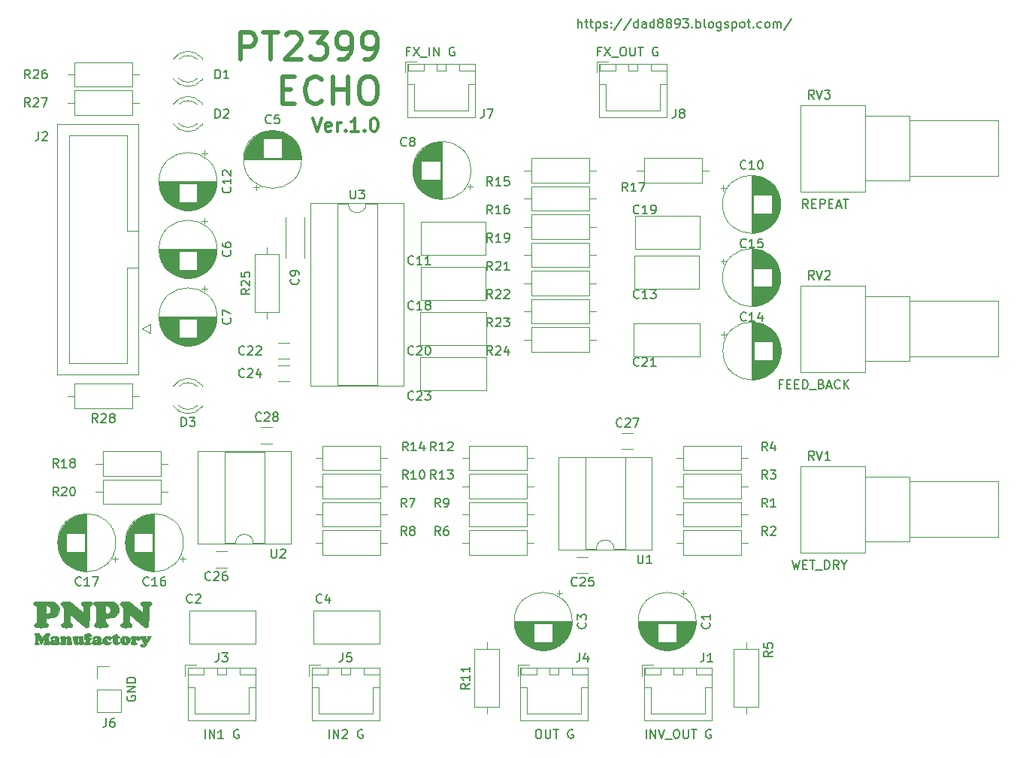
<source format=gto>
G04 #@! TF.GenerationSoftware,KiCad,Pcbnew,(5.1.10)-1*
G04 #@! TF.CreationDate,2021-07-20T07:44:14+09:00*
G04 #@! TF.ProjectId,PT2399_Echo,50543233-3939-45f4-9563-686f2e6b6963,Ver. 1.0*
G04 #@! TF.SameCoordinates,Original*
G04 #@! TF.FileFunction,Legend,Top*
G04 #@! TF.FilePolarity,Positive*
%FSLAX46Y46*%
G04 Gerber Fmt 4.6, Leading zero omitted, Abs format (unit mm)*
G04 Created by KiCad (PCBNEW (5.1.10)-1) date 2021-07-20 07:44:14*
%MOMM*%
%LPD*%
G01*
G04 APERTURE LIST*
%ADD10C,0.150000*%
%ADD11C,0.300000*%
%ADD12C,0.500000*%
%ADD13C,0.010000*%
%ADD14C,0.120000*%
G04 APERTURE END LIST*
D10*
X158227619Y-55062380D02*
X158227619Y-54062380D01*
X158656190Y-55062380D02*
X158656190Y-54538571D01*
X158608571Y-54443333D01*
X158513333Y-54395714D01*
X158370476Y-54395714D01*
X158275238Y-54443333D01*
X158227619Y-54490952D01*
X158989523Y-54395714D02*
X159370476Y-54395714D01*
X159132380Y-54062380D02*
X159132380Y-54919523D01*
X159180000Y-55014761D01*
X159275238Y-55062380D01*
X159370476Y-55062380D01*
X159560952Y-54395714D02*
X159941904Y-54395714D01*
X159703809Y-54062380D02*
X159703809Y-54919523D01*
X159751428Y-55014761D01*
X159846666Y-55062380D01*
X159941904Y-55062380D01*
X160275238Y-54395714D02*
X160275238Y-55395714D01*
X160275238Y-54443333D02*
X160370476Y-54395714D01*
X160560952Y-54395714D01*
X160656190Y-54443333D01*
X160703809Y-54490952D01*
X160751428Y-54586190D01*
X160751428Y-54871904D01*
X160703809Y-54967142D01*
X160656190Y-55014761D01*
X160560952Y-55062380D01*
X160370476Y-55062380D01*
X160275238Y-55014761D01*
X161132380Y-55014761D02*
X161227619Y-55062380D01*
X161418095Y-55062380D01*
X161513333Y-55014761D01*
X161560952Y-54919523D01*
X161560952Y-54871904D01*
X161513333Y-54776666D01*
X161418095Y-54729047D01*
X161275238Y-54729047D01*
X161180000Y-54681428D01*
X161132380Y-54586190D01*
X161132380Y-54538571D01*
X161180000Y-54443333D01*
X161275238Y-54395714D01*
X161418095Y-54395714D01*
X161513333Y-54443333D01*
X161989523Y-54967142D02*
X162037142Y-55014761D01*
X161989523Y-55062380D01*
X161941904Y-55014761D01*
X161989523Y-54967142D01*
X161989523Y-55062380D01*
X161989523Y-54443333D02*
X162037142Y-54490952D01*
X161989523Y-54538571D01*
X161941904Y-54490952D01*
X161989523Y-54443333D01*
X161989523Y-54538571D01*
X163180000Y-54014761D02*
X162322857Y-55300476D01*
X164227619Y-54014761D02*
X163370476Y-55300476D01*
X164989523Y-55062380D02*
X164989523Y-54062380D01*
X164989523Y-55014761D02*
X164894285Y-55062380D01*
X164703809Y-55062380D01*
X164608571Y-55014761D01*
X164560952Y-54967142D01*
X164513333Y-54871904D01*
X164513333Y-54586190D01*
X164560952Y-54490952D01*
X164608571Y-54443333D01*
X164703809Y-54395714D01*
X164894285Y-54395714D01*
X164989523Y-54443333D01*
X165894285Y-55062380D02*
X165894285Y-54538571D01*
X165846666Y-54443333D01*
X165751428Y-54395714D01*
X165560952Y-54395714D01*
X165465714Y-54443333D01*
X165894285Y-55014761D02*
X165799047Y-55062380D01*
X165560952Y-55062380D01*
X165465714Y-55014761D01*
X165418095Y-54919523D01*
X165418095Y-54824285D01*
X165465714Y-54729047D01*
X165560952Y-54681428D01*
X165799047Y-54681428D01*
X165894285Y-54633809D01*
X166799047Y-55062380D02*
X166799047Y-54062380D01*
X166799047Y-55014761D02*
X166703809Y-55062380D01*
X166513333Y-55062380D01*
X166418095Y-55014761D01*
X166370476Y-54967142D01*
X166322857Y-54871904D01*
X166322857Y-54586190D01*
X166370476Y-54490952D01*
X166418095Y-54443333D01*
X166513333Y-54395714D01*
X166703809Y-54395714D01*
X166799047Y-54443333D01*
X167418095Y-54490952D02*
X167322857Y-54443333D01*
X167275238Y-54395714D01*
X167227619Y-54300476D01*
X167227619Y-54252857D01*
X167275238Y-54157619D01*
X167322857Y-54110000D01*
X167418095Y-54062380D01*
X167608571Y-54062380D01*
X167703809Y-54110000D01*
X167751428Y-54157619D01*
X167799047Y-54252857D01*
X167799047Y-54300476D01*
X167751428Y-54395714D01*
X167703809Y-54443333D01*
X167608571Y-54490952D01*
X167418095Y-54490952D01*
X167322857Y-54538571D01*
X167275238Y-54586190D01*
X167227619Y-54681428D01*
X167227619Y-54871904D01*
X167275238Y-54967142D01*
X167322857Y-55014761D01*
X167418095Y-55062380D01*
X167608571Y-55062380D01*
X167703809Y-55014761D01*
X167751428Y-54967142D01*
X167799047Y-54871904D01*
X167799047Y-54681428D01*
X167751428Y-54586190D01*
X167703809Y-54538571D01*
X167608571Y-54490952D01*
X168370476Y-54490952D02*
X168275238Y-54443333D01*
X168227619Y-54395714D01*
X168180000Y-54300476D01*
X168180000Y-54252857D01*
X168227619Y-54157619D01*
X168275238Y-54110000D01*
X168370476Y-54062380D01*
X168560952Y-54062380D01*
X168656190Y-54110000D01*
X168703809Y-54157619D01*
X168751428Y-54252857D01*
X168751428Y-54300476D01*
X168703809Y-54395714D01*
X168656190Y-54443333D01*
X168560952Y-54490952D01*
X168370476Y-54490952D01*
X168275238Y-54538571D01*
X168227619Y-54586190D01*
X168180000Y-54681428D01*
X168180000Y-54871904D01*
X168227619Y-54967142D01*
X168275238Y-55014761D01*
X168370476Y-55062380D01*
X168560952Y-55062380D01*
X168656190Y-55014761D01*
X168703809Y-54967142D01*
X168751428Y-54871904D01*
X168751428Y-54681428D01*
X168703809Y-54586190D01*
X168656190Y-54538571D01*
X168560952Y-54490952D01*
X169227619Y-55062380D02*
X169418095Y-55062380D01*
X169513333Y-55014761D01*
X169560952Y-54967142D01*
X169656190Y-54824285D01*
X169703809Y-54633809D01*
X169703809Y-54252857D01*
X169656190Y-54157619D01*
X169608571Y-54110000D01*
X169513333Y-54062380D01*
X169322857Y-54062380D01*
X169227619Y-54110000D01*
X169180000Y-54157619D01*
X169132380Y-54252857D01*
X169132380Y-54490952D01*
X169180000Y-54586190D01*
X169227619Y-54633809D01*
X169322857Y-54681428D01*
X169513333Y-54681428D01*
X169608571Y-54633809D01*
X169656190Y-54586190D01*
X169703809Y-54490952D01*
X170037142Y-54062380D02*
X170656190Y-54062380D01*
X170322857Y-54443333D01*
X170465714Y-54443333D01*
X170560952Y-54490952D01*
X170608571Y-54538571D01*
X170656190Y-54633809D01*
X170656190Y-54871904D01*
X170608571Y-54967142D01*
X170560952Y-55014761D01*
X170465714Y-55062380D01*
X170180000Y-55062380D01*
X170084761Y-55014761D01*
X170037142Y-54967142D01*
X171084761Y-54967142D02*
X171132380Y-55014761D01*
X171084761Y-55062380D01*
X171037142Y-55014761D01*
X171084761Y-54967142D01*
X171084761Y-55062380D01*
X171560952Y-55062380D02*
X171560952Y-54062380D01*
X171560952Y-54443333D02*
X171656190Y-54395714D01*
X171846666Y-54395714D01*
X171941904Y-54443333D01*
X171989523Y-54490952D01*
X172037142Y-54586190D01*
X172037142Y-54871904D01*
X171989523Y-54967142D01*
X171941904Y-55014761D01*
X171846666Y-55062380D01*
X171656190Y-55062380D01*
X171560952Y-55014761D01*
X172608571Y-55062380D02*
X172513333Y-55014761D01*
X172465714Y-54919523D01*
X172465714Y-54062380D01*
X173132380Y-55062380D02*
X173037142Y-55014761D01*
X172989523Y-54967142D01*
X172941904Y-54871904D01*
X172941904Y-54586190D01*
X172989523Y-54490952D01*
X173037142Y-54443333D01*
X173132380Y-54395714D01*
X173275238Y-54395714D01*
X173370476Y-54443333D01*
X173418095Y-54490952D01*
X173465714Y-54586190D01*
X173465714Y-54871904D01*
X173418095Y-54967142D01*
X173370476Y-55014761D01*
X173275238Y-55062380D01*
X173132380Y-55062380D01*
X174322857Y-54395714D02*
X174322857Y-55205238D01*
X174275238Y-55300476D01*
X174227619Y-55348095D01*
X174132380Y-55395714D01*
X173989523Y-55395714D01*
X173894285Y-55348095D01*
X174322857Y-55014761D02*
X174227619Y-55062380D01*
X174037142Y-55062380D01*
X173941904Y-55014761D01*
X173894285Y-54967142D01*
X173846666Y-54871904D01*
X173846666Y-54586190D01*
X173894285Y-54490952D01*
X173941904Y-54443333D01*
X174037142Y-54395714D01*
X174227619Y-54395714D01*
X174322857Y-54443333D01*
X174751428Y-55014761D02*
X174846666Y-55062380D01*
X175037142Y-55062380D01*
X175132380Y-55014761D01*
X175180000Y-54919523D01*
X175180000Y-54871904D01*
X175132380Y-54776666D01*
X175037142Y-54729047D01*
X174894285Y-54729047D01*
X174799047Y-54681428D01*
X174751428Y-54586190D01*
X174751428Y-54538571D01*
X174799047Y-54443333D01*
X174894285Y-54395714D01*
X175037142Y-54395714D01*
X175132380Y-54443333D01*
X175608571Y-54395714D02*
X175608571Y-55395714D01*
X175608571Y-54443333D02*
X175703809Y-54395714D01*
X175894285Y-54395714D01*
X175989523Y-54443333D01*
X176037142Y-54490952D01*
X176084761Y-54586190D01*
X176084761Y-54871904D01*
X176037142Y-54967142D01*
X175989523Y-55014761D01*
X175894285Y-55062380D01*
X175703809Y-55062380D01*
X175608571Y-55014761D01*
X176656190Y-55062380D02*
X176560952Y-55014761D01*
X176513333Y-54967142D01*
X176465714Y-54871904D01*
X176465714Y-54586190D01*
X176513333Y-54490952D01*
X176560952Y-54443333D01*
X176656190Y-54395714D01*
X176799047Y-54395714D01*
X176894285Y-54443333D01*
X176941904Y-54490952D01*
X176989523Y-54586190D01*
X176989523Y-54871904D01*
X176941904Y-54967142D01*
X176894285Y-55014761D01*
X176799047Y-55062380D01*
X176656190Y-55062380D01*
X177275238Y-54395714D02*
X177656190Y-54395714D01*
X177418095Y-54062380D02*
X177418095Y-54919523D01*
X177465714Y-55014761D01*
X177560952Y-55062380D01*
X177656190Y-55062380D01*
X177989523Y-54967142D02*
X178037142Y-55014761D01*
X177989523Y-55062380D01*
X177941904Y-55014761D01*
X177989523Y-54967142D01*
X177989523Y-55062380D01*
X178894285Y-55014761D02*
X178799047Y-55062380D01*
X178608571Y-55062380D01*
X178513333Y-55014761D01*
X178465714Y-54967142D01*
X178418095Y-54871904D01*
X178418095Y-54586190D01*
X178465714Y-54490952D01*
X178513333Y-54443333D01*
X178608571Y-54395714D01*
X178799047Y-54395714D01*
X178894285Y-54443333D01*
X179465714Y-55062380D02*
X179370476Y-55014761D01*
X179322857Y-54967142D01*
X179275238Y-54871904D01*
X179275238Y-54586190D01*
X179322857Y-54490952D01*
X179370476Y-54443333D01*
X179465714Y-54395714D01*
X179608571Y-54395714D01*
X179703809Y-54443333D01*
X179751428Y-54490952D01*
X179799047Y-54586190D01*
X179799047Y-54871904D01*
X179751428Y-54967142D01*
X179703809Y-55014761D01*
X179608571Y-55062380D01*
X179465714Y-55062380D01*
X180227619Y-55062380D02*
X180227619Y-54395714D01*
X180227619Y-54490952D02*
X180275238Y-54443333D01*
X180370476Y-54395714D01*
X180513333Y-54395714D01*
X180608571Y-54443333D01*
X180656190Y-54538571D01*
X180656190Y-55062380D01*
X180656190Y-54538571D02*
X180703809Y-54443333D01*
X180799047Y-54395714D01*
X180941904Y-54395714D01*
X181037142Y-54443333D01*
X181084761Y-54538571D01*
X181084761Y-55062380D01*
X182275238Y-54014761D02*
X181418095Y-55300476D01*
D11*
X128330000Y-65218571D02*
X128830000Y-66718571D01*
X129330000Y-65218571D01*
X130401428Y-66647142D02*
X130258571Y-66718571D01*
X129972857Y-66718571D01*
X129830000Y-66647142D01*
X129758571Y-66504285D01*
X129758571Y-65932857D01*
X129830000Y-65790000D01*
X129972857Y-65718571D01*
X130258571Y-65718571D01*
X130401428Y-65790000D01*
X130472857Y-65932857D01*
X130472857Y-66075714D01*
X129758571Y-66218571D01*
X131115714Y-66718571D02*
X131115714Y-65718571D01*
X131115714Y-66004285D02*
X131187142Y-65861428D01*
X131258571Y-65790000D01*
X131401428Y-65718571D01*
X131544285Y-65718571D01*
X132044285Y-66575714D02*
X132115714Y-66647142D01*
X132044285Y-66718571D01*
X131972857Y-66647142D01*
X132044285Y-66575714D01*
X132044285Y-66718571D01*
X133544285Y-66718571D02*
X132687142Y-66718571D01*
X133115714Y-66718571D02*
X133115714Y-65218571D01*
X132972857Y-65432857D01*
X132830000Y-65575714D01*
X132687142Y-65647142D01*
X134187142Y-66575714D02*
X134258571Y-66647142D01*
X134187142Y-66718571D01*
X134115714Y-66647142D01*
X134187142Y-66575714D01*
X134187142Y-66718571D01*
X135187142Y-65218571D02*
X135330000Y-65218571D01*
X135472857Y-65290000D01*
X135544285Y-65361428D01*
X135615714Y-65504285D01*
X135687142Y-65790000D01*
X135687142Y-66147142D01*
X135615714Y-66432857D01*
X135544285Y-66575714D01*
X135472857Y-66647142D01*
X135330000Y-66718571D01*
X135187142Y-66718571D01*
X135044285Y-66647142D01*
X134972857Y-66575714D01*
X134901428Y-66432857D01*
X134830000Y-66147142D01*
X134830000Y-65790000D01*
X134901428Y-65504285D01*
X134972857Y-65361428D01*
X135044285Y-65290000D01*
X135187142Y-65218571D01*
D12*
X120200000Y-58587142D02*
X120200000Y-55587142D01*
X121342857Y-55587142D01*
X121628571Y-55730000D01*
X121771428Y-55872857D01*
X121914285Y-56158571D01*
X121914285Y-56587142D01*
X121771428Y-56872857D01*
X121628571Y-57015714D01*
X121342857Y-57158571D01*
X120200000Y-57158571D01*
X122771428Y-55587142D02*
X124485714Y-55587142D01*
X123628571Y-58587142D02*
X123628571Y-55587142D01*
X125342857Y-55872857D02*
X125485714Y-55730000D01*
X125771428Y-55587142D01*
X126485714Y-55587142D01*
X126771428Y-55730000D01*
X126914285Y-55872857D01*
X127057142Y-56158571D01*
X127057142Y-56444285D01*
X126914285Y-56872857D01*
X125200000Y-58587142D01*
X127057142Y-58587142D01*
X128057142Y-55587142D02*
X129914285Y-55587142D01*
X128914285Y-56730000D01*
X129342857Y-56730000D01*
X129628571Y-56872857D01*
X129771428Y-57015714D01*
X129914285Y-57301428D01*
X129914285Y-58015714D01*
X129771428Y-58301428D01*
X129628571Y-58444285D01*
X129342857Y-58587142D01*
X128485714Y-58587142D01*
X128200000Y-58444285D01*
X128057142Y-58301428D01*
X131342857Y-58587142D02*
X131914285Y-58587142D01*
X132200000Y-58444285D01*
X132342857Y-58301428D01*
X132628571Y-57872857D01*
X132771428Y-57301428D01*
X132771428Y-56158571D01*
X132628571Y-55872857D01*
X132485714Y-55730000D01*
X132200000Y-55587142D01*
X131628571Y-55587142D01*
X131342857Y-55730000D01*
X131200000Y-55872857D01*
X131057142Y-56158571D01*
X131057142Y-56872857D01*
X131200000Y-57158571D01*
X131342857Y-57301428D01*
X131628571Y-57444285D01*
X132200000Y-57444285D01*
X132485714Y-57301428D01*
X132628571Y-57158571D01*
X132771428Y-56872857D01*
X134200000Y-58587142D02*
X134771428Y-58587142D01*
X135057142Y-58444285D01*
X135200000Y-58301428D01*
X135485714Y-57872857D01*
X135628571Y-57301428D01*
X135628571Y-56158571D01*
X135485714Y-55872857D01*
X135342857Y-55730000D01*
X135057142Y-55587142D01*
X134485714Y-55587142D01*
X134200000Y-55730000D01*
X134057142Y-55872857D01*
X133914285Y-56158571D01*
X133914285Y-56872857D01*
X134057142Y-57158571D01*
X134200000Y-57301428D01*
X134485714Y-57444285D01*
X135057142Y-57444285D01*
X135342857Y-57301428D01*
X135485714Y-57158571D01*
X135628571Y-56872857D01*
X124914285Y-62015714D02*
X125914285Y-62015714D01*
X126342857Y-63587142D02*
X124914285Y-63587142D01*
X124914285Y-60587142D01*
X126342857Y-60587142D01*
X129342857Y-63301428D02*
X129200000Y-63444285D01*
X128771428Y-63587142D01*
X128485714Y-63587142D01*
X128057142Y-63444285D01*
X127771428Y-63158571D01*
X127628571Y-62872857D01*
X127485714Y-62301428D01*
X127485714Y-61872857D01*
X127628571Y-61301428D01*
X127771428Y-61015714D01*
X128057142Y-60730000D01*
X128485714Y-60587142D01*
X128771428Y-60587142D01*
X129200000Y-60730000D01*
X129342857Y-60872857D01*
X130628571Y-63587142D02*
X130628571Y-60587142D01*
X130628571Y-62015714D02*
X132342857Y-62015714D01*
X132342857Y-63587142D02*
X132342857Y-60587142D01*
X134342857Y-60587142D02*
X134914285Y-60587142D01*
X135200000Y-60730000D01*
X135485714Y-61015714D01*
X135628571Y-61587142D01*
X135628571Y-62587142D01*
X135485714Y-63158571D01*
X135200000Y-63444285D01*
X134914285Y-63587142D01*
X134342857Y-63587142D01*
X134057142Y-63444285D01*
X133771428Y-63158571D01*
X133628571Y-62587142D01*
X133628571Y-61587142D01*
X133771428Y-61015714D01*
X134057142Y-60730000D01*
X134342857Y-60587142D01*
D10*
X165902142Y-135072380D02*
X165902142Y-134072380D01*
X166378333Y-135072380D02*
X166378333Y-134072380D01*
X166949761Y-135072380D01*
X166949761Y-134072380D01*
X167283095Y-134072380D02*
X167616428Y-135072380D01*
X167949761Y-134072380D01*
X168045000Y-135167619D02*
X168806904Y-135167619D01*
X169235476Y-134072380D02*
X169425952Y-134072380D01*
X169521190Y-134120000D01*
X169616428Y-134215238D01*
X169664047Y-134405714D01*
X169664047Y-134739047D01*
X169616428Y-134929523D01*
X169521190Y-135024761D01*
X169425952Y-135072380D01*
X169235476Y-135072380D01*
X169140238Y-135024761D01*
X169045000Y-134929523D01*
X168997380Y-134739047D01*
X168997380Y-134405714D01*
X169045000Y-134215238D01*
X169140238Y-134120000D01*
X169235476Y-134072380D01*
X170092619Y-134072380D02*
X170092619Y-134881904D01*
X170140238Y-134977142D01*
X170187857Y-135024761D01*
X170283095Y-135072380D01*
X170473571Y-135072380D01*
X170568809Y-135024761D01*
X170616428Y-134977142D01*
X170664047Y-134881904D01*
X170664047Y-134072380D01*
X170997380Y-134072380D02*
X171568809Y-134072380D01*
X171283095Y-135072380D02*
X171283095Y-134072380D01*
X173187857Y-134120000D02*
X173092619Y-134072380D01*
X172949761Y-134072380D01*
X172806904Y-134120000D01*
X172711666Y-134215238D01*
X172664047Y-134310476D01*
X172616428Y-134500952D01*
X172616428Y-134643809D01*
X172664047Y-134834285D01*
X172711666Y-134929523D01*
X172806904Y-135024761D01*
X172949761Y-135072380D01*
X173045000Y-135072380D01*
X173187857Y-135024761D01*
X173235476Y-134977142D01*
X173235476Y-134643809D01*
X173045000Y-134643809D01*
X153694047Y-134072380D02*
X153884523Y-134072380D01*
X153979761Y-134120000D01*
X154075000Y-134215238D01*
X154122619Y-134405714D01*
X154122619Y-134739047D01*
X154075000Y-134929523D01*
X153979761Y-135024761D01*
X153884523Y-135072380D01*
X153694047Y-135072380D01*
X153598809Y-135024761D01*
X153503571Y-134929523D01*
X153455952Y-134739047D01*
X153455952Y-134405714D01*
X153503571Y-134215238D01*
X153598809Y-134120000D01*
X153694047Y-134072380D01*
X154551190Y-134072380D02*
X154551190Y-134881904D01*
X154598809Y-134977142D01*
X154646428Y-135024761D01*
X154741666Y-135072380D01*
X154932142Y-135072380D01*
X155027380Y-135024761D01*
X155075000Y-134977142D01*
X155122619Y-134881904D01*
X155122619Y-134072380D01*
X155455952Y-134072380D02*
X156027380Y-134072380D01*
X155741666Y-135072380D02*
X155741666Y-134072380D01*
X157646428Y-134120000D02*
X157551190Y-134072380D01*
X157408333Y-134072380D01*
X157265476Y-134120000D01*
X157170238Y-134215238D01*
X157122619Y-134310476D01*
X157075000Y-134500952D01*
X157075000Y-134643809D01*
X157122619Y-134834285D01*
X157170238Y-134929523D01*
X157265476Y-135024761D01*
X157408333Y-135072380D01*
X157503571Y-135072380D01*
X157646428Y-135024761D01*
X157694047Y-134977142D01*
X157694047Y-134643809D01*
X157503571Y-134643809D01*
X130199047Y-135072380D02*
X130199047Y-134072380D01*
X130675238Y-135072380D02*
X130675238Y-134072380D01*
X131246666Y-135072380D01*
X131246666Y-134072380D01*
X131675238Y-134167619D02*
X131722857Y-134120000D01*
X131818095Y-134072380D01*
X132056190Y-134072380D01*
X132151428Y-134120000D01*
X132199047Y-134167619D01*
X132246666Y-134262857D01*
X132246666Y-134358095D01*
X132199047Y-134500952D01*
X131627619Y-135072380D01*
X132246666Y-135072380D01*
X133960952Y-134120000D02*
X133865714Y-134072380D01*
X133722857Y-134072380D01*
X133580000Y-134120000D01*
X133484761Y-134215238D01*
X133437142Y-134310476D01*
X133389523Y-134500952D01*
X133389523Y-134643809D01*
X133437142Y-134834285D01*
X133484761Y-134929523D01*
X133580000Y-135024761D01*
X133722857Y-135072380D01*
X133818095Y-135072380D01*
X133960952Y-135024761D01*
X134008571Y-134977142D01*
X134008571Y-134643809D01*
X133818095Y-134643809D01*
X116229047Y-135072380D02*
X116229047Y-134072380D01*
X116705238Y-135072380D02*
X116705238Y-134072380D01*
X117276666Y-135072380D01*
X117276666Y-134072380D01*
X118276666Y-135072380D02*
X117705238Y-135072380D01*
X117990952Y-135072380D02*
X117990952Y-134072380D01*
X117895714Y-134215238D01*
X117800476Y-134310476D01*
X117705238Y-134358095D01*
X119990952Y-134120000D02*
X119895714Y-134072380D01*
X119752857Y-134072380D01*
X119610000Y-134120000D01*
X119514761Y-134215238D01*
X119467142Y-134310476D01*
X119419523Y-134500952D01*
X119419523Y-134643809D01*
X119467142Y-134834285D01*
X119514761Y-134929523D01*
X119610000Y-135024761D01*
X119752857Y-135072380D01*
X119848095Y-135072380D01*
X119990952Y-135024761D01*
X120038571Y-134977142D01*
X120038571Y-134643809D01*
X119848095Y-134643809D01*
X107450000Y-130301904D02*
X107402380Y-130397142D01*
X107402380Y-130540000D01*
X107450000Y-130682857D01*
X107545238Y-130778095D01*
X107640476Y-130825714D01*
X107830952Y-130873333D01*
X107973809Y-130873333D01*
X108164285Y-130825714D01*
X108259523Y-130778095D01*
X108354761Y-130682857D01*
X108402380Y-130540000D01*
X108402380Y-130444761D01*
X108354761Y-130301904D01*
X108307142Y-130254285D01*
X107973809Y-130254285D01*
X107973809Y-130444761D01*
X108402380Y-129825714D02*
X107402380Y-129825714D01*
X108402380Y-129254285D01*
X107402380Y-129254285D01*
X108402380Y-128778095D02*
X107402380Y-128778095D01*
X107402380Y-128540000D01*
X107450000Y-128397142D01*
X107545238Y-128301904D01*
X107640476Y-128254285D01*
X107830952Y-128206666D01*
X107973809Y-128206666D01*
X108164285Y-128254285D01*
X108259523Y-128301904D01*
X108354761Y-128397142D01*
X108402380Y-128540000D01*
X108402380Y-128778095D01*
X182348571Y-115022380D02*
X182586666Y-116022380D01*
X182777142Y-115308095D01*
X182967619Y-116022380D01*
X183205714Y-115022380D01*
X183586666Y-115498571D02*
X183920000Y-115498571D01*
X184062857Y-116022380D02*
X183586666Y-116022380D01*
X183586666Y-115022380D01*
X184062857Y-115022380D01*
X184348571Y-115022380D02*
X184920000Y-115022380D01*
X184634285Y-116022380D02*
X184634285Y-115022380D01*
X185015238Y-116117619D02*
X185777142Y-116117619D01*
X186015238Y-116022380D02*
X186015238Y-115022380D01*
X186253333Y-115022380D01*
X186396190Y-115070000D01*
X186491428Y-115165238D01*
X186539047Y-115260476D01*
X186586666Y-115450952D01*
X186586666Y-115593809D01*
X186539047Y-115784285D01*
X186491428Y-115879523D01*
X186396190Y-115974761D01*
X186253333Y-116022380D01*
X186015238Y-116022380D01*
X187586666Y-116022380D02*
X187253333Y-115546190D01*
X187015238Y-116022380D02*
X187015238Y-115022380D01*
X187396190Y-115022380D01*
X187491428Y-115070000D01*
X187539047Y-115117619D01*
X187586666Y-115212857D01*
X187586666Y-115355714D01*
X187539047Y-115450952D01*
X187491428Y-115498571D01*
X187396190Y-115546190D01*
X187015238Y-115546190D01*
X188205714Y-115546190D02*
X188205714Y-116022380D01*
X187872380Y-115022380D02*
X188205714Y-115546190D01*
X188539047Y-115022380D01*
X181213571Y-95178571D02*
X180880238Y-95178571D01*
X180880238Y-95702380D02*
X180880238Y-94702380D01*
X181356428Y-94702380D01*
X181737380Y-95178571D02*
X182070714Y-95178571D01*
X182213571Y-95702380D02*
X181737380Y-95702380D01*
X181737380Y-94702380D01*
X182213571Y-94702380D01*
X182642142Y-95178571D02*
X182975476Y-95178571D01*
X183118333Y-95702380D02*
X182642142Y-95702380D01*
X182642142Y-94702380D01*
X183118333Y-94702380D01*
X183546904Y-95702380D02*
X183546904Y-94702380D01*
X183785000Y-94702380D01*
X183927857Y-94750000D01*
X184023095Y-94845238D01*
X184070714Y-94940476D01*
X184118333Y-95130952D01*
X184118333Y-95273809D01*
X184070714Y-95464285D01*
X184023095Y-95559523D01*
X183927857Y-95654761D01*
X183785000Y-95702380D01*
X183546904Y-95702380D01*
X184308809Y-95797619D02*
X185070714Y-95797619D01*
X185642142Y-95178571D02*
X185785000Y-95226190D01*
X185832619Y-95273809D01*
X185880238Y-95369047D01*
X185880238Y-95511904D01*
X185832619Y-95607142D01*
X185785000Y-95654761D01*
X185689761Y-95702380D01*
X185308809Y-95702380D01*
X185308809Y-94702380D01*
X185642142Y-94702380D01*
X185737380Y-94750000D01*
X185785000Y-94797619D01*
X185832619Y-94892857D01*
X185832619Y-94988095D01*
X185785000Y-95083333D01*
X185737380Y-95130952D01*
X185642142Y-95178571D01*
X185308809Y-95178571D01*
X186261190Y-95416666D02*
X186737380Y-95416666D01*
X186165952Y-95702380D02*
X186499285Y-94702380D01*
X186832619Y-95702380D01*
X187737380Y-95607142D02*
X187689761Y-95654761D01*
X187546904Y-95702380D01*
X187451666Y-95702380D01*
X187308809Y-95654761D01*
X187213571Y-95559523D01*
X187165952Y-95464285D01*
X187118333Y-95273809D01*
X187118333Y-95130952D01*
X187165952Y-94940476D01*
X187213571Y-94845238D01*
X187308809Y-94750000D01*
X187451666Y-94702380D01*
X187546904Y-94702380D01*
X187689761Y-94750000D01*
X187737380Y-94797619D01*
X188165952Y-95702380D02*
X188165952Y-94702380D01*
X188737380Y-95702380D02*
X188308809Y-95130952D01*
X188737380Y-94702380D02*
X188165952Y-95273809D01*
X184150238Y-75382380D02*
X183816904Y-74906190D01*
X183578809Y-75382380D02*
X183578809Y-74382380D01*
X183959761Y-74382380D01*
X184055000Y-74430000D01*
X184102619Y-74477619D01*
X184150238Y-74572857D01*
X184150238Y-74715714D01*
X184102619Y-74810952D01*
X184055000Y-74858571D01*
X183959761Y-74906190D01*
X183578809Y-74906190D01*
X184578809Y-74858571D02*
X184912142Y-74858571D01*
X185055000Y-75382380D02*
X184578809Y-75382380D01*
X184578809Y-74382380D01*
X185055000Y-74382380D01*
X185483571Y-75382380D02*
X185483571Y-74382380D01*
X185864523Y-74382380D01*
X185959761Y-74430000D01*
X186007380Y-74477619D01*
X186055000Y-74572857D01*
X186055000Y-74715714D01*
X186007380Y-74810952D01*
X185959761Y-74858571D01*
X185864523Y-74906190D01*
X185483571Y-74906190D01*
X186483571Y-74858571D02*
X186816904Y-74858571D01*
X186959761Y-75382380D02*
X186483571Y-75382380D01*
X186483571Y-74382380D01*
X186959761Y-74382380D01*
X187340714Y-75096666D02*
X187816904Y-75096666D01*
X187245476Y-75382380D02*
X187578809Y-74382380D01*
X187912142Y-75382380D01*
X188102619Y-74382380D02*
X188674047Y-74382380D01*
X188388333Y-75382380D02*
X188388333Y-74382380D01*
X160806190Y-57713571D02*
X160472857Y-57713571D01*
X160472857Y-58237380D02*
X160472857Y-57237380D01*
X160949047Y-57237380D01*
X161234761Y-57237380D02*
X161901428Y-58237380D01*
X161901428Y-57237380D02*
X161234761Y-58237380D01*
X162044285Y-58332619D02*
X162806190Y-58332619D01*
X163234761Y-57237380D02*
X163425238Y-57237380D01*
X163520476Y-57285000D01*
X163615714Y-57380238D01*
X163663333Y-57570714D01*
X163663333Y-57904047D01*
X163615714Y-58094523D01*
X163520476Y-58189761D01*
X163425238Y-58237380D01*
X163234761Y-58237380D01*
X163139523Y-58189761D01*
X163044285Y-58094523D01*
X162996666Y-57904047D01*
X162996666Y-57570714D01*
X163044285Y-57380238D01*
X163139523Y-57285000D01*
X163234761Y-57237380D01*
X164091904Y-57237380D02*
X164091904Y-58046904D01*
X164139523Y-58142142D01*
X164187142Y-58189761D01*
X164282380Y-58237380D01*
X164472857Y-58237380D01*
X164568095Y-58189761D01*
X164615714Y-58142142D01*
X164663333Y-58046904D01*
X164663333Y-57237380D01*
X164996666Y-57237380D02*
X165568095Y-57237380D01*
X165282380Y-58237380D02*
X165282380Y-57237380D01*
X167187142Y-57285000D02*
X167091904Y-57237380D01*
X166949047Y-57237380D01*
X166806190Y-57285000D01*
X166710952Y-57380238D01*
X166663333Y-57475476D01*
X166615714Y-57665952D01*
X166615714Y-57808809D01*
X166663333Y-57999285D01*
X166710952Y-58094523D01*
X166806190Y-58189761D01*
X166949047Y-58237380D01*
X167044285Y-58237380D01*
X167187142Y-58189761D01*
X167234761Y-58142142D01*
X167234761Y-57808809D01*
X167044285Y-57808809D01*
X139247857Y-57713571D02*
X138914523Y-57713571D01*
X138914523Y-58237380D02*
X138914523Y-57237380D01*
X139390714Y-57237380D01*
X139676428Y-57237380D02*
X140343095Y-58237380D01*
X140343095Y-57237380D02*
X139676428Y-58237380D01*
X140485952Y-58332619D02*
X141247857Y-58332619D01*
X141485952Y-58237380D02*
X141485952Y-57237380D01*
X141962142Y-58237380D02*
X141962142Y-57237380D01*
X142533571Y-58237380D01*
X142533571Y-57237380D01*
X144295476Y-57285000D02*
X144200238Y-57237380D01*
X144057380Y-57237380D01*
X143914523Y-57285000D01*
X143819285Y-57380238D01*
X143771666Y-57475476D01*
X143724047Y-57665952D01*
X143724047Y-57808809D01*
X143771666Y-57999285D01*
X143819285Y-58094523D01*
X143914523Y-58189761D01*
X144057380Y-58237380D01*
X144152619Y-58237380D01*
X144295476Y-58189761D01*
X144343095Y-58142142D01*
X144343095Y-57808809D01*
X144152619Y-57808809D01*
D13*
G04 #@! TO.C,G\u002A\u002A\u002A*
G36*
X110060999Y-123547306D02*
G01*
X110111377Y-123599400D01*
X110083237Y-123679210D01*
X110027965Y-123737690D01*
X109938409Y-123849915D01*
X109846009Y-124022738D01*
X109788903Y-124161076D01*
X109668103Y-124423724D01*
X109528185Y-124617910D01*
X109374227Y-124739461D01*
X109211308Y-124784205D01*
X109064018Y-124756511D01*
X108969147Y-124689362D01*
X108925464Y-124632691D01*
X108903957Y-124555081D01*
X108944625Y-124482358D01*
X108965030Y-124460970D01*
X109055378Y-124389110D01*
X109124702Y-124391677D01*
X109195706Y-124470601D01*
X109202726Y-124481167D01*
X109273278Y-124565099D01*
X109325072Y-124582194D01*
X109346886Y-124529242D01*
X109347000Y-124522443D01*
X109326823Y-124445548D01*
X109273954Y-124318913D01*
X109199886Y-124165022D01*
X109116110Y-124006356D01*
X109034121Y-123865399D01*
X108965411Y-123764635D01*
X108950874Y-123747505D01*
X108891344Y-123676937D01*
X108888090Y-123635568D01*
X108939366Y-123590932D01*
X108942341Y-123588755D01*
X109036030Y-123553484D01*
X109176911Y-123533750D01*
X109329364Y-123530958D01*
X109457767Y-123546511D01*
X109510280Y-123566363D01*
X109547527Y-123633596D01*
X109541832Y-123684352D01*
X109541541Y-123772279D01*
X109580390Y-123852168D01*
X109639259Y-123896156D01*
X109683047Y-123890119D01*
X109716573Y-123821180D01*
X109709639Y-123719230D01*
X109705588Y-123613618D01*
X109751908Y-123554493D01*
X109861703Y-123530758D01*
X109934663Y-123528667D01*
X110060999Y-123547306D01*
G37*
X110060999Y-123547306D02*
X110111377Y-123599400D01*
X110083237Y-123679210D01*
X110027965Y-123737690D01*
X109938409Y-123849915D01*
X109846009Y-124022738D01*
X109788903Y-124161076D01*
X109668103Y-124423724D01*
X109528185Y-124617910D01*
X109374227Y-124739461D01*
X109211308Y-124784205D01*
X109064018Y-124756511D01*
X108969147Y-124689362D01*
X108925464Y-124632691D01*
X108903957Y-124555081D01*
X108944625Y-124482358D01*
X108965030Y-124460970D01*
X109055378Y-124389110D01*
X109124702Y-124391677D01*
X109195706Y-124470601D01*
X109202726Y-124481167D01*
X109273278Y-124565099D01*
X109325072Y-124582194D01*
X109346886Y-124529242D01*
X109347000Y-124522443D01*
X109326823Y-124445548D01*
X109273954Y-124318913D01*
X109199886Y-124165022D01*
X109116110Y-124006356D01*
X109034121Y-123865399D01*
X108965411Y-123764635D01*
X108950874Y-123747505D01*
X108891344Y-123676937D01*
X108888090Y-123635568D01*
X108939366Y-123590932D01*
X108942341Y-123588755D01*
X109036030Y-123553484D01*
X109176911Y-123533750D01*
X109329364Y-123530958D01*
X109457767Y-123546511D01*
X109510280Y-123566363D01*
X109547527Y-123633596D01*
X109541832Y-123684352D01*
X109541541Y-123772279D01*
X109580390Y-123852168D01*
X109639259Y-123896156D01*
X109683047Y-123890119D01*
X109716573Y-123821180D01*
X109709639Y-123719230D01*
X109705588Y-123613618D01*
X109751908Y-123554493D01*
X109861703Y-123530758D01*
X109934663Y-123528667D01*
X110060999Y-123547306D01*
G36*
X98506874Y-123196472D02*
G01*
X98602035Y-123212379D01*
X98612038Y-123215696D01*
X98669381Y-123274973D01*
X98670182Y-123364644D01*
X98626084Y-123437682D01*
X98595438Y-123513082D01*
X98578471Y-123647330D01*
X98574336Y-123815861D01*
X98582189Y-123994110D01*
X98601184Y-124157512D01*
X98630475Y-124281503D01*
X98656862Y-124331927D01*
X98703676Y-124393754D01*
X98686337Y-124431106D01*
X98642962Y-124456631D01*
X98544057Y-124485996D01*
X98406153Y-124499984D01*
X98259070Y-124498967D01*
X98132627Y-124483315D01*
X98056644Y-124453397D01*
X98052684Y-124449296D01*
X98035128Y-124378592D01*
X98068667Y-124314205D01*
X98107783Y-124228692D01*
X98126883Y-124124303D01*
X98125416Y-124028478D01*
X98102828Y-123968660D01*
X98075750Y-123962339D01*
X98030771Y-124007276D01*
X97966694Y-124106813D01*
X97907146Y-124219867D01*
X97840609Y-124344736D01*
X97782145Y-124431572D01*
X97748001Y-124460000D01*
X97709383Y-124424724D01*
X97648054Y-124331742D01*
X97576561Y-124200327D01*
X97568852Y-124184833D01*
X97498430Y-124050642D01*
X97438921Y-123952684D01*
X97402102Y-123910140D01*
X97399914Y-123909667D01*
X97372684Y-123945776D01*
X97363291Y-124034035D01*
X97369505Y-124144339D01*
X97389092Y-124246585D01*
X97419821Y-124310667D01*
X97430167Y-124317691D01*
X97487466Y-124371664D01*
X97477190Y-124439262D01*
X97426704Y-124476637D01*
X97313889Y-124500759D01*
X97185452Y-124502283D01*
X97072495Y-124483893D01*
X97006119Y-124448274D01*
X97001393Y-124439921D01*
X97009112Y-124363490D01*
X97045055Y-124309897D01*
X97082844Y-124227674D01*
X97107000Y-124086946D01*
X97117571Y-123912761D01*
X97114605Y-123730169D01*
X97098149Y-123564217D01*
X97068250Y-123439955D01*
X97043324Y-123395211D01*
X96997841Y-123309093D01*
X97028779Y-123244114D01*
X97129412Y-123205454D01*
X97293012Y-123198294D01*
X97298606Y-123198607D01*
X97413015Y-123208172D01*
X97488992Y-123231496D01*
X97549812Y-123285346D01*
X97618749Y-123386487D01*
X97665088Y-123462601D01*
X97746938Y-123590424D01*
X97816693Y-123685711D01*
X97859503Y-123728210D01*
X97859999Y-123728388D01*
X97901214Y-123702220D01*
X97956262Y-123619498D01*
X97982562Y-123566428D01*
X98075902Y-123382040D01*
X98163906Y-123266722D01*
X98260723Y-123207151D01*
X98380501Y-123190002D01*
X98382277Y-123190000D01*
X98506874Y-123196472D01*
G37*
X98506874Y-123196472D02*
X98602035Y-123212379D01*
X98612038Y-123215696D01*
X98669381Y-123274973D01*
X98670182Y-123364644D01*
X98626084Y-123437682D01*
X98595438Y-123513082D01*
X98578471Y-123647330D01*
X98574336Y-123815861D01*
X98582189Y-123994110D01*
X98601184Y-124157512D01*
X98630475Y-124281503D01*
X98656862Y-124331927D01*
X98703676Y-124393754D01*
X98686337Y-124431106D01*
X98642962Y-124456631D01*
X98544057Y-124485996D01*
X98406153Y-124499984D01*
X98259070Y-124498967D01*
X98132627Y-124483315D01*
X98056644Y-124453397D01*
X98052684Y-124449296D01*
X98035128Y-124378592D01*
X98068667Y-124314205D01*
X98107783Y-124228692D01*
X98126883Y-124124303D01*
X98125416Y-124028478D01*
X98102828Y-123968660D01*
X98075750Y-123962339D01*
X98030771Y-124007276D01*
X97966694Y-124106813D01*
X97907146Y-124219867D01*
X97840609Y-124344736D01*
X97782145Y-124431572D01*
X97748001Y-124460000D01*
X97709383Y-124424724D01*
X97648054Y-124331742D01*
X97576561Y-124200327D01*
X97568852Y-124184833D01*
X97498430Y-124050642D01*
X97438921Y-123952684D01*
X97402102Y-123910140D01*
X97399914Y-123909667D01*
X97372684Y-123945776D01*
X97363291Y-124034035D01*
X97369505Y-124144339D01*
X97389092Y-124246585D01*
X97419821Y-124310667D01*
X97430167Y-124317691D01*
X97487466Y-124371664D01*
X97477190Y-124439262D01*
X97426704Y-124476637D01*
X97313889Y-124500759D01*
X97185452Y-124502283D01*
X97072495Y-124483893D01*
X97006119Y-124448274D01*
X97001393Y-124439921D01*
X97009112Y-124363490D01*
X97045055Y-124309897D01*
X97082844Y-124227674D01*
X97107000Y-124086946D01*
X97117571Y-123912761D01*
X97114605Y-123730169D01*
X97098149Y-123564217D01*
X97068250Y-123439955D01*
X97043324Y-123395211D01*
X96997841Y-123309093D01*
X97028779Y-123244114D01*
X97129412Y-123205454D01*
X97293012Y-123198294D01*
X97298606Y-123198607D01*
X97413015Y-123208172D01*
X97488992Y-123231496D01*
X97549812Y-123285346D01*
X97618749Y-123386487D01*
X97665088Y-123462601D01*
X97746938Y-123590424D01*
X97816693Y-123685711D01*
X97859503Y-123728210D01*
X97859999Y-123728388D01*
X97901214Y-123702220D01*
X97956262Y-123619498D01*
X97982562Y-123566428D01*
X98075902Y-123382040D01*
X98163906Y-123266722D01*
X98260723Y-123207151D01*
X98380501Y-123190002D01*
X98382277Y-123190000D01*
X98506874Y-123196472D01*
G36*
X99517199Y-123567260D02*
G01*
X99640894Y-123626783D01*
X99710306Y-123740010D01*
X99736330Y-123918281D01*
X99737334Y-123975753D01*
X99745663Y-124124702D01*
X99774427Y-124210955D01*
X99811417Y-124246109D01*
X99853574Y-124280625D01*
X99843781Y-124320569D01*
X99775254Y-124388747D01*
X99766723Y-124396379D01*
X99634513Y-124479596D01*
X99507560Y-124499019D01*
X99408282Y-124452681D01*
X99348008Y-124424218D01*
X99256478Y-124449613D01*
X99249657Y-124452681D01*
X99069963Y-124499372D01*
X98914139Y-124464855D01*
X98825243Y-124398424D01*
X98745408Y-124305837D01*
X98730176Y-124232023D01*
X98746036Y-124203873D01*
X99153530Y-124203873D01*
X99196708Y-124272141D01*
X99249172Y-124290667D01*
X99301619Y-124254008D01*
X99314000Y-124184833D01*
X99288096Y-124103263D01*
X99229772Y-124076972D01*
X99168110Y-124117925D01*
X99164581Y-124123360D01*
X99153530Y-124203873D01*
X98746036Y-124203873D01*
X98778792Y-124145736D01*
X98817980Y-124098363D01*
X98923844Y-124012995D01*
X99071829Y-123969142D01*
X99114314Y-123963496D01*
X99236248Y-123944619D01*
X99295338Y-123915169D01*
X99313351Y-123861612D01*
X99314000Y-123839332D01*
X99288948Y-123742731D01*
X99221614Y-123712968D01*
X99123731Y-123751682D01*
X99060000Y-123803833D01*
X98953180Y-123879761D01*
X98867405Y-123893630D01*
X98817783Y-123847351D01*
X98813614Y-123772669D01*
X98868361Y-123674195D01*
X98993544Y-123601235D01*
X99177439Y-123558860D01*
X99328324Y-123550101D01*
X99517199Y-123567260D01*
G37*
X99517199Y-123567260D02*
X99640894Y-123626783D01*
X99710306Y-123740010D01*
X99736330Y-123918281D01*
X99737334Y-123975753D01*
X99745663Y-124124702D01*
X99774427Y-124210955D01*
X99811417Y-124246109D01*
X99853574Y-124280625D01*
X99843781Y-124320569D01*
X99775254Y-124388747D01*
X99766723Y-124396379D01*
X99634513Y-124479596D01*
X99507560Y-124499019D01*
X99408282Y-124452681D01*
X99348008Y-124424218D01*
X99256478Y-124449613D01*
X99249657Y-124452681D01*
X99069963Y-124499372D01*
X98914139Y-124464855D01*
X98825243Y-124398424D01*
X98745408Y-124305837D01*
X98730176Y-124232023D01*
X98746036Y-124203873D01*
X99153530Y-124203873D01*
X99196708Y-124272141D01*
X99249172Y-124290667D01*
X99301619Y-124254008D01*
X99314000Y-124184833D01*
X99288096Y-124103263D01*
X99229772Y-124076972D01*
X99168110Y-124117925D01*
X99164581Y-124123360D01*
X99153530Y-124203873D01*
X98746036Y-124203873D01*
X98778792Y-124145736D01*
X98817980Y-124098363D01*
X98923844Y-124012995D01*
X99071829Y-123969142D01*
X99114314Y-123963496D01*
X99236248Y-123944619D01*
X99295338Y-123915169D01*
X99313351Y-123861612D01*
X99314000Y-123839332D01*
X99288948Y-123742731D01*
X99221614Y-123712968D01*
X99123731Y-123751682D01*
X99060000Y-123803833D01*
X98953180Y-123879761D01*
X98867405Y-123893630D01*
X98817783Y-123847351D01*
X98813614Y-123772669D01*
X98868361Y-123674195D01*
X98993544Y-123601235D01*
X99177439Y-123558860D01*
X99328324Y-123550101D01*
X99517199Y-123567260D01*
G36*
X100923030Y-123566050D02*
G01*
X101027708Y-123671426D01*
X101084229Y-123834635D01*
X101092000Y-123937902D01*
X101106845Y-124094612D01*
X101143517Y-124244994D01*
X101153226Y-124270587D01*
X101189467Y-124369135D01*
X101186171Y-124421218D01*
X101140434Y-124456705D01*
X101134843Y-124459727D01*
X101034113Y-124488257D01*
X100894259Y-124500159D01*
X100752960Y-124495057D01*
X100647898Y-124472577D01*
X100632546Y-124464735D01*
X100597224Y-124416441D01*
X100621963Y-124341167D01*
X100656512Y-124229008D01*
X100667973Y-124087812D01*
X100657296Y-123950337D01*
X100625432Y-123849341D01*
X100607021Y-123826539D01*
X100533005Y-123790771D01*
X100485235Y-123830166D01*
X100462621Y-123946908D01*
X100462667Y-124115462D01*
X100464553Y-124267363D01*
X100456894Y-124388521D01*
X100442584Y-124449417D01*
X100381990Y-124481104D01*
X100269642Y-124498086D01*
X100137287Y-124499640D01*
X100016674Y-124485044D01*
X99949000Y-124460643D01*
X99908303Y-124415876D01*
X99929104Y-124350376D01*
X99938417Y-124334866D01*
X99975640Y-124228463D01*
X99990709Y-124087115D01*
X99984265Y-123942779D01*
X99956953Y-123827406D01*
X99927311Y-123782233D01*
X99889603Y-123716989D01*
X99934372Y-123654928D01*
X100059435Y-123598187D01*
X100138360Y-123575703D01*
X100285026Y-123541555D01*
X100368143Y-123533560D01*
X100405431Y-123554131D01*
X100414612Y-123605682D01*
X100414667Y-123613333D01*
X100429671Y-123682164D01*
X100450439Y-123698000D01*
X100502694Y-123669693D01*
X100562834Y-123613333D01*
X100675644Y-123544646D01*
X100777989Y-123528667D01*
X100923030Y-123566050D01*
G37*
X100923030Y-123566050D02*
X101027708Y-123671426D01*
X101084229Y-123834635D01*
X101092000Y-123937902D01*
X101106845Y-124094612D01*
X101143517Y-124244994D01*
X101153226Y-124270587D01*
X101189467Y-124369135D01*
X101186171Y-124421218D01*
X101140434Y-124456705D01*
X101134843Y-124459727D01*
X101034113Y-124488257D01*
X100894259Y-124500159D01*
X100752960Y-124495057D01*
X100647898Y-124472577D01*
X100632546Y-124464735D01*
X100597224Y-124416441D01*
X100621963Y-124341167D01*
X100656512Y-124229008D01*
X100667973Y-124087812D01*
X100657296Y-123950337D01*
X100625432Y-123849341D01*
X100607021Y-123826539D01*
X100533005Y-123790771D01*
X100485235Y-123830166D01*
X100462621Y-123946908D01*
X100462667Y-124115462D01*
X100464553Y-124267363D01*
X100456894Y-124388521D01*
X100442584Y-124449417D01*
X100381990Y-124481104D01*
X100269642Y-124498086D01*
X100137287Y-124499640D01*
X100016674Y-124485044D01*
X99949000Y-124460643D01*
X99908303Y-124415876D01*
X99929104Y-124350376D01*
X99938417Y-124334866D01*
X99975640Y-124228463D01*
X99990709Y-124087115D01*
X99984265Y-123942779D01*
X99956953Y-123827406D01*
X99927311Y-123782233D01*
X99889603Y-123716989D01*
X99934372Y-123654928D01*
X100059435Y-123598187D01*
X100138360Y-123575703D01*
X100285026Y-123541555D01*
X100368143Y-123533560D01*
X100405431Y-123554131D01*
X100414612Y-123605682D01*
X100414667Y-123613333D01*
X100429671Y-123682164D01*
X100450439Y-123698000D01*
X100502694Y-123669693D01*
X100562834Y-123613333D01*
X100675644Y-123544646D01*
X100777989Y-123528667D01*
X100923030Y-123566050D01*
G36*
X103178449Y-123245609D02*
G01*
X103317005Y-123290284D01*
X103398230Y-123369150D01*
X103412344Y-123457259D01*
X103366801Y-123537129D01*
X103273760Y-123563114D01*
X103153424Y-123532171D01*
X103103163Y-123503823D01*
X103003032Y-123458691D01*
X102949232Y-123474835D01*
X102948524Y-123524116D01*
X103005420Y-123587978D01*
X103098630Y-123650262D01*
X103206870Y-123694810D01*
X103251555Y-123704325D01*
X103337712Y-123743419D01*
X103375079Y-123810923D01*
X103359129Y-123878288D01*
X103285336Y-123916966D01*
X103285265Y-123916976D01*
X103217145Y-123941983D01*
X103193684Y-124007879D01*
X103193776Y-124068726D01*
X103238302Y-124218167D01*
X103299609Y-124290948D01*
X103365597Y-124352378D01*
X103369859Y-124391437D01*
X103316992Y-124438805D01*
X103218847Y-124477864D01*
X103070259Y-124498746D01*
X102903545Y-124501161D01*
X102751018Y-124484815D01*
X102644994Y-124449417D01*
X102638346Y-124444930D01*
X102566305Y-124409559D01*
X102488193Y-124426174D01*
X102450338Y-124444669D01*
X102323475Y-124488791D01*
X102193150Y-124500802D01*
X102087825Y-124481211D01*
X102038059Y-124437314D01*
X102011824Y-124395885D01*
X101965214Y-124405773D01*
X101913877Y-124437314D01*
X101766341Y-124493997D01*
X101612112Y-124490381D01*
X101483959Y-124427927D01*
X101473000Y-124417667D01*
X101420899Y-124342476D01*
X101394896Y-124234128D01*
X101388334Y-124082024D01*
X101376592Y-123899492D01*
X101339842Y-123787745D01*
X101320722Y-123763436D01*
X101274350Y-123681355D01*
X101305193Y-123612679D01*
X101406277Y-123561843D01*
X101570626Y-123533280D01*
X101689959Y-123528667D01*
X101811667Y-123528667D01*
X101811667Y-123862150D01*
X101821533Y-124075995D01*
X101850557Y-124213098D01*
X101897876Y-124271454D01*
X101962629Y-124249056D01*
X101973541Y-124238859D01*
X102009788Y-124155846D01*
X102022413Y-124027185D01*
X102012461Y-123888219D01*
X101980976Y-123774295D01*
X101958766Y-123739153D01*
X101916410Y-123678247D01*
X101938135Y-123632421D01*
X101960170Y-123613054D01*
X102039836Y-123576841D01*
X102166908Y-123547244D01*
X102236405Y-123538098D01*
X102446667Y-123517894D01*
X102446667Y-123877930D01*
X102454077Y-124095375D01*
X102478688Y-124236337D01*
X102524071Y-124307893D01*
X102593797Y-124317123D01*
X102655627Y-124292115D01*
X102716899Y-124224957D01*
X102747297Y-124124578D01*
X102746619Y-124019566D01*
X102714664Y-123938509D01*
X102658334Y-123909667D01*
X102587581Y-123879732D01*
X102573667Y-123825000D01*
X102591602Y-123756213D01*
X102616500Y-123740333D01*
X102639840Y-123702791D01*
X102636963Y-123602242D01*
X102633857Y-123581009D01*
X102638127Y-123434123D01*
X102708387Y-123330686D01*
X102849242Y-123266386D01*
X102995883Y-123242007D01*
X103178449Y-123245609D01*
G37*
X103178449Y-123245609D02*
X103317005Y-123290284D01*
X103398230Y-123369150D01*
X103412344Y-123457259D01*
X103366801Y-123537129D01*
X103273760Y-123563114D01*
X103153424Y-123532171D01*
X103103163Y-123503823D01*
X103003032Y-123458691D01*
X102949232Y-123474835D01*
X102948524Y-123524116D01*
X103005420Y-123587978D01*
X103098630Y-123650262D01*
X103206870Y-123694810D01*
X103251555Y-123704325D01*
X103337712Y-123743419D01*
X103375079Y-123810923D01*
X103359129Y-123878288D01*
X103285336Y-123916966D01*
X103285265Y-123916976D01*
X103217145Y-123941983D01*
X103193684Y-124007879D01*
X103193776Y-124068726D01*
X103238302Y-124218167D01*
X103299609Y-124290948D01*
X103365597Y-124352378D01*
X103369859Y-124391437D01*
X103316992Y-124438805D01*
X103218847Y-124477864D01*
X103070259Y-124498746D01*
X102903545Y-124501161D01*
X102751018Y-124484815D01*
X102644994Y-124449417D01*
X102638346Y-124444930D01*
X102566305Y-124409559D01*
X102488193Y-124426174D01*
X102450338Y-124444669D01*
X102323475Y-124488791D01*
X102193150Y-124500802D01*
X102087825Y-124481211D01*
X102038059Y-124437314D01*
X102011824Y-124395885D01*
X101965214Y-124405773D01*
X101913877Y-124437314D01*
X101766341Y-124493997D01*
X101612112Y-124490381D01*
X101483959Y-124427927D01*
X101473000Y-124417667D01*
X101420899Y-124342476D01*
X101394896Y-124234128D01*
X101388334Y-124082024D01*
X101376592Y-123899492D01*
X101339842Y-123787745D01*
X101320722Y-123763436D01*
X101274350Y-123681355D01*
X101305193Y-123612679D01*
X101406277Y-123561843D01*
X101570626Y-123533280D01*
X101689959Y-123528667D01*
X101811667Y-123528667D01*
X101811667Y-123862150D01*
X101821533Y-124075995D01*
X101850557Y-124213098D01*
X101897876Y-124271454D01*
X101962629Y-124249056D01*
X101973541Y-124238859D01*
X102009788Y-124155846D01*
X102022413Y-124027185D01*
X102012461Y-123888219D01*
X101980976Y-123774295D01*
X101958766Y-123739153D01*
X101916410Y-123678247D01*
X101938135Y-123632421D01*
X101960170Y-123613054D01*
X102039836Y-123576841D01*
X102166908Y-123547244D01*
X102236405Y-123538098D01*
X102446667Y-123517894D01*
X102446667Y-123877930D01*
X102454077Y-124095375D01*
X102478688Y-124236337D01*
X102524071Y-124307893D01*
X102593797Y-124317123D01*
X102655627Y-124292115D01*
X102716899Y-124224957D01*
X102747297Y-124124578D01*
X102746619Y-124019566D01*
X102714664Y-123938509D01*
X102658334Y-123909667D01*
X102587581Y-123879732D01*
X102573667Y-123825000D01*
X102591602Y-123756213D01*
X102616500Y-123740333D01*
X102639840Y-123702791D01*
X102636963Y-123602242D01*
X102633857Y-123581009D01*
X102638127Y-123434123D01*
X102708387Y-123330686D01*
X102849242Y-123266386D01*
X102995883Y-123242007D01*
X103178449Y-123245609D01*
G36*
X104258532Y-123567260D02*
G01*
X104382227Y-123626783D01*
X104451639Y-123740010D01*
X104477663Y-123918281D01*
X104478667Y-123975753D01*
X104486996Y-124124702D01*
X104515761Y-124210955D01*
X104552750Y-124246109D01*
X104594908Y-124280625D01*
X104585114Y-124320569D01*
X104516587Y-124388747D01*
X104508056Y-124396379D01*
X104375847Y-124479596D01*
X104248893Y-124499019D01*
X104149615Y-124452681D01*
X104089341Y-124424218D01*
X103997811Y-124449613D01*
X103990990Y-124452681D01*
X103811296Y-124499372D01*
X103655472Y-124464855D01*
X103566576Y-124398424D01*
X103486741Y-124305837D01*
X103471510Y-124232023D01*
X103487370Y-124203873D01*
X103894863Y-124203873D01*
X103938042Y-124272141D01*
X103990505Y-124290667D01*
X104042952Y-124254008D01*
X104055334Y-124184833D01*
X104029429Y-124103263D01*
X103971105Y-124076972D01*
X103909444Y-124117925D01*
X103905914Y-124123360D01*
X103894863Y-124203873D01*
X103487370Y-124203873D01*
X103520126Y-124145736D01*
X103559314Y-124098363D01*
X103665177Y-124012995D01*
X103813162Y-123969142D01*
X103855647Y-123963496D01*
X103977582Y-123944619D01*
X104036671Y-123915169D01*
X104054684Y-123861612D01*
X104055334Y-123839332D01*
X104030281Y-123742731D01*
X103962947Y-123712968D01*
X103865065Y-123751682D01*
X103801334Y-123803833D01*
X103694514Y-123879761D01*
X103608738Y-123893630D01*
X103559117Y-123847351D01*
X103554948Y-123772669D01*
X103609694Y-123674195D01*
X103734877Y-123601235D01*
X103918772Y-123558860D01*
X104069657Y-123550101D01*
X104258532Y-123567260D01*
G37*
X104258532Y-123567260D02*
X104382227Y-123626783D01*
X104451639Y-123740010D01*
X104477663Y-123918281D01*
X104478667Y-123975753D01*
X104486996Y-124124702D01*
X104515761Y-124210955D01*
X104552750Y-124246109D01*
X104594908Y-124280625D01*
X104585114Y-124320569D01*
X104516587Y-124388747D01*
X104508056Y-124396379D01*
X104375847Y-124479596D01*
X104248893Y-124499019D01*
X104149615Y-124452681D01*
X104089341Y-124424218D01*
X103997811Y-124449613D01*
X103990990Y-124452681D01*
X103811296Y-124499372D01*
X103655472Y-124464855D01*
X103566576Y-124398424D01*
X103486741Y-124305837D01*
X103471510Y-124232023D01*
X103487370Y-124203873D01*
X103894863Y-124203873D01*
X103938042Y-124272141D01*
X103990505Y-124290667D01*
X104042952Y-124254008D01*
X104055334Y-124184833D01*
X104029429Y-124103263D01*
X103971105Y-124076972D01*
X103909444Y-124117925D01*
X103905914Y-124123360D01*
X103894863Y-124203873D01*
X103487370Y-124203873D01*
X103520126Y-124145736D01*
X103559314Y-124098363D01*
X103665177Y-124012995D01*
X103813162Y-123969142D01*
X103855647Y-123963496D01*
X103977582Y-123944619D01*
X104036671Y-123915169D01*
X104054684Y-123861612D01*
X104055334Y-123839332D01*
X104030281Y-123742731D01*
X103962947Y-123712968D01*
X103865065Y-123751682D01*
X103801334Y-123803833D01*
X103694514Y-123879761D01*
X103608738Y-123893630D01*
X103559117Y-123847351D01*
X103554948Y-123772669D01*
X103609694Y-123674195D01*
X103734877Y-123601235D01*
X103918772Y-123558860D01*
X104069657Y-123550101D01*
X104258532Y-123567260D01*
G36*
X105334745Y-123544475D02*
G01*
X105497069Y-123592766D01*
X105608619Y-123676862D01*
X105642179Y-123738270D01*
X105647123Y-123853510D01*
X105596786Y-123939956D01*
X105513605Y-123987382D01*
X105420015Y-123985567D01*
X105338453Y-123924286D01*
X105316748Y-123886562D01*
X105249460Y-123802650D01*
X105180072Y-123791312D01*
X105104680Y-123837207D01*
X105078247Y-123931054D01*
X105104155Y-124049454D01*
X105134633Y-124105802D01*
X105189992Y-124171726D01*
X105260966Y-124199469D01*
X105379236Y-124200056D01*
X105401303Y-124198604D01*
X105545329Y-124205470D01*
X105615343Y-124245839D01*
X105608154Y-124311595D01*
X105520569Y-124394621D01*
X105486969Y-124416375D01*
X105305327Y-124484497D01*
X105101889Y-124495303D01*
X104914742Y-124447532D01*
X104891949Y-124436065D01*
X104747179Y-124315150D01*
X104668419Y-124157047D01*
X104658405Y-123980825D01*
X104719874Y-123805554D01*
X104788209Y-123713095D01*
X104895629Y-123612839D01*
X105005117Y-123561541D01*
X105141032Y-123539671D01*
X105334745Y-123544475D01*
G37*
X105334745Y-123544475D02*
X105497069Y-123592766D01*
X105608619Y-123676862D01*
X105642179Y-123738270D01*
X105647123Y-123853510D01*
X105596786Y-123939956D01*
X105513605Y-123987382D01*
X105420015Y-123985567D01*
X105338453Y-123924286D01*
X105316748Y-123886562D01*
X105249460Y-123802650D01*
X105180072Y-123791312D01*
X105104680Y-123837207D01*
X105078247Y-123931054D01*
X105104155Y-124049454D01*
X105134633Y-124105802D01*
X105189992Y-124171726D01*
X105260966Y-124199469D01*
X105379236Y-124200056D01*
X105401303Y-124198604D01*
X105545329Y-124205470D01*
X105615343Y-124245839D01*
X105608154Y-124311595D01*
X105520569Y-124394621D01*
X105486969Y-124416375D01*
X105305327Y-124484497D01*
X105101889Y-124495303D01*
X104914742Y-124447532D01*
X104891949Y-124436065D01*
X104747179Y-124315150D01*
X104668419Y-124157047D01*
X104658405Y-123980825D01*
X104719874Y-123805554D01*
X104788209Y-123713095D01*
X104895629Y-123612839D01*
X105005117Y-123561541D01*
X105141032Y-123539671D01*
X105334745Y-123544475D01*
G36*
X106276129Y-123341649D02*
G01*
X106299000Y-123420151D01*
X106314111Y-123494147D01*
X106375793Y-123527858D01*
X106436584Y-123536568D01*
X106536232Y-123559803D01*
X106572598Y-123612408D01*
X106574167Y-123634500D01*
X106552417Y-123697533D01*
X106473693Y-123727690D01*
X106434555Y-123732583D01*
X106294944Y-123746000D01*
X106307555Y-123986583D01*
X106316999Y-124122482D01*
X106334701Y-124194238D01*
X106372205Y-124222312D01*
X106441054Y-124227166D01*
X106443288Y-124227167D01*
X106549024Y-124245488D01*
X106579145Y-124294196D01*
X106532779Y-124363902D01*
X106460856Y-124416242D01*
X106277638Y-124490958D01*
X106105266Y-124491343D01*
X105958323Y-124417895D01*
X105937243Y-124398424D01*
X105879053Y-124327824D01*
X105847468Y-124245522D01*
X105834901Y-124123703D01*
X105833334Y-124017424D01*
X105830730Y-123867879D01*
X105819122Y-123784285D01*
X105792809Y-123747990D01*
X105748667Y-123740333D01*
X105672888Y-123719938D01*
X105664140Y-123665603D01*
X105717247Y-123587607D01*
X105827037Y-123496227D01*
X105892866Y-123453890D01*
X106076155Y-123356730D01*
X106202881Y-123319402D01*
X106276129Y-123341649D01*
G37*
X106276129Y-123341649D02*
X106299000Y-123420151D01*
X106314111Y-123494147D01*
X106375793Y-123527858D01*
X106436584Y-123536568D01*
X106536232Y-123559803D01*
X106572598Y-123612408D01*
X106574167Y-123634500D01*
X106552417Y-123697533D01*
X106473693Y-123727690D01*
X106434555Y-123732583D01*
X106294944Y-123746000D01*
X106307555Y-123986583D01*
X106316999Y-124122482D01*
X106334701Y-124194238D01*
X106372205Y-124222312D01*
X106441054Y-124227166D01*
X106443288Y-124227167D01*
X106549024Y-124245488D01*
X106579145Y-124294196D01*
X106532779Y-124363902D01*
X106460856Y-124416242D01*
X106277638Y-124490958D01*
X106105266Y-124491343D01*
X105958323Y-124417895D01*
X105937243Y-124398424D01*
X105879053Y-124327824D01*
X105847468Y-124245522D01*
X105834901Y-124123703D01*
X105833334Y-124017424D01*
X105830730Y-123867879D01*
X105819122Y-123784285D01*
X105792809Y-123747990D01*
X105748667Y-123740333D01*
X105672888Y-123719938D01*
X105664140Y-123665603D01*
X105717247Y-123587607D01*
X105827037Y-123496227D01*
X105892866Y-123453890D01*
X106076155Y-123356730D01*
X106202881Y-123319402D01*
X106276129Y-123341649D01*
G36*
X107380109Y-123543637D02*
G01*
X107554811Y-123615570D01*
X107688342Y-123739352D01*
X107766400Y-123907227D01*
X107780667Y-124028855D01*
X107742180Y-124186921D01*
X107638704Y-124320439D01*
X107488210Y-124421756D01*
X107308674Y-124483218D01*
X107118069Y-124497173D01*
X106934368Y-124455966D01*
X106862619Y-124419774D01*
X106718917Y-124299557D01*
X106651660Y-124153472D01*
X106650490Y-123984945D01*
X106687460Y-123867986D01*
X107104383Y-123867986D01*
X107105714Y-123987349D01*
X107128955Y-124107999D01*
X107169730Y-124197289D01*
X107237587Y-124263900D01*
X107286803Y-124250251D01*
X107312446Y-124159631D01*
X107315000Y-124100424D01*
X107299153Y-123942497D01*
X107257270Y-123818245D01*
X107197839Y-123748444D01*
X107167881Y-123740333D01*
X107125069Y-123776714D01*
X107104383Y-123867986D01*
X106687460Y-123867986D01*
X106710088Y-123796402D01*
X106835271Y-123657745D01*
X106964390Y-123586324D01*
X107178535Y-123531304D01*
X107380109Y-123543637D01*
G37*
X107380109Y-123543637D02*
X107554811Y-123615570D01*
X107688342Y-123739352D01*
X107766400Y-123907227D01*
X107780667Y-124028855D01*
X107742180Y-124186921D01*
X107638704Y-124320439D01*
X107488210Y-124421756D01*
X107308674Y-124483218D01*
X107118069Y-124497173D01*
X106934368Y-124455966D01*
X106862619Y-124419774D01*
X106718917Y-124299557D01*
X106651660Y-124153472D01*
X106650490Y-123984945D01*
X106687460Y-123867986D01*
X107104383Y-123867986D01*
X107105714Y-123987349D01*
X107128955Y-124107999D01*
X107169730Y-124197289D01*
X107237587Y-124263900D01*
X107286803Y-124250251D01*
X107312446Y-124159631D01*
X107315000Y-124100424D01*
X107299153Y-123942497D01*
X107257270Y-123818245D01*
X107197839Y-123748444D01*
X107167881Y-123740333D01*
X107125069Y-123776714D01*
X107104383Y-123867986D01*
X106687460Y-123867986D01*
X106710088Y-123796402D01*
X106835271Y-123657745D01*
X106964390Y-123586324D01*
X107178535Y-123531304D01*
X107380109Y-123543637D01*
G36*
X108365904Y-123581134D02*
G01*
X108373334Y-123620712D01*
X108373334Y-123712758D01*
X108471312Y-123620712D01*
X108597373Y-123542022D01*
X108715399Y-123543484D01*
X108814909Y-123624636D01*
X108822863Y-123636234D01*
X108868613Y-123735186D01*
X108854655Y-123827615D01*
X108846445Y-123846733D01*
X108765550Y-123942054D01*
X108652965Y-123982504D01*
X108539741Y-123959967D01*
X108505776Y-123935758D01*
X108435167Y-123891411D01*
X108393001Y-123917886D01*
X108374856Y-124020148D01*
X108373334Y-124084566D01*
X108389572Y-124211694D01*
X108444705Y-124282803D01*
X108458000Y-124290667D01*
X108529633Y-124357568D01*
X108532960Y-124429119D01*
X108475704Y-124476637D01*
X108368430Y-124498650D01*
X108225174Y-124504777D01*
X108075103Y-124496740D01*
X107947380Y-124476263D01*
X107871173Y-124445071D01*
X107866843Y-124440652D01*
X107839323Y-124377352D01*
X107871638Y-124299538D01*
X107882826Y-124283066D01*
X107932299Y-124166422D01*
X107949118Y-124026524D01*
X107933473Y-123896316D01*
X107885558Y-123808740D01*
X107880033Y-123804339D01*
X107835369Y-123738504D01*
X107874156Y-123668945D01*
X107995350Y-123597312D01*
X108017308Y-123587847D01*
X108184340Y-123534946D01*
X108303384Y-123532971D01*
X108365904Y-123581134D01*
G37*
X108365904Y-123581134D02*
X108373334Y-123620712D01*
X108373334Y-123712758D01*
X108471312Y-123620712D01*
X108597373Y-123542022D01*
X108715399Y-123543484D01*
X108814909Y-123624636D01*
X108822863Y-123636234D01*
X108868613Y-123735186D01*
X108854655Y-123827615D01*
X108846445Y-123846733D01*
X108765550Y-123942054D01*
X108652965Y-123982504D01*
X108539741Y-123959967D01*
X108505776Y-123935758D01*
X108435167Y-123891411D01*
X108393001Y-123917886D01*
X108374856Y-124020148D01*
X108373334Y-124084566D01*
X108389572Y-124211694D01*
X108444705Y-124282803D01*
X108458000Y-124290667D01*
X108529633Y-124357568D01*
X108532960Y-124429119D01*
X108475704Y-124476637D01*
X108368430Y-124498650D01*
X108225174Y-124504777D01*
X108075103Y-124496740D01*
X107947380Y-124476263D01*
X107871173Y-124445071D01*
X107866843Y-124440652D01*
X107839323Y-124377352D01*
X107871638Y-124299538D01*
X107882826Y-124283066D01*
X107932299Y-124166422D01*
X107949118Y-124026524D01*
X107933473Y-123896316D01*
X107885558Y-123808740D01*
X107880033Y-123804339D01*
X107835369Y-123738504D01*
X107874156Y-123668945D01*
X107995350Y-123597312D01*
X108017308Y-123587847D01*
X108184340Y-123534946D01*
X108303384Y-123532971D01*
X108365904Y-123581134D01*
G36*
X98749047Y-119645914D02*
G01*
X98891389Y-119653180D01*
X99002608Y-119666503D01*
X99096066Y-119686386D01*
X99138001Y-119698244D01*
X99388226Y-119811803D01*
X99580558Y-119975179D01*
X99713623Y-120175163D01*
X99786049Y-120398541D01*
X99796461Y-120632101D01*
X99743488Y-120862632D01*
X99625754Y-121076921D01*
X99441888Y-121261758D01*
X99309437Y-121347524D01*
X99187758Y-121408422D01*
X99074242Y-121447638D01*
X98941723Y-121471185D01*
X98763036Y-121485079D01*
X98668417Y-121489452D01*
X98255667Y-121506514D01*
X98255667Y-121730961D01*
X98261843Y-121906712D01*
X98286645Y-122020930D01*
X98339479Y-122096245D01*
X98429755Y-122155286D01*
X98432708Y-122156819D01*
X98527710Y-122240997D01*
X98548481Y-122343323D01*
X98496617Y-122444267D01*
X98403834Y-122510936D01*
X98285178Y-122545751D01*
X98106551Y-122570640D01*
X97892122Y-122585091D01*
X97666062Y-122588586D01*
X97452541Y-122580612D01*
X97275728Y-122560653D01*
X97180399Y-122537013D01*
X97024819Y-122461679D01*
X96953061Y-122379733D01*
X96964341Y-122287817D01*
X97057877Y-122182573D01*
X97091500Y-122155703D01*
X97239667Y-122042691D01*
X97239667Y-120753928D01*
X98262034Y-120753928D01*
X98269666Y-120894139D01*
X98288564Y-120972421D01*
X98306965Y-120995103D01*
X98434679Y-121029567D01*
X98574870Y-120989015D01*
X98682257Y-120907256D01*
X98760703Y-120813249D01*
X98797145Y-120713614D01*
X98806000Y-120570950D01*
X98777695Y-120365297D01*
X98693603Y-120222057D01*
X98554961Y-120142750D01*
X98444048Y-120126412D01*
X98276834Y-120120833D01*
X98264632Y-120540668D01*
X98262034Y-120753928D01*
X97239667Y-120753928D01*
X97239667Y-120137680D01*
X97098714Y-120078786D01*
X96945979Y-119992318D01*
X96876019Y-119894405D01*
X96879158Y-119805463D01*
X96893780Y-119768900D01*
X96918300Y-119740267D01*
X96962710Y-119718228D01*
X97037002Y-119701449D01*
X97151169Y-119688593D01*
X97315201Y-119678325D01*
X97539092Y-119669309D01*
X97832834Y-119660209D01*
X98001667Y-119655417D01*
X98317548Y-119647536D01*
X98562221Y-119644200D01*
X98749047Y-119645914D01*
G37*
X98749047Y-119645914D02*
X98891389Y-119653180D01*
X99002608Y-119666503D01*
X99096066Y-119686386D01*
X99138001Y-119698244D01*
X99388226Y-119811803D01*
X99580558Y-119975179D01*
X99713623Y-120175163D01*
X99786049Y-120398541D01*
X99796461Y-120632101D01*
X99743488Y-120862632D01*
X99625754Y-121076921D01*
X99441888Y-121261758D01*
X99309437Y-121347524D01*
X99187758Y-121408422D01*
X99074242Y-121447638D01*
X98941723Y-121471185D01*
X98763036Y-121485079D01*
X98668417Y-121489452D01*
X98255667Y-121506514D01*
X98255667Y-121730961D01*
X98261843Y-121906712D01*
X98286645Y-122020930D01*
X98339479Y-122096245D01*
X98429755Y-122155286D01*
X98432708Y-122156819D01*
X98527710Y-122240997D01*
X98548481Y-122343323D01*
X98496617Y-122444267D01*
X98403834Y-122510936D01*
X98285178Y-122545751D01*
X98106551Y-122570640D01*
X97892122Y-122585091D01*
X97666062Y-122588586D01*
X97452541Y-122580612D01*
X97275728Y-122560653D01*
X97180399Y-122537013D01*
X97024819Y-122461679D01*
X96953061Y-122379733D01*
X96964341Y-122287817D01*
X97057877Y-122182573D01*
X97091500Y-122155703D01*
X97239667Y-122042691D01*
X97239667Y-120753928D01*
X98262034Y-120753928D01*
X98269666Y-120894139D01*
X98288564Y-120972421D01*
X98306965Y-120995103D01*
X98434679Y-121029567D01*
X98574870Y-120989015D01*
X98682257Y-120907256D01*
X98760703Y-120813249D01*
X98797145Y-120713614D01*
X98806000Y-120570950D01*
X98777695Y-120365297D01*
X98693603Y-120222057D01*
X98554961Y-120142750D01*
X98444048Y-120126412D01*
X98276834Y-120120833D01*
X98264632Y-120540668D01*
X98262034Y-120753928D01*
X97239667Y-120753928D01*
X97239667Y-120137680D01*
X97098714Y-120078786D01*
X96945979Y-119992318D01*
X96876019Y-119894405D01*
X96879158Y-119805463D01*
X96893780Y-119768900D01*
X96918300Y-119740267D01*
X96962710Y-119718228D01*
X97037002Y-119701449D01*
X97151169Y-119688593D01*
X97315201Y-119678325D01*
X97539092Y-119669309D01*
X97832834Y-119660209D01*
X98001667Y-119655417D01*
X98317548Y-119647536D01*
X98562221Y-119644200D01*
X98749047Y-119645914D01*
G36*
X100762308Y-119638379D02*
G01*
X100910323Y-119650907D01*
X101001245Y-119673099D01*
X101002792Y-119673902D01*
X101056880Y-119712716D01*
X101164147Y-119797638D01*
X101313534Y-119919621D01*
X101493982Y-120069620D01*
X101694433Y-120238589D01*
X101728929Y-120267891D01*
X101930102Y-120435759D01*
X102112541Y-120581959D01*
X102265514Y-120698375D01*
X102378289Y-120776891D01*
X102440133Y-120809390D01*
X102445337Y-120809675D01*
X102488269Y-120772344D01*
X102513924Y-120671963D01*
X102523251Y-120567199D01*
X102526257Y-120368006D01*
X102504074Y-120232472D01*
X102450373Y-120141716D01*
X102358882Y-120076888D01*
X102269657Y-120016263D01*
X102240754Y-119940469D01*
X102243079Y-119876000D01*
X102267730Y-119776839D01*
X102326849Y-119707939D01*
X102432016Y-119665182D01*
X102594811Y-119644448D01*
X102826816Y-119641618D01*
X102897419Y-119643238D01*
X103104842Y-119651760D01*
X103245824Y-119665793D01*
X103338562Y-119688583D01*
X103401251Y-119723379D01*
X103416003Y-119735811D01*
X103482184Y-119821248D01*
X103505000Y-119892892D01*
X103499046Y-119943466D01*
X103470710Y-119990248D01*
X103404282Y-120051442D01*
X103293334Y-120138172D01*
X103187500Y-120218981D01*
X103165455Y-121270574D01*
X103156614Y-121637543D01*
X103145959Y-121928711D01*
X103131640Y-122152946D01*
X103111809Y-122319113D01*
X103084616Y-122436079D01*
X103048214Y-122512711D01*
X103000752Y-122557874D01*
X102940383Y-122580435D01*
X102890872Y-122587404D01*
X102842660Y-122584652D01*
X102784549Y-122563976D01*
X102707878Y-122519027D01*
X102603988Y-122443456D01*
X102464221Y-122330913D01*
X102279916Y-122175049D01*
X102042415Y-121969514D01*
X102011680Y-121942737D01*
X101795183Y-121755072D01*
X101596584Y-121584892D01*
X101425837Y-121440569D01*
X101292896Y-121330475D01*
X101207714Y-121262981D01*
X101183899Y-121246537D01*
X101093140Y-121224975D01*
X101029100Y-121275402D01*
X100988869Y-121401761D01*
X100973765Y-121531150D01*
X100974379Y-121747040D01*
X101006285Y-121926802D01*
X101064964Y-122054384D01*
X101136994Y-122111344D01*
X101222786Y-122168557D01*
X101265697Y-122224487D01*
X101287962Y-122304086D01*
X101253887Y-122387958D01*
X101230086Y-122421695D01*
X101139658Y-122509643D01*
X101045851Y-122560356D01*
X100946657Y-122574927D01*
X100792674Y-122583829D01*
X100613607Y-122586791D01*
X100439161Y-122583542D01*
X100299041Y-122573810D01*
X100256760Y-122567568D01*
X100171184Y-122524327D01*
X100079799Y-122442466D01*
X100011017Y-122351360D01*
X99991334Y-122293133D01*
X100020164Y-122244257D01*
X100093620Y-122162962D01*
X100146266Y-122112413D01*
X100301199Y-121970476D01*
X100321045Y-121420869D01*
X100326356Y-121180983D01*
X100325911Y-120941041D01*
X100320087Y-120729835D01*
X100310067Y-120583428D01*
X100288924Y-120423606D01*
X100257540Y-120315671D01*
X100200801Y-120226984D01*
X100103593Y-120124907D01*
X100092955Y-120114543D01*
X99994993Y-120015494D01*
X99927516Y-119939926D01*
X99906667Y-119907963D01*
X99943600Y-119812432D01*
X100037350Y-119724160D01*
X100123757Y-119680786D01*
X100237925Y-119656717D01*
X100399887Y-119641489D01*
X100583422Y-119635308D01*
X100762308Y-119638379D01*
G37*
X100762308Y-119638379D02*
X100910323Y-119650907D01*
X101001245Y-119673099D01*
X101002792Y-119673902D01*
X101056880Y-119712716D01*
X101164147Y-119797638D01*
X101313534Y-119919621D01*
X101493982Y-120069620D01*
X101694433Y-120238589D01*
X101728929Y-120267891D01*
X101930102Y-120435759D01*
X102112541Y-120581959D01*
X102265514Y-120698375D01*
X102378289Y-120776891D01*
X102440133Y-120809390D01*
X102445337Y-120809675D01*
X102488269Y-120772344D01*
X102513924Y-120671963D01*
X102523251Y-120567199D01*
X102526257Y-120368006D01*
X102504074Y-120232472D01*
X102450373Y-120141716D01*
X102358882Y-120076888D01*
X102269657Y-120016263D01*
X102240754Y-119940469D01*
X102243079Y-119876000D01*
X102267730Y-119776839D01*
X102326849Y-119707939D01*
X102432016Y-119665182D01*
X102594811Y-119644448D01*
X102826816Y-119641618D01*
X102897419Y-119643238D01*
X103104842Y-119651760D01*
X103245824Y-119665793D01*
X103338562Y-119688583D01*
X103401251Y-119723379D01*
X103416003Y-119735811D01*
X103482184Y-119821248D01*
X103505000Y-119892892D01*
X103499046Y-119943466D01*
X103470710Y-119990248D01*
X103404282Y-120051442D01*
X103293334Y-120138172D01*
X103187500Y-120218981D01*
X103165455Y-121270574D01*
X103156614Y-121637543D01*
X103145959Y-121928711D01*
X103131640Y-122152946D01*
X103111809Y-122319113D01*
X103084616Y-122436079D01*
X103048214Y-122512711D01*
X103000752Y-122557874D01*
X102940383Y-122580435D01*
X102890872Y-122587404D01*
X102842660Y-122584652D01*
X102784549Y-122563976D01*
X102707878Y-122519027D01*
X102603988Y-122443456D01*
X102464221Y-122330913D01*
X102279916Y-122175049D01*
X102042415Y-121969514D01*
X102011680Y-121942737D01*
X101795183Y-121755072D01*
X101596584Y-121584892D01*
X101425837Y-121440569D01*
X101292896Y-121330475D01*
X101207714Y-121262981D01*
X101183899Y-121246537D01*
X101093140Y-121224975D01*
X101029100Y-121275402D01*
X100988869Y-121401761D01*
X100973765Y-121531150D01*
X100974379Y-121747040D01*
X101006285Y-121926802D01*
X101064964Y-122054384D01*
X101136994Y-122111344D01*
X101222786Y-122168557D01*
X101265697Y-122224487D01*
X101287962Y-122304086D01*
X101253887Y-122387958D01*
X101230086Y-122421695D01*
X101139658Y-122509643D01*
X101045851Y-122560356D01*
X100946657Y-122574927D01*
X100792674Y-122583829D01*
X100613607Y-122586791D01*
X100439161Y-122583542D01*
X100299041Y-122573810D01*
X100256760Y-122567568D01*
X100171184Y-122524327D01*
X100079799Y-122442466D01*
X100011017Y-122351360D01*
X99991334Y-122293133D01*
X100020164Y-122244257D01*
X100093620Y-122162962D01*
X100146266Y-122112413D01*
X100301199Y-121970476D01*
X100321045Y-121420869D01*
X100326356Y-121180983D01*
X100325911Y-120941041D01*
X100320087Y-120729835D01*
X100310067Y-120583428D01*
X100288924Y-120423606D01*
X100257540Y-120315671D01*
X100200801Y-120226984D01*
X100103593Y-120124907D01*
X100092955Y-120114543D01*
X99994993Y-120015494D01*
X99927516Y-119939926D01*
X99906667Y-119907963D01*
X99943600Y-119812432D01*
X100037350Y-119724160D01*
X100123757Y-119680786D01*
X100237925Y-119656717D01*
X100399887Y-119641489D01*
X100583422Y-119635308D01*
X100762308Y-119638379D01*
G36*
X105480047Y-119645914D02*
G01*
X105622389Y-119653180D01*
X105733608Y-119666503D01*
X105827066Y-119686386D01*
X105869001Y-119698244D01*
X106119226Y-119811803D01*
X106311558Y-119975179D01*
X106444623Y-120175163D01*
X106517049Y-120398541D01*
X106527461Y-120632101D01*
X106474488Y-120862632D01*
X106356754Y-121076921D01*
X106172888Y-121261758D01*
X106040437Y-121347524D01*
X105918758Y-121408422D01*
X105805242Y-121447638D01*
X105672723Y-121471185D01*
X105494036Y-121485079D01*
X105399417Y-121489452D01*
X104986667Y-121506514D01*
X104986667Y-121730961D01*
X104992843Y-121906712D01*
X105017645Y-122020930D01*
X105070479Y-122096245D01*
X105160755Y-122155286D01*
X105163708Y-122156819D01*
X105258710Y-122240997D01*
X105279481Y-122343323D01*
X105227617Y-122444267D01*
X105134834Y-122510936D01*
X105016178Y-122545751D01*
X104837551Y-122570640D01*
X104623122Y-122585091D01*
X104397062Y-122588586D01*
X104183541Y-122580612D01*
X104006728Y-122560653D01*
X103911399Y-122537013D01*
X103755819Y-122461679D01*
X103684061Y-122379733D01*
X103695341Y-122287817D01*
X103788877Y-122182573D01*
X103822500Y-122155703D01*
X103970667Y-122042691D01*
X103970667Y-120753928D01*
X104993034Y-120753928D01*
X105000666Y-120894139D01*
X105019564Y-120972421D01*
X105037965Y-120995103D01*
X105165679Y-121029567D01*
X105305870Y-120989015D01*
X105413257Y-120907256D01*
X105491703Y-120813249D01*
X105528145Y-120713614D01*
X105537000Y-120570950D01*
X105508695Y-120365297D01*
X105424603Y-120222057D01*
X105285961Y-120142750D01*
X105175048Y-120126412D01*
X105007834Y-120120833D01*
X104995632Y-120540668D01*
X104993034Y-120753928D01*
X103970667Y-120753928D01*
X103970667Y-120137680D01*
X103829714Y-120078786D01*
X103676979Y-119992318D01*
X103607019Y-119894405D01*
X103610158Y-119805463D01*
X103624780Y-119768900D01*
X103649300Y-119740267D01*
X103693710Y-119718228D01*
X103768002Y-119701449D01*
X103882169Y-119688593D01*
X104046201Y-119678325D01*
X104270092Y-119669309D01*
X104563834Y-119660209D01*
X104732667Y-119655417D01*
X105048548Y-119647536D01*
X105293221Y-119644200D01*
X105480047Y-119645914D01*
G37*
X105480047Y-119645914D02*
X105622389Y-119653180D01*
X105733608Y-119666503D01*
X105827066Y-119686386D01*
X105869001Y-119698244D01*
X106119226Y-119811803D01*
X106311558Y-119975179D01*
X106444623Y-120175163D01*
X106517049Y-120398541D01*
X106527461Y-120632101D01*
X106474488Y-120862632D01*
X106356754Y-121076921D01*
X106172888Y-121261758D01*
X106040437Y-121347524D01*
X105918758Y-121408422D01*
X105805242Y-121447638D01*
X105672723Y-121471185D01*
X105494036Y-121485079D01*
X105399417Y-121489452D01*
X104986667Y-121506514D01*
X104986667Y-121730961D01*
X104992843Y-121906712D01*
X105017645Y-122020930D01*
X105070479Y-122096245D01*
X105160755Y-122155286D01*
X105163708Y-122156819D01*
X105258710Y-122240997D01*
X105279481Y-122343323D01*
X105227617Y-122444267D01*
X105134834Y-122510936D01*
X105016178Y-122545751D01*
X104837551Y-122570640D01*
X104623122Y-122585091D01*
X104397062Y-122588586D01*
X104183541Y-122580612D01*
X104006728Y-122560653D01*
X103911399Y-122537013D01*
X103755819Y-122461679D01*
X103684061Y-122379733D01*
X103695341Y-122287817D01*
X103788877Y-122182573D01*
X103822500Y-122155703D01*
X103970667Y-122042691D01*
X103970667Y-120753928D01*
X104993034Y-120753928D01*
X105000666Y-120894139D01*
X105019564Y-120972421D01*
X105037965Y-120995103D01*
X105165679Y-121029567D01*
X105305870Y-120989015D01*
X105413257Y-120907256D01*
X105491703Y-120813249D01*
X105528145Y-120713614D01*
X105537000Y-120570950D01*
X105508695Y-120365297D01*
X105424603Y-120222057D01*
X105285961Y-120142750D01*
X105175048Y-120126412D01*
X105007834Y-120120833D01*
X104995632Y-120540668D01*
X104993034Y-120753928D01*
X103970667Y-120753928D01*
X103970667Y-120137680D01*
X103829714Y-120078786D01*
X103676979Y-119992318D01*
X103607019Y-119894405D01*
X103610158Y-119805463D01*
X103624780Y-119768900D01*
X103649300Y-119740267D01*
X103693710Y-119718228D01*
X103768002Y-119701449D01*
X103882169Y-119688593D01*
X104046201Y-119678325D01*
X104270092Y-119669309D01*
X104563834Y-119660209D01*
X104732667Y-119655417D01*
X105048548Y-119647536D01*
X105293221Y-119644200D01*
X105480047Y-119645914D01*
G36*
X107450975Y-119638379D02*
G01*
X107598990Y-119650907D01*
X107689912Y-119673099D01*
X107691458Y-119673902D01*
X107745547Y-119712716D01*
X107852813Y-119797638D01*
X108002200Y-119919621D01*
X108182649Y-120069620D01*
X108383099Y-120238589D01*
X108417595Y-120267891D01*
X108618768Y-120435759D01*
X108801208Y-120581959D01*
X108954181Y-120698375D01*
X109066956Y-120776891D01*
X109128799Y-120809390D01*
X109134003Y-120809675D01*
X109176936Y-120772344D01*
X109202590Y-120671963D01*
X109211918Y-120567199D01*
X109214923Y-120368006D01*
X109192740Y-120232472D01*
X109139040Y-120141716D01*
X109047549Y-120076888D01*
X108958323Y-120016263D01*
X108929421Y-119940469D01*
X108931746Y-119876000D01*
X108956397Y-119776839D01*
X109015516Y-119707939D01*
X109120683Y-119665182D01*
X109283478Y-119644448D01*
X109515482Y-119641618D01*
X109586086Y-119643238D01*
X109793509Y-119651760D01*
X109934491Y-119665793D01*
X110027229Y-119688583D01*
X110089918Y-119723379D01*
X110104669Y-119735811D01*
X110170850Y-119821248D01*
X110193667Y-119892892D01*
X110187713Y-119943466D01*
X110159377Y-119990248D01*
X110092948Y-120051442D01*
X109982000Y-120138172D01*
X109876167Y-120218981D01*
X109854122Y-121270574D01*
X109845281Y-121637543D01*
X109834626Y-121928711D01*
X109820307Y-122152946D01*
X109800475Y-122319113D01*
X109773283Y-122436079D01*
X109736880Y-122512711D01*
X109689419Y-122557874D01*
X109629050Y-122580435D01*
X109579539Y-122587404D01*
X109531327Y-122584652D01*
X109473215Y-122563976D01*
X109396544Y-122519027D01*
X109292655Y-122443456D01*
X109152887Y-122330913D01*
X108968583Y-122175049D01*
X108731082Y-121969514D01*
X108700347Y-121942737D01*
X108483850Y-121755072D01*
X108285251Y-121584892D01*
X108114504Y-121440569D01*
X107981562Y-121330475D01*
X107896381Y-121262981D01*
X107872566Y-121246537D01*
X107781807Y-121224975D01*
X107717767Y-121275402D01*
X107677536Y-121401761D01*
X107662431Y-121531150D01*
X107663046Y-121747040D01*
X107694951Y-121926802D01*
X107753631Y-122054384D01*
X107825661Y-122111344D01*
X107911453Y-122168557D01*
X107954364Y-122224487D01*
X107976628Y-122304086D01*
X107942553Y-122387958D01*
X107918753Y-122421695D01*
X107828325Y-122509643D01*
X107734517Y-122560356D01*
X107635324Y-122574927D01*
X107481341Y-122583829D01*
X107302274Y-122586791D01*
X107127828Y-122583542D01*
X106987708Y-122573810D01*
X106945427Y-122567568D01*
X106859850Y-122524327D01*
X106768466Y-122442466D01*
X106699684Y-122351360D01*
X106680000Y-122293133D01*
X106708830Y-122244257D01*
X106782286Y-122162962D01*
X106834933Y-122112413D01*
X106989866Y-121970476D01*
X107009712Y-121420869D01*
X107015023Y-121180983D01*
X107014577Y-120941041D01*
X107008753Y-120729835D01*
X106998733Y-120583428D01*
X106977591Y-120423606D01*
X106946207Y-120315671D01*
X106889467Y-120226984D01*
X106792259Y-120124907D01*
X106781621Y-120114543D01*
X106683660Y-120015494D01*
X106616183Y-119939926D01*
X106595334Y-119907963D01*
X106632267Y-119812432D01*
X106726017Y-119724160D01*
X106812424Y-119680786D01*
X106926591Y-119656717D01*
X107088553Y-119641489D01*
X107272089Y-119635308D01*
X107450975Y-119638379D01*
G37*
X107450975Y-119638379D02*
X107598990Y-119650907D01*
X107689912Y-119673099D01*
X107691458Y-119673902D01*
X107745547Y-119712716D01*
X107852813Y-119797638D01*
X108002200Y-119919621D01*
X108182649Y-120069620D01*
X108383099Y-120238589D01*
X108417595Y-120267891D01*
X108618768Y-120435759D01*
X108801208Y-120581959D01*
X108954181Y-120698375D01*
X109066956Y-120776891D01*
X109128799Y-120809390D01*
X109134003Y-120809675D01*
X109176936Y-120772344D01*
X109202590Y-120671963D01*
X109211918Y-120567199D01*
X109214923Y-120368006D01*
X109192740Y-120232472D01*
X109139040Y-120141716D01*
X109047549Y-120076888D01*
X108958323Y-120016263D01*
X108929421Y-119940469D01*
X108931746Y-119876000D01*
X108956397Y-119776839D01*
X109015516Y-119707939D01*
X109120683Y-119665182D01*
X109283478Y-119644448D01*
X109515482Y-119641618D01*
X109586086Y-119643238D01*
X109793509Y-119651760D01*
X109934491Y-119665793D01*
X110027229Y-119688583D01*
X110089918Y-119723379D01*
X110104669Y-119735811D01*
X110170850Y-119821248D01*
X110193667Y-119892892D01*
X110187713Y-119943466D01*
X110159377Y-119990248D01*
X110092948Y-120051442D01*
X109982000Y-120138172D01*
X109876167Y-120218981D01*
X109854122Y-121270574D01*
X109845281Y-121637543D01*
X109834626Y-121928711D01*
X109820307Y-122152946D01*
X109800475Y-122319113D01*
X109773283Y-122436079D01*
X109736880Y-122512711D01*
X109689419Y-122557874D01*
X109629050Y-122580435D01*
X109579539Y-122587404D01*
X109531327Y-122584652D01*
X109473215Y-122563976D01*
X109396544Y-122519027D01*
X109292655Y-122443456D01*
X109152887Y-122330913D01*
X108968583Y-122175049D01*
X108731082Y-121969514D01*
X108700347Y-121942737D01*
X108483850Y-121755072D01*
X108285251Y-121584892D01*
X108114504Y-121440569D01*
X107981562Y-121330475D01*
X107896381Y-121262981D01*
X107872566Y-121246537D01*
X107781807Y-121224975D01*
X107717767Y-121275402D01*
X107677536Y-121401761D01*
X107662431Y-121531150D01*
X107663046Y-121747040D01*
X107694951Y-121926802D01*
X107753631Y-122054384D01*
X107825661Y-122111344D01*
X107911453Y-122168557D01*
X107954364Y-122224487D01*
X107976628Y-122304086D01*
X107942553Y-122387958D01*
X107918753Y-122421695D01*
X107828325Y-122509643D01*
X107734517Y-122560356D01*
X107635324Y-122574927D01*
X107481341Y-122583829D01*
X107302274Y-122586791D01*
X107127828Y-122583542D01*
X106987708Y-122573810D01*
X106945427Y-122567568D01*
X106859850Y-122524327D01*
X106768466Y-122442466D01*
X106699684Y-122351360D01*
X106680000Y-122293133D01*
X106708830Y-122244257D01*
X106782286Y-122162962D01*
X106834933Y-122112413D01*
X106989866Y-121970476D01*
X107009712Y-121420869D01*
X107015023Y-121180983D01*
X107014577Y-120941041D01*
X107008753Y-120729835D01*
X106998733Y-120583428D01*
X106977591Y-120423606D01*
X106946207Y-120315671D01*
X106889467Y-120226984D01*
X106792259Y-120124907D01*
X106781621Y-120114543D01*
X106683660Y-120015494D01*
X106616183Y-119939926D01*
X106595334Y-119907963D01*
X106632267Y-119812432D01*
X106726017Y-119724160D01*
X106812424Y-119680786D01*
X106926591Y-119656717D01*
X107088553Y-119641489D01*
X107272089Y-119635308D01*
X107450975Y-119638379D01*
D14*
G04 #@! TO.C,C8*
X146165000Y-71120000D02*
G75*
G03*
X146165000Y-71120000I-3270000J0D01*
G01*
X142895000Y-74350000D02*
X142895000Y-67890000D01*
X142855000Y-74350000D02*
X142855000Y-67890000D01*
X142815000Y-74350000D02*
X142815000Y-67890000D01*
X142775000Y-74348000D02*
X142775000Y-67892000D01*
X142735000Y-74347000D02*
X142735000Y-67893000D01*
X142695000Y-74344000D02*
X142695000Y-67896000D01*
X142655000Y-74342000D02*
X142655000Y-72160000D01*
X142655000Y-70080000D02*
X142655000Y-67898000D01*
X142615000Y-74338000D02*
X142615000Y-72160000D01*
X142615000Y-70080000D02*
X142615000Y-67902000D01*
X142575000Y-74335000D02*
X142575000Y-72160000D01*
X142575000Y-70080000D02*
X142575000Y-67905000D01*
X142535000Y-74331000D02*
X142535000Y-72160000D01*
X142535000Y-70080000D02*
X142535000Y-67909000D01*
X142495000Y-74326000D02*
X142495000Y-72160000D01*
X142495000Y-70080000D02*
X142495000Y-67914000D01*
X142455000Y-74321000D02*
X142455000Y-72160000D01*
X142455000Y-70080000D02*
X142455000Y-67919000D01*
X142415000Y-74315000D02*
X142415000Y-72160000D01*
X142415000Y-70080000D02*
X142415000Y-67925000D01*
X142375000Y-74309000D02*
X142375000Y-72160000D01*
X142375000Y-70080000D02*
X142375000Y-67931000D01*
X142335000Y-74302000D02*
X142335000Y-72160000D01*
X142335000Y-70080000D02*
X142335000Y-67938000D01*
X142295000Y-74295000D02*
X142295000Y-72160000D01*
X142295000Y-70080000D02*
X142295000Y-67945000D01*
X142255000Y-74287000D02*
X142255000Y-72160000D01*
X142255000Y-70080000D02*
X142255000Y-67953000D01*
X142215000Y-74279000D02*
X142215000Y-72160000D01*
X142215000Y-70080000D02*
X142215000Y-67961000D01*
X142174000Y-74270000D02*
X142174000Y-72160000D01*
X142174000Y-70080000D02*
X142174000Y-67970000D01*
X142134000Y-74261000D02*
X142134000Y-72160000D01*
X142134000Y-70080000D02*
X142134000Y-67979000D01*
X142094000Y-74251000D02*
X142094000Y-72160000D01*
X142094000Y-70080000D02*
X142094000Y-67989000D01*
X142054000Y-74241000D02*
X142054000Y-72160000D01*
X142054000Y-70080000D02*
X142054000Y-67999000D01*
X142014000Y-74230000D02*
X142014000Y-72160000D01*
X142014000Y-70080000D02*
X142014000Y-68010000D01*
X141974000Y-74218000D02*
X141974000Y-72160000D01*
X141974000Y-70080000D02*
X141974000Y-68022000D01*
X141934000Y-74206000D02*
X141934000Y-72160000D01*
X141934000Y-70080000D02*
X141934000Y-68034000D01*
X141894000Y-74194000D02*
X141894000Y-72160000D01*
X141894000Y-70080000D02*
X141894000Y-68046000D01*
X141854000Y-74181000D02*
X141854000Y-72160000D01*
X141854000Y-70080000D02*
X141854000Y-68059000D01*
X141814000Y-74167000D02*
X141814000Y-72160000D01*
X141814000Y-70080000D02*
X141814000Y-68073000D01*
X141774000Y-74153000D02*
X141774000Y-72160000D01*
X141774000Y-70080000D02*
X141774000Y-68087000D01*
X141734000Y-74138000D02*
X141734000Y-72160000D01*
X141734000Y-70080000D02*
X141734000Y-68102000D01*
X141694000Y-74122000D02*
X141694000Y-72160000D01*
X141694000Y-70080000D02*
X141694000Y-68118000D01*
X141654000Y-74106000D02*
X141654000Y-72160000D01*
X141654000Y-70080000D02*
X141654000Y-68134000D01*
X141614000Y-74090000D02*
X141614000Y-72160000D01*
X141614000Y-70080000D02*
X141614000Y-68150000D01*
X141574000Y-74072000D02*
X141574000Y-72160000D01*
X141574000Y-70080000D02*
X141574000Y-68168000D01*
X141534000Y-74054000D02*
X141534000Y-72160000D01*
X141534000Y-70080000D02*
X141534000Y-68186000D01*
X141494000Y-74036000D02*
X141494000Y-72160000D01*
X141494000Y-70080000D02*
X141494000Y-68204000D01*
X141454000Y-74016000D02*
X141454000Y-72160000D01*
X141454000Y-70080000D02*
X141454000Y-68224000D01*
X141414000Y-73996000D02*
X141414000Y-72160000D01*
X141414000Y-70080000D02*
X141414000Y-68244000D01*
X141374000Y-73976000D02*
X141374000Y-72160000D01*
X141374000Y-70080000D02*
X141374000Y-68264000D01*
X141334000Y-73954000D02*
X141334000Y-72160000D01*
X141334000Y-70080000D02*
X141334000Y-68286000D01*
X141294000Y-73932000D02*
X141294000Y-72160000D01*
X141294000Y-70080000D02*
X141294000Y-68308000D01*
X141254000Y-73910000D02*
X141254000Y-72160000D01*
X141254000Y-70080000D02*
X141254000Y-68330000D01*
X141214000Y-73886000D02*
X141214000Y-72160000D01*
X141214000Y-70080000D02*
X141214000Y-68354000D01*
X141174000Y-73862000D02*
X141174000Y-72160000D01*
X141174000Y-70080000D02*
X141174000Y-68378000D01*
X141134000Y-73836000D02*
X141134000Y-72160000D01*
X141134000Y-70080000D02*
X141134000Y-68404000D01*
X141094000Y-73810000D02*
X141094000Y-72160000D01*
X141094000Y-70080000D02*
X141094000Y-68430000D01*
X141054000Y-73784000D02*
X141054000Y-72160000D01*
X141054000Y-70080000D02*
X141054000Y-68456000D01*
X141014000Y-73756000D02*
X141014000Y-72160000D01*
X141014000Y-70080000D02*
X141014000Y-68484000D01*
X140974000Y-73727000D02*
X140974000Y-72160000D01*
X140974000Y-70080000D02*
X140974000Y-68513000D01*
X140934000Y-73698000D02*
X140934000Y-72160000D01*
X140934000Y-70080000D02*
X140934000Y-68542000D01*
X140894000Y-73668000D02*
X140894000Y-72160000D01*
X140894000Y-70080000D02*
X140894000Y-68572000D01*
X140854000Y-73636000D02*
X140854000Y-72160000D01*
X140854000Y-70080000D02*
X140854000Y-68604000D01*
X140814000Y-73604000D02*
X140814000Y-72160000D01*
X140814000Y-70080000D02*
X140814000Y-68636000D01*
X140774000Y-73570000D02*
X140774000Y-72160000D01*
X140774000Y-70080000D02*
X140774000Y-68670000D01*
X140734000Y-73536000D02*
X140734000Y-72160000D01*
X140734000Y-70080000D02*
X140734000Y-68704000D01*
X140694000Y-73500000D02*
X140694000Y-72160000D01*
X140694000Y-70080000D02*
X140694000Y-68740000D01*
X140654000Y-73463000D02*
X140654000Y-72160000D01*
X140654000Y-70080000D02*
X140654000Y-68777000D01*
X140614000Y-73425000D02*
X140614000Y-72160000D01*
X140614000Y-70080000D02*
X140614000Y-68815000D01*
X140574000Y-73385000D02*
X140574000Y-68855000D01*
X140534000Y-73344000D02*
X140534000Y-68896000D01*
X140494000Y-73302000D02*
X140494000Y-68938000D01*
X140454000Y-73257000D02*
X140454000Y-68983000D01*
X140414000Y-73212000D02*
X140414000Y-69028000D01*
X140374000Y-73164000D02*
X140374000Y-69076000D01*
X140334000Y-73115000D02*
X140334000Y-69125000D01*
X140294000Y-73064000D02*
X140294000Y-69176000D01*
X140254000Y-73010000D02*
X140254000Y-69230000D01*
X140214000Y-72954000D02*
X140214000Y-69286000D01*
X140174000Y-72896000D02*
X140174000Y-69344000D01*
X140134000Y-72834000D02*
X140134000Y-69406000D01*
X140094000Y-72770000D02*
X140094000Y-69470000D01*
X140054000Y-72701000D02*
X140054000Y-69539000D01*
X140014000Y-72629000D02*
X140014000Y-69611000D01*
X139974000Y-72552000D02*
X139974000Y-69688000D01*
X139934000Y-72470000D02*
X139934000Y-69770000D01*
X139894000Y-72382000D02*
X139894000Y-69858000D01*
X139854000Y-72285000D02*
X139854000Y-69955000D01*
X139814000Y-72179000D02*
X139814000Y-70061000D01*
X139774000Y-72060000D02*
X139774000Y-70180000D01*
X139734000Y-71922000D02*
X139734000Y-70318000D01*
X139694000Y-71753000D02*
X139694000Y-70487000D01*
X139654000Y-71522000D02*
X139654000Y-70718000D01*
X146395241Y-72959000D02*
X145765241Y-72959000D01*
X146080241Y-73274000D02*
X146080241Y-72644000D01*
G04 #@! TO.C,R4*
X177395000Y-103505000D02*
X176625000Y-103505000D01*
X169315000Y-103505000D02*
X170085000Y-103505000D01*
X176625000Y-102135000D02*
X170085000Y-102135000D01*
X176625000Y-104875000D02*
X176625000Y-102135000D01*
X170085000Y-104875000D02*
X176625000Y-104875000D01*
X170085000Y-102135000D02*
X170085000Y-104875000D01*
G04 #@! TO.C,C23*
X147905000Y-95850000D02*
X140465000Y-95850000D01*
X147905000Y-92110000D02*
X140465000Y-92110000D01*
X147905000Y-95850000D02*
X147905000Y-92110000D01*
X140465000Y-95850000D02*
X140465000Y-92110000D01*
G04 #@! TO.C,C20*
X147905000Y-90770000D02*
X140465000Y-90770000D01*
X147905000Y-87030000D02*
X140465000Y-87030000D01*
X147905000Y-90770000D02*
X147905000Y-87030000D01*
X140465000Y-90770000D02*
X140465000Y-87030000D01*
G04 #@! TO.C,C11*
X140565000Y-80610000D02*
X140565000Y-76870000D01*
X147805000Y-80610000D02*
X147805000Y-76870000D01*
X147805000Y-76870000D02*
X140565000Y-76870000D01*
X147805000Y-80610000D02*
X140565000Y-80610000D01*
G04 #@! TO.C,C24*
X125744000Y-94900000D02*
X124486000Y-94900000D01*
X125744000Y-93060000D02*
X124486000Y-93060000D01*
G04 #@! TO.C,C22*
X125744000Y-92360000D02*
X124486000Y-92360000D01*
X125744000Y-90520000D02*
X124486000Y-90520000D01*
G04 #@! TO.C,C9*
X127435000Y-76430000D02*
X127435000Y-80970000D01*
X125295000Y-76430000D02*
X125295000Y-80970000D01*
X127435000Y-76430000D02*
X127420000Y-76430000D01*
X125310000Y-76430000D02*
X125295000Y-76430000D01*
X127435000Y-80970000D02*
X127420000Y-80970000D01*
X125310000Y-80970000D02*
X125295000Y-80970000D01*
G04 #@! TO.C,C17*
X106160000Y-113030000D02*
G75*
G03*
X106160000Y-113030000I-3270000J0D01*
G01*
X102890000Y-116260000D02*
X102890000Y-109800000D01*
X102850000Y-116260000D02*
X102850000Y-109800000D01*
X102810000Y-116260000D02*
X102810000Y-109800000D01*
X102770000Y-116258000D02*
X102770000Y-109802000D01*
X102730000Y-116257000D02*
X102730000Y-109803000D01*
X102690000Y-116254000D02*
X102690000Y-109806000D01*
X102650000Y-116252000D02*
X102650000Y-114070000D01*
X102650000Y-111990000D02*
X102650000Y-109808000D01*
X102610000Y-116248000D02*
X102610000Y-114070000D01*
X102610000Y-111990000D02*
X102610000Y-109812000D01*
X102570000Y-116245000D02*
X102570000Y-114070000D01*
X102570000Y-111990000D02*
X102570000Y-109815000D01*
X102530000Y-116241000D02*
X102530000Y-114070000D01*
X102530000Y-111990000D02*
X102530000Y-109819000D01*
X102490000Y-116236000D02*
X102490000Y-114070000D01*
X102490000Y-111990000D02*
X102490000Y-109824000D01*
X102450000Y-116231000D02*
X102450000Y-114070000D01*
X102450000Y-111990000D02*
X102450000Y-109829000D01*
X102410000Y-116225000D02*
X102410000Y-114070000D01*
X102410000Y-111990000D02*
X102410000Y-109835000D01*
X102370000Y-116219000D02*
X102370000Y-114070000D01*
X102370000Y-111990000D02*
X102370000Y-109841000D01*
X102330000Y-116212000D02*
X102330000Y-114070000D01*
X102330000Y-111990000D02*
X102330000Y-109848000D01*
X102290000Y-116205000D02*
X102290000Y-114070000D01*
X102290000Y-111990000D02*
X102290000Y-109855000D01*
X102250000Y-116197000D02*
X102250000Y-114070000D01*
X102250000Y-111990000D02*
X102250000Y-109863000D01*
X102210000Y-116189000D02*
X102210000Y-114070000D01*
X102210000Y-111990000D02*
X102210000Y-109871000D01*
X102169000Y-116180000D02*
X102169000Y-114070000D01*
X102169000Y-111990000D02*
X102169000Y-109880000D01*
X102129000Y-116171000D02*
X102129000Y-114070000D01*
X102129000Y-111990000D02*
X102129000Y-109889000D01*
X102089000Y-116161000D02*
X102089000Y-114070000D01*
X102089000Y-111990000D02*
X102089000Y-109899000D01*
X102049000Y-116151000D02*
X102049000Y-114070000D01*
X102049000Y-111990000D02*
X102049000Y-109909000D01*
X102009000Y-116140000D02*
X102009000Y-114070000D01*
X102009000Y-111990000D02*
X102009000Y-109920000D01*
X101969000Y-116128000D02*
X101969000Y-114070000D01*
X101969000Y-111990000D02*
X101969000Y-109932000D01*
X101929000Y-116116000D02*
X101929000Y-114070000D01*
X101929000Y-111990000D02*
X101929000Y-109944000D01*
X101889000Y-116104000D02*
X101889000Y-114070000D01*
X101889000Y-111990000D02*
X101889000Y-109956000D01*
X101849000Y-116091000D02*
X101849000Y-114070000D01*
X101849000Y-111990000D02*
X101849000Y-109969000D01*
X101809000Y-116077000D02*
X101809000Y-114070000D01*
X101809000Y-111990000D02*
X101809000Y-109983000D01*
X101769000Y-116063000D02*
X101769000Y-114070000D01*
X101769000Y-111990000D02*
X101769000Y-109997000D01*
X101729000Y-116048000D02*
X101729000Y-114070000D01*
X101729000Y-111990000D02*
X101729000Y-110012000D01*
X101689000Y-116032000D02*
X101689000Y-114070000D01*
X101689000Y-111990000D02*
X101689000Y-110028000D01*
X101649000Y-116016000D02*
X101649000Y-114070000D01*
X101649000Y-111990000D02*
X101649000Y-110044000D01*
X101609000Y-116000000D02*
X101609000Y-114070000D01*
X101609000Y-111990000D02*
X101609000Y-110060000D01*
X101569000Y-115982000D02*
X101569000Y-114070000D01*
X101569000Y-111990000D02*
X101569000Y-110078000D01*
X101529000Y-115964000D02*
X101529000Y-114070000D01*
X101529000Y-111990000D02*
X101529000Y-110096000D01*
X101489000Y-115946000D02*
X101489000Y-114070000D01*
X101489000Y-111990000D02*
X101489000Y-110114000D01*
X101449000Y-115926000D02*
X101449000Y-114070000D01*
X101449000Y-111990000D02*
X101449000Y-110134000D01*
X101409000Y-115906000D02*
X101409000Y-114070000D01*
X101409000Y-111990000D02*
X101409000Y-110154000D01*
X101369000Y-115886000D02*
X101369000Y-114070000D01*
X101369000Y-111990000D02*
X101369000Y-110174000D01*
X101329000Y-115864000D02*
X101329000Y-114070000D01*
X101329000Y-111990000D02*
X101329000Y-110196000D01*
X101289000Y-115842000D02*
X101289000Y-114070000D01*
X101289000Y-111990000D02*
X101289000Y-110218000D01*
X101249000Y-115820000D02*
X101249000Y-114070000D01*
X101249000Y-111990000D02*
X101249000Y-110240000D01*
X101209000Y-115796000D02*
X101209000Y-114070000D01*
X101209000Y-111990000D02*
X101209000Y-110264000D01*
X101169000Y-115772000D02*
X101169000Y-114070000D01*
X101169000Y-111990000D02*
X101169000Y-110288000D01*
X101129000Y-115746000D02*
X101129000Y-114070000D01*
X101129000Y-111990000D02*
X101129000Y-110314000D01*
X101089000Y-115720000D02*
X101089000Y-114070000D01*
X101089000Y-111990000D02*
X101089000Y-110340000D01*
X101049000Y-115694000D02*
X101049000Y-114070000D01*
X101049000Y-111990000D02*
X101049000Y-110366000D01*
X101009000Y-115666000D02*
X101009000Y-114070000D01*
X101009000Y-111990000D02*
X101009000Y-110394000D01*
X100969000Y-115637000D02*
X100969000Y-114070000D01*
X100969000Y-111990000D02*
X100969000Y-110423000D01*
X100929000Y-115608000D02*
X100929000Y-114070000D01*
X100929000Y-111990000D02*
X100929000Y-110452000D01*
X100889000Y-115578000D02*
X100889000Y-114070000D01*
X100889000Y-111990000D02*
X100889000Y-110482000D01*
X100849000Y-115546000D02*
X100849000Y-114070000D01*
X100849000Y-111990000D02*
X100849000Y-110514000D01*
X100809000Y-115514000D02*
X100809000Y-114070000D01*
X100809000Y-111990000D02*
X100809000Y-110546000D01*
X100769000Y-115480000D02*
X100769000Y-114070000D01*
X100769000Y-111990000D02*
X100769000Y-110580000D01*
X100729000Y-115446000D02*
X100729000Y-114070000D01*
X100729000Y-111990000D02*
X100729000Y-110614000D01*
X100689000Y-115410000D02*
X100689000Y-114070000D01*
X100689000Y-111990000D02*
X100689000Y-110650000D01*
X100649000Y-115373000D02*
X100649000Y-114070000D01*
X100649000Y-111990000D02*
X100649000Y-110687000D01*
X100609000Y-115335000D02*
X100609000Y-114070000D01*
X100609000Y-111990000D02*
X100609000Y-110725000D01*
X100569000Y-115295000D02*
X100569000Y-110765000D01*
X100529000Y-115254000D02*
X100529000Y-110806000D01*
X100489000Y-115212000D02*
X100489000Y-110848000D01*
X100449000Y-115167000D02*
X100449000Y-110893000D01*
X100409000Y-115122000D02*
X100409000Y-110938000D01*
X100369000Y-115074000D02*
X100369000Y-110986000D01*
X100329000Y-115025000D02*
X100329000Y-111035000D01*
X100289000Y-114974000D02*
X100289000Y-111086000D01*
X100249000Y-114920000D02*
X100249000Y-111140000D01*
X100209000Y-114864000D02*
X100209000Y-111196000D01*
X100169000Y-114806000D02*
X100169000Y-111254000D01*
X100129000Y-114744000D02*
X100129000Y-111316000D01*
X100089000Y-114680000D02*
X100089000Y-111380000D01*
X100049000Y-114611000D02*
X100049000Y-111449000D01*
X100009000Y-114539000D02*
X100009000Y-111521000D01*
X99969000Y-114462000D02*
X99969000Y-111598000D01*
X99929000Y-114380000D02*
X99929000Y-111680000D01*
X99889000Y-114292000D02*
X99889000Y-111768000D01*
X99849000Y-114195000D02*
X99849000Y-111865000D01*
X99809000Y-114089000D02*
X99809000Y-111971000D01*
X99769000Y-113970000D02*
X99769000Y-112090000D01*
X99729000Y-113832000D02*
X99729000Y-112228000D01*
X99689000Y-113663000D02*
X99689000Y-112397000D01*
X99649000Y-113432000D02*
X99649000Y-112628000D01*
X106390241Y-114869000D02*
X105760241Y-114869000D01*
X106075241Y-115184000D02*
X106075241Y-114554000D01*
G04 #@! TO.C,C16*
X113780000Y-113030000D02*
G75*
G03*
X113780000Y-113030000I-3270000J0D01*
G01*
X110510000Y-116260000D02*
X110510000Y-109800000D01*
X110470000Y-116260000D02*
X110470000Y-109800000D01*
X110430000Y-116260000D02*
X110430000Y-109800000D01*
X110390000Y-116258000D02*
X110390000Y-109802000D01*
X110350000Y-116257000D02*
X110350000Y-109803000D01*
X110310000Y-116254000D02*
X110310000Y-109806000D01*
X110270000Y-116252000D02*
X110270000Y-114070000D01*
X110270000Y-111990000D02*
X110270000Y-109808000D01*
X110230000Y-116248000D02*
X110230000Y-114070000D01*
X110230000Y-111990000D02*
X110230000Y-109812000D01*
X110190000Y-116245000D02*
X110190000Y-114070000D01*
X110190000Y-111990000D02*
X110190000Y-109815000D01*
X110150000Y-116241000D02*
X110150000Y-114070000D01*
X110150000Y-111990000D02*
X110150000Y-109819000D01*
X110110000Y-116236000D02*
X110110000Y-114070000D01*
X110110000Y-111990000D02*
X110110000Y-109824000D01*
X110070000Y-116231000D02*
X110070000Y-114070000D01*
X110070000Y-111990000D02*
X110070000Y-109829000D01*
X110030000Y-116225000D02*
X110030000Y-114070000D01*
X110030000Y-111990000D02*
X110030000Y-109835000D01*
X109990000Y-116219000D02*
X109990000Y-114070000D01*
X109990000Y-111990000D02*
X109990000Y-109841000D01*
X109950000Y-116212000D02*
X109950000Y-114070000D01*
X109950000Y-111990000D02*
X109950000Y-109848000D01*
X109910000Y-116205000D02*
X109910000Y-114070000D01*
X109910000Y-111990000D02*
X109910000Y-109855000D01*
X109870000Y-116197000D02*
X109870000Y-114070000D01*
X109870000Y-111990000D02*
X109870000Y-109863000D01*
X109830000Y-116189000D02*
X109830000Y-114070000D01*
X109830000Y-111990000D02*
X109830000Y-109871000D01*
X109789000Y-116180000D02*
X109789000Y-114070000D01*
X109789000Y-111990000D02*
X109789000Y-109880000D01*
X109749000Y-116171000D02*
X109749000Y-114070000D01*
X109749000Y-111990000D02*
X109749000Y-109889000D01*
X109709000Y-116161000D02*
X109709000Y-114070000D01*
X109709000Y-111990000D02*
X109709000Y-109899000D01*
X109669000Y-116151000D02*
X109669000Y-114070000D01*
X109669000Y-111990000D02*
X109669000Y-109909000D01*
X109629000Y-116140000D02*
X109629000Y-114070000D01*
X109629000Y-111990000D02*
X109629000Y-109920000D01*
X109589000Y-116128000D02*
X109589000Y-114070000D01*
X109589000Y-111990000D02*
X109589000Y-109932000D01*
X109549000Y-116116000D02*
X109549000Y-114070000D01*
X109549000Y-111990000D02*
X109549000Y-109944000D01*
X109509000Y-116104000D02*
X109509000Y-114070000D01*
X109509000Y-111990000D02*
X109509000Y-109956000D01*
X109469000Y-116091000D02*
X109469000Y-114070000D01*
X109469000Y-111990000D02*
X109469000Y-109969000D01*
X109429000Y-116077000D02*
X109429000Y-114070000D01*
X109429000Y-111990000D02*
X109429000Y-109983000D01*
X109389000Y-116063000D02*
X109389000Y-114070000D01*
X109389000Y-111990000D02*
X109389000Y-109997000D01*
X109349000Y-116048000D02*
X109349000Y-114070000D01*
X109349000Y-111990000D02*
X109349000Y-110012000D01*
X109309000Y-116032000D02*
X109309000Y-114070000D01*
X109309000Y-111990000D02*
X109309000Y-110028000D01*
X109269000Y-116016000D02*
X109269000Y-114070000D01*
X109269000Y-111990000D02*
X109269000Y-110044000D01*
X109229000Y-116000000D02*
X109229000Y-114070000D01*
X109229000Y-111990000D02*
X109229000Y-110060000D01*
X109189000Y-115982000D02*
X109189000Y-114070000D01*
X109189000Y-111990000D02*
X109189000Y-110078000D01*
X109149000Y-115964000D02*
X109149000Y-114070000D01*
X109149000Y-111990000D02*
X109149000Y-110096000D01*
X109109000Y-115946000D02*
X109109000Y-114070000D01*
X109109000Y-111990000D02*
X109109000Y-110114000D01*
X109069000Y-115926000D02*
X109069000Y-114070000D01*
X109069000Y-111990000D02*
X109069000Y-110134000D01*
X109029000Y-115906000D02*
X109029000Y-114070000D01*
X109029000Y-111990000D02*
X109029000Y-110154000D01*
X108989000Y-115886000D02*
X108989000Y-114070000D01*
X108989000Y-111990000D02*
X108989000Y-110174000D01*
X108949000Y-115864000D02*
X108949000Y-114070000D01*
X108949000Y-111990000D02*
X108949000Y-110196000D01*
X108909000Y-115842000D02*
X108909000Y-114070000D01*
X108909000Y-111990000D02*
X108909000Y-110218000D01*
X108869000Y-115820000D02*
X108869000Y-114070000D01*
X108869000Y-111990000D02*
X108869000Y-110240000D01*
X108829000Y-115796000D02*
X108829000Y-114070000D01*
X108829000Y-111990000D02*
X108829000Y-110264000D01*
X108789000Y-115772000D02*
X108789000Y-114070000D01*
X108789000Y-111990000D02*
X108789000Y-110288000D01*
X108749000Y-115746000D02*
X108749000Y-114070000D01*
X108749000Y-111990000D02*
X108749000Y-110314000D01*
X108709000Y-115720000D02*
X108709000Y-114070000D01*
X108709000Y-111990000D02*
X108709000Y-110340000D01*
X108669000Y-115694000D02*
X108669000Y-114070000D01*
X108669000Y-111990000D02*
X108669000Y-110366000D01*
X108629000Y-115666000D02*
X108629000Y-114070000D01*
X108629000Y-111990000D02*
X108629000Y-110394000D01*
X108589000Y-115637000D02*
X108589000Y-114070000D01*
X108589000Y-111990000D02*
X108589000Y-110423000D01*
X108549000Y-115608000D02*
X108549000Y-114070000D01*
X108549000Y-111990000D02*
X108549000Y-110452000D01*
X108509000Y-115578000D02*
X108509000Y-114070000D01*
X108509000Y-111990000D02*
X108509000Y-110482000D01*
X108469000Y-115546000D02*
X108469000Y-114070000D01*
X108469000Y-111990000D02*
X108469000Y-110514000D01*
X108429000Y-115514000D02*
X108429000Y-114070000D01*
X108429000Y-111990000D02*
X108429000Y-110546000D01*
X108389000Y-115480000D02*
X108389000Y-114070000D01*
X108389000Y-111990000D02*
X108389000Y-110580000D01*
X108349000Y-115446000D02*
X108349000Y-114070000D01*
X108349000Y-111990000D02*
X108349000Y-110614000D01*
X108309000Y-115410000D02*
X108309000Y-114070000D01*
X108309000Y-111990000D02*
X108309000Y-110650000D01*
X108269000Y-115373000D02*
X108269000Y-114070000D01*
X108269000Y-111990000D02*
X108269000Y-110687000D01*
X108229000Y-115335000D02*
X108229000Y-114070000D01*
X108229000Y-111990000D02*
X108229000Y-110725000D01*
X108189000Y-115295000D02*
X108189000Y-110765000D01*
X108149000Y-115254000D02*
X108149000Y-110806000D01*
X108109000Y-115212000D02*
X108109000Y-110848000D01*
X108069000Y-115167000D02*
X108069000Y-110893000D01*
X108029000Y-115122000D02*
X108029000Y-110938000D01*
X107989000Y-115074000D02*
X107989000Y-110986000D01*
X107949000Y-115025000D02*
X107949000Y-111035000D01*
X107909000Y-114974000D02*
X107909000Y-111086000D01*
X107869000Y-114920000D02*
X107869000Y-111140000D01*
X107829000Y-114864000D02*
X107829000Y-111196000D01*
X107789000Y-114806000D02*
X107789000Y-111254000D01*
X107749000Y-114744000D02*
X107749000Y-111316000D01*
X107709000Y-114680000D02*
X107709000Y-111380000D01*
X107669000Y-114611000D02*
X107669000Y-111449000D01*
X107629000Y-114539000D02*
X107629000Y-111521000D01*
X107589000Y-114462000D02*
X107589000Y-111598000D01*
X107549000Y-114380000D02*
X107549000Y-111680000D01*
X107509000Y-114292000D02*
X107509000Y-111768000D01*
X107469000Y-114195000D02*
X107469000Y-111865000D01*
X107429000Y-114089000D02*
X107429000Y-111971000D01*
X107389000Y-113970000D02*
X107389000Y-112090000D01*
X107349000Y-113832000D02*
X107349000Y-112228000D01*
X107309000Y-113663000D02*
X107309000Y-112397000D01*
X107269000Y-113432000D02*
X107269000Y-112628000D01*
X114010241Y-114869000D02*
X113380241Y-114869000D01*
X113695241Y-115184000D02*
X113695241Y-114554000D01*
G04 #@! TO.C,C15*
X181050000Y-83185000D02*
G75*
G03*
X181050000Y-83185000I-3270000J0D01*
G01*
X177780000Y-79955000D02*
X177780000Y-86415000D01*
X177820000Y-79955000D02*
X177820000Y-86415000D01*
X177860000Y-79955000D02*
X177860000Y-86415000D01*
X177900000Y-79957000D02*
X177900000Y-86413000D01*
X177940000Y-79958000D02*
X177940000Y-86412000D01*
X177980000Y-79961000D02*
X177980000Y-86409000D01*
X178020000Y-79963000D02*
X178020000Y-82145000D01*
X178020000Y-84225000D02*
X178020000Y-86407000D01*
X178060000Y-79967000D02*
X178060000Y-82145000D01*
X178060000Y-84225000D02*
X178060000Y-86403000D01*
X178100000Y-79970000D02*
X178100000Y-82145000D01*
X178100000Y-84225000D02*
X178100000Y-86400000D01*
X178140000Y-79974000D02*
X178140000Y-82145000D01*
X178140000Y-84225000D02*
X178140000Y-86396000D01*
X178180000Y-79979000D02*
X178180000Y-82145000D01*
X178180000Y-84225000D02*
X178180000Y-86391000D01*
X178220000Y-79984000D02*
X178220000Y-82145000D01*
X178220000Y-84225000D02*
X178220000Y-86386000D01*
X178260000Y-79990000D02*
X178260000Y-82145000D01*
X178260000Y-84225000D02*
X178260000Y-86380000D01*
X178300000Y-79996000D02*
X178300000Y-82145000D01*
X178300000Y-84225000D02*
X178300000Y-86374000D01*
X178340000Y-80003000D02*
X178340000Y-82145000D01*
X178340000Y-84225000D02*
X178340000Y-86367000D01*
X178380000Y-80010000D02*
X178380000Y-82145000D01*
X178380000Y-84225000D02*
X178380000Y-86360000D01*
X178420000Y-80018000D02*
X178420000Y-82145000D01*
X178420000Y-84225000D02*
X178420000Y-86352000D01*
X178460000Y-80026000D02*
X178460000Y-82145000D01*
X178460000Y-84225000D02*
X178460000Y-86344000D01*
X178501000Y-80035000D02*
X178501000Y-82145000D01*
X178501000Y-84225000D02*
X178501000Y-86335000D01*
X178541000Y-80044000D02*
X178541000Y-82145000D01*
X178541000Y-84225000D02*
X178541000Y-86326000D01*
X178581000Y-80054000D02*
X178581000Y-82145000D01*
X178581000Y-84225000D02*
X178581000Y-86316000D01*
X178621000Y-80064000D02*
X178621000Y-82145000D01*
X178621000Y-84225000D02*
X178621000Y-86306000D01*
X178661000Y-80075000D02*
X178661000Y-82145000D01*
X178661000Y-84225000D02*
X178661000Y-86295000D01*
X178701000Y-80087000D02*
X178701000Y-82145000D01*
X178701000Y-84225000D02*
X178701000Y-86283000D01*
X178741000Y-80099000D02*
X178741000Y-82145000D01*
X178741000Y-84225000D02*
X178741000Y-86271000D01*
X178781000Y-80111000D02*
X178781000Y-82145000D01*
X178781000Y-84225000D02*
X178781000Y-86259000D01*
X178821000Y-80124000D02*
X178821000Y-82145000D01*
X178821000Y-84225000D02*
X178821000Y-86246000D01*
X178861000Y-80138000D02*
X178861000Y-82145000D01*
X178861000Y-84225000D02*
X178861000Y-86232000D01*
X178901000Y-80152000D02*
X178901000Y-82145000D01*
X178901000Y-84225000D02*
X178901000Y-86218000D01*
X178941000Y-80167000D02*
X178941000Y-82145000D01*
X178941000Y-84225000D02*
X178941000Y-86203000D01*
X178981000Y-80183000D02*
X178981000Y-82145000D01*
X178981000Y-84225000D02*
X178981000Y-86187000D01*
X179021000Y-80199000D02*
X179021000Y-82145000D01*
X179021000Y-84225000D02*
X179021000Y-86171000D01*
X179061000Y-80215000D02*
X179061000Y-82145000D01*
X179061000Y-84225000D02*
X179061000Y-86155000D01*
X179101000Y-80233000D02*
X179101000Y-82145000D01*
X179101000Y-84225000D02*
X179101000Y-86137000D01*
X179141000Y-80251000D02*
X179141000Y-82145000D01*
X179141000Y-84225000D02*
X179141000Y-86119000D01*
X179181000Y-80269000D02*
X179181000Y-82145000D01*
X179181000Y-84225000D02*
X179181000Y-86101000D01*
X179221000Y-80289000D02*
X179221000Y-82145000D01*
X179221000Y-84225000D02*
X179221000Y-86081000D01*
X179261000Y-80309000D02*
X179261000Y-82145000D01*
X179261000Y-84225000D02*
X179261000Y-86061000D01*
X179301000Y-80329000D02*
X179301000Y-82145000D01*
X179301000Y-84225000D02*
X179301000Y-86041000D01*
X179341000Y-80351000D02*
X179341000Y-82145000D01*
X179341000Y-84225000D02*
X179341000Y-86019000D01*
X179381000Y-80373000D02*
X179381000Y-82145000D01*
X179381000Y-84225000D02*
X179381000Y-85997000D01*
X179421000Y-80395000D02*
X179421000Y-82145000D01*
X179421000Y-84225000D02*
X179421000Y-85975000D01*
X179461000Y-80419000D02*
X179461000Y-82145000D01*
X179461000Y-84225000D02*
X179461000Y-85951000D01*
X179501000Y-80443000D02*
X179501000Y-82145000D01*
X179501000Y-84225000D02*
X179501000Y-85927000D01*
X179541000Y-80469000D02*
X179541000Y-82145000D01*
X179541000Y-84225000D02*
X179541000Y-85901000D01*
X179581000Y-80495000D02*
X179581000Y-82145000D01*
X179581000Y-84225000D02*
X179581000Y-85875000D01*
X179621000Y-80521000D02*
X179621000Y-82145000D01*
X179621000Y-84225000D02*
X179621000Y-85849000D01*
X179661000Y-80549000D02*
X179661000Y-82145000D01*
X179661000Y-84225000D02*
X179661000Y-85821000D01*
X179701000Y-80578000D02*
X179701000Y-82145000D01*
X179701000Y-84225000D02*
X179701000Y-85792000D01*
X179741000Y-80607000D02*
X179741000Y-82145000D01*
X179741000Y-84225000D02*
X179741000Y-85763000D01*
X179781000Y-80637000D02*
X179781000Y-82145000D01*
X179781000Y-84225000D02*
X179781000Y-85733000D01*
X179821000Y-80669000D02*
X179821000Y-82145000D01*
X179821000Y-84225000D02*
X179821000Y-85701000D01*
X179861000Y-80701000D02*
X179861000Y-82145000D01*
X179861000Y-84225000D02*
X179861000Y-85669000D01*
X179901000Y-80735000D02*
X179901000Y-82145000D01*
X179901000Y-84225000D02*
X179901000Y-85635000D01*
X179941000Y-80769000D02*
X179941000Y-82145000D01*
X179941000Y-84225000D02*
X179941000Y-85601000D01*
X179981000Y-80805000D02*
X179981000Y-82145000D01*
X179981000Y-84225000D02*
X179981000Y-85565000D01*
X180021000Y-80842000D02*
X180021000Y-82145000D01*
X180021000Y-84225000D02*
X180021000Y-85528000D01*
X180061000Y-80880000D02*
X180061000Y-82145000D01*
X180061000Y-84225000D02*
X180061000Y-85490000D01*
X180101000Y-80920000D02*
X180101000Y-85450000D01*
X180141000Y-80961000D02*
X180141000Y-85409000D01*
X180181000Y-81003000D02*
X180181000Y-85367000D01*
X180221000Y-81048000D02*
X180221000Y-85322000D01*
X180261000Y-81093000D02*
X180261000Y-85277000D01*
X180301000Y-81141000D02*
X180301000Y-85229000D01*
X180341000Y-81190000D02*
X180341000Y-85180000D01*
X180381000Y-81241000D02*
X180381000Y-85129000D01*
X180421000Y-81295000D02*
X180421000Y-85075000D01*
X180461000Y-81351000D02*
X180461000Y-85019000D01*
X180501000Y-81409000D02*
X180501000Y-84961000D01*
X180541000Y-81471000D02*
X180541000Y-84899000D01*
X180581000Y-81535000D02*
X180581000Y-84835000D01*
X180621000Y-81604000D02*
X180621000Y-84766000D01*
X180661000Y-81676000D02*
X180661000Y-84694000D01*
X180701000Y-81753000D02*
X180701000Y-84617000D01*
X180741000Y-81835000D02*
X180741000Y-84535000D01*
X180781000Y-81923000D02*
X180781000Y-84447000D01*
X180821000Y-82020000D02*
X180821000Y-84350000D01*
X180861000Y-82126000D02*
X180861000Y-84244000D01*
X180901000Y-82245000D02*
X180901000Y-84125000D01*
X180941000Y-82383000D02*
X180941000Y-83987000D01*
X180981000Y-82552000D02*
X180981000Y-83818000D01*
X181021000Y-82783000D02*
X181021000Y-83587000D01*
X174279759Y-81346000D02*
X174909759Y-81346000D01*
X174594759Y-81031000D02*
X174594759Y-81661000D01*
G04 #@! TO.C,C14*
X181090000Y-91440000D02*
G75*
G03*
X181090000Y-91440000I-3270000J0D01*
G01*
X177820000Y-88210000D02*
X177820000Y-94670000D01*
X177860000Y-88210000D02*
X177860000Y-94670000D01*
X177900000Y-88210000D02*
X177900000Y-94670000D01*
X177940000Y-88212000D02*
X177940000Y-94668000D01*
X177980000Y-88213000D02*
X177980000Y-94667000D01*
X178020000Y-88216000D02*
X178020000Y-94664000D01*
X178060000Y-88218000D02*
X178060000Y-90400000D01*
X178060000Y-92480000D02*
X178060000Y-94662000D01*
X178100000Y-88222000D02*
X178100000Y-90400000D01*
X178100000Y-92480000D02*
X178100000Y-94658000D01*
X178140000Y-88225000D02*
X178140000Y-90400000D01*
X178140000Y-92480000D02*
X178140000Y-94655000D01*
X178180000Y-88229000D02*
X178180000Y-90400000D01*
X178180000Y-92480000D02*
X178180000Y-94651000D01*
X178220000Y-88234000D02*
X178220000Y-90400000D01*
X178220000Y-92480000D02*
X178220000Y-94646000D01*
X178260000Y-88239000D02*
X178260000Y-90400000D01*
X178260000Y-92480000D02*
X178260000Y-94641000D01*
X178300000Y-88245000D02*
X178300000Y-90400000D01*
X178300000Y-92480000D02*
X178300000Y-94635000D01*
X178340000Y-88251000D02*
X178340000Y-90400000D01*
X178340000Y-92480000D02*
X178340000Y-94629000D01*
X178380000Y-88258000D02*
X178380000Y-90400000D01*
X178380000Y-92480000D02*
X178380000Y-94622000D01*
X178420000Y-88265000D02*
X178420000Y-90400000D01*
X178420000Y-92480000D02*
X178420000Y-94615000D01*
X178460000Y-88273000D02*
X178460000Y-90400000D01*
X178460000Y-92480000D02*
X178460000Y-94607000D01*
X178500000Y-88281000D02*
X178500000Y-90400000D01*
X178500000Y-92480000D02*
X178500000Y-94599000D01*
X178541000Y-88290000D02*
X178541000Y-90400000D01*
X178541000Y-92480000D02*
X178541000Y-94590000D01*
X178581000Y-88299000D02*
X178581000Y-90400000D01*
X178581000Y-92480000D02*
X178581000Y-94581000D01*
X178621000Y-88309000D02*
X178621000Y-90400000D01*
X178621000Y-92480000D02*
X178621000Y-94571000D01*
X178661000Y-88319000D02*
X178661000Y-90400000D01*
X178661000Y-92480000D02*
X178661000Y-94561000D01*
X178701000Y-88330000D02*
X178701000Y-90400000D01*
X178701000Y-92480000D02*
X178701000Y-94550000D01*
X178741000Y-88342000D02*
X178741000Y-90400000D01*
X178741000Y-92480000D02*
X178741000Y-94538000D01*
X178781000Y-88354000D02*
X178781000Y-90400000D01*
X178781000Y-92480000D02*
X178781000Y-94526000D01*
X178821000Y-88366000D02*
X178821000Y-90400000D01*
X178821000Y-92480000D02*
X178821000Y-94514000D01*
X178861000Y-88379000D02*
X178861000Y-90400000D01*
X178861000Y-92480000D02*
X178861000Y-94501000D01*
X178901000Y-88393000D02*
X178901000Y-90400000D01*
X178901000Y-92480000D02*
X178901000Y-94487000D01*
X178941000Y-88407000D02*
X178941000Y-90400000D01*
X178941000Y-92480000D02*
X178941000Y-94473000D01*
X178981000Y-88422000D02*
X178981000Y-90400000D01*
X178981000Y-92480000D02*
X178981000Y-94458000D01*
X179021000Y-88438000D02*
X179021000Y-90400000D01*
X179021000Y-92480000D02*
X179021000Y-94442000D01*
X179061000Y-88454000D02*
X179061000Y-90400000D01*
X179061000Y-92480000D02*
X179061000Y-94426000D01*
X179101000Y-88470000D02*
X179101000Y-90400000D01*
X179101000Y-92480000D02*
X179101000Y-94410000D01*
X179141000Y-88488000D02*
X179141000Y-90400000D01*
X179141000Y-92480000D02*
X179141000Y-94392000D01*
X179181000Y-88506000D02*
X179181000Y-90400000D01*
X179181000Y-92480000D02*
X179181000Y-94374000D01*
X179221000Y-88524000D02*
X179221000Y-90400000D01*
X179221000Y-92480000D02*
X179221000Y-94356000D01*
X179261000Y-88544000D02*
X179261000Y-90400000D01*
X179261000Y-92480000D02*
X179261000Y-94336000D01*
X179301000Y-88564000D02*
X179301000Y-90400000D01*
X179301000Y-92480000D02*
X179301000Y-94316000D01*
X179341000Y-88584000D02*
X179341000Y-90400000D01*
X179341000Y-92480000D02*
X179341000Y-94296000D01*
X179381000Y-88606000D02*
X179381000Y-90400000D01*
X179381000Y-92480000D02*
X179381000Y-94274000D01*
X179421000Y-88628000D02*
X179421000Y-90400000D01*
X179421000Y-92480000D02*
X179421000Y-94252000D01*
X179461000Y-88650000D02*
X179461000Y-90400000D01*
X179461000Y-92480000D02*
X179461000Y-94230000D01*
X179501000Y-88674000D02*
X179501000Y-90400000D01*
X179501000Y-92480000D02*
X179501000Y-94206000D01*
X179541000Y-88698000D02*
X179541000Y-90400000D01*
X179541000Y-92480000D02*
X179541000Y-94182000D01*
X179581000Y-88724000D02*
X179581000Y-90400000D01*
X179581000Y-92480000D02*
X179581000Y-94156000D01*
X179621000Y-88750000D02*
X179621000Y-90400000D01*
X179621000Y-92480000D02*
X179621000Y-94130000D01*
X179661000Y-88776000D02*
X179661000Y-90400000D01*
X179661000Y-92480000D02*
X179661000Y-94104000D01*
X179701000Y-88804000D02*
X179701000Y-90400000D01*
X179701000Y-92480000D02*
X179701000Y-94076000D01*
X179741000Y-88833000D02*
X179741000Y-90400000D01*
X179741000Y-92480000D02*
X179741000Y-94047000D01*
X179781000Y-88862000D02*
X179781000Y-90400000D01*
X179781000Y-92480000D02*
X179781000Y-94018000D01*
X179821000Y-88892000D02*
X179821000Y-90400000D01*
X179821000Y-92480000D02*
X179821000Y-93988000D01*
X179861000Y-88924000D02*
X179861000Y-90400000D01*
X179861000Y-92480000D02*
X179861000Y-93956000D01*
X179901000Y-88956000D02*
X179901000Y-90400000D01*
X179901000Y-92480000D02*
X179901000Y-93924000D01*
X179941000Y-88990000D02*
X179941000Y-90400000D01*
X179941000Y-92480000D02*
X179941000Y-93890000D01*
X179981000Y-89024000D02*
X179981000Y-90400000D01*
X179981000Y-92480000D02*
X179981000Y-93856000D01*
X180021000Y-89060000D02*
X180021000Y-90400000D01*
X180021000Y-92480000D02*
X180021000Y-93820000D01*
X180061000Y-89097000D02*
X180061000Y-90400000D01*
X180061000Y-92480000D02*
X180061000Y-93783000D01*
X180101000Y-89135000D02*
X180101000Y-90400000D01*
X180101000Y-92480000D02*
X180101000Y-93745000D01*
X180141000Y-89175000D02*
X180141000Y-93705000D01*
X180181000Y-89216000D02*
X180181000Y-93664000D01*
X180221000Y-89258000D02*
X180221000Y-93622000D01*
X180261000Y-89303000D02*
X180261000Y-93577000D01*
X180301000Y-89348000D02*
X180301000Y-93532000D01*
X180341000Y-89396000D02*
X180341000Y-93484000D01*
X180381000Y-89445000D02*
X180381000Y-93435000D01*
X180421000Y-89496000D02*
X180421000Y-93384000D01*
X180461000Y-89550000D02*
X180461000Y-93330000D01*
X180501000Y-89606000D02*
X180501000Y-93274000D01*
X180541000Y-89664000D02*
X180541000Y-93216000D01*
X180581000Y-89726000D02*
X180581000Y-93154000D01*
X180621000Y-89790000D02*
X180621000Y-93090000D01*
X180661000Y-89859000D02*
X180661000Y-93021000D01*
X180701000Y-89931000D02*
X180701000Y-92949000D01*
X180741000Y-90008000D02*
X180741000Y-92872000D01*
X180781000Y-90090000D02*
X180781000Y-92790000D01*
X180821000Y-90178000D02*
X180821000Y-92702000D01*
X180861000Y-90275000D02*
X180861000Y-92605000D01*
X180901000Y-90381000D02*
X180901000Y-92499000D01*
X180941000Y-90500000D02*
X180941000Y-92380000D01*
X180981000Y-90638000D02*
X180981000Y-92242000D01*
X181021000Y-90807000D02*
X181021000Y-92073000D01*
X181061000Y-91038000D02*
X181061000Y-91842000D01*
X174319759Y-89601000D02*
X174949759Y-89601000D01*
X174634759Y-89286000D02*
X174634759Y-89916000D01*
G04 #@! TO.C,C12*
X117570000Y-72370000D02*
G75*
G03*
X117570000Y-72370000I-3270000J0D01*
G01*
X117530000Y-72370000D02*
X111070000Y-72370000D01*
X117530000Y-72410000D02*
X111070000Y-72410000D01*
X117530000Y-72450000D02*
X111070000Y-72450000D01*
X117528000Y-72490000D02*
X111072000Y-72490000D01*
X117527000Y-72530000D02*
X111073000Y-72530000D01*
X117524000Y-72570000D02*
X111076000Y-72570000D01*
X117522000Y-72610000D02*
X115340000Y-72610000D01*
X113260000Y-72610000D02*
X111078000Y-72610000D01*
X117518000Y-72650000D02*
X115340000Y-72650000D01*
X113260000Y-72650000D02*
X111082000Y-72650000D01*
X117515000Y-72690000D02*
X115340000Y-72690000D01*
X113260000Y-72690000D02*
X111085000Y-72690000D01*
X117511000Y-72730000D02*
X115340000Y-72730000D01*
X113260000Y-72730000D02*
X111089000Y-72730000D01*
X117506000Y-72770000D02*
X115340000Y-72770000D01*
X113260000Y-72770000D02*
X111094000Y-72770000D01*
X117501000Y-72810000D02*
X115340000Y-72810000D01*
X113260000Y-72810000D02*
X111099000Y-72810000D01*
X117495000Y-72850000D02*
X115340000Y-72850000D01*
X113260000Y-72850000D02*
X111105000Y-72850000D01*
X117489000Y-72890000D02*
X115340000Y-72890000D01*
X113260000Y-72890000D02*
X111111000Y-72890000D01*
X117482000Y-72930000D02*
X115340000Y-72930000D01*
X113260000Y-72930000D02*
X111118000Y-72930000D01*
X117475000Y-72970000D02*
X115340000Y-72970000D01*
X113260000Y-72970000D02*
X111125000Y-72970000D01*
X117467000Y-73010000D02*
X115340000Y-73010000D01*
X113260000Y-73010000D02*
X111133000Y-73010000D01*
X117459000Y-73050000D02*
X115340000Y-73050000D01*
X113260000Y-73050000D02*
X111141000Y-73050000D01*
X117450000Y-73091000D02*
X115340000Y-73091000D01*
X113260000Y-73091000D02*
X111150000Y-73091000D01*
X117441000Y-73131000D02*
X115340000Y-73131000D01*
X113260000Y-73131000D02*
X111159000Y-73131000D01*
X117431000Y-73171000D02*
X115340000Y-73171000D01*
X113260000Y-73171000D02*
X111169000Y-73171000D01*
X117421000Y-73211000D02*
X115340000Y-73211000D01*
X113260000Y-73211000D02*
X111179000Y-73211000D01*
X117410000Y-73251000D02*
X115340000Y-73251000D01*
X113260000Y-73251000D02*
X111190000Y-73251000D01*
X117398000Y-73291000D02*
X115340000Y-73291000D01*
X113260000Y-73291000D02*
X111202000Y-73291000D01*
X117386000Y-73331000D02*
X115340000Y-73331000D01*
X113260000Y-73331000D02*
X111214000Y-73331000D01*
X117374000Y-73371000D02*
X115340000Y-73371000D01*
X113260000Y-73371000D02*
X111226000Y-73371000D01*
X117361000Y-73411000D02*
X115340000Y-73411000D01*
X113260000Y-73411000D02*
X111239000Y-73411000D01*
X117347000Y-73451000D02*
X115340000Y-73451000D01*
X113260000Y-73451000D02*
X111253000Y-73451000D01*
X117333000Y-73491000D02*
X115340000Y-73491000D01*
X113260000Y-73491000D02*
X111267000Y-73491000D01*
X117318000Y-73531000D02*
X115340000Y-73531000D01*
X113260000Y-73531000D02*
X111282000Y-73531000D01*
X117302000Y-73571000D02*
X115340000Y-73571000D01*
X113260000Y-73571000D02*
X111298000Y-73571000D01*
X117286000Y-73611000D02*
X115340000Y-73611000D01*
X113260000Y-73611000D02*
X111314000Y-73611000D01*
X117270000Y-73651000D02*
X115340000Y-73651000D01*
X113260000Y-73651000D02*
X111330000Y-73651000D01*
X117252000Y-73691000D02*
X115340000Y-73691000D01*
X113260000Y-73691000D02*
X111348000Y-73691000D01*
X117234000Y-73731000D02*
X115340000Y-73731000D01*
X113260000Y-73731000D02*
X111366000Y-73731000D01*
X117216000Y-73771000D02*
X115340000Y-73771000D01*
X113260000Y-73771000D02*
X111384000Y-73771000D01*
X117196000Y-73811000D02*
X115340000Y-73811000D01*
X113260000Y-73811000D02*
X111404000Y-73811000D01*
X117176000Y-73851000D02*
X115340000Y-73851000D01*
X113260000Y-73851000D02*
X111424000Y-73851000D01*
X117156000Y-73891000D02*
X115340000Y-73891000D01*
X113260000Y-73891000D02*
X111444000Y-73891000D01*
X117134000Y-73931000D02*
X115340000Y-73931000D01*
X113260000Y-73931000D02*
X111466000Y-73931000D01*
X117112000Y-73971000D02*
X115340000Y-73971000D01*
X113260000Y-73971000D02*
X111488000Y-73971000D01*
X117090000Y-74011000D02*
X115340000Y-74011000D01*
X113260000Y-74011000D02*
X111510000Y-74011000D01*
X117066000Y-74051000D02*
X115340000Y-74051000D01*
X113260000Y-74051000D02*
X111534000Y-74051000D01*
X117042000Y-74091000D02*
X115340000Y-74091000D01*
X113260000Y-74091000D02*
X111558000Y-74091000D01*
X117016000Y-74131000D02*
X115340000Y-74131000D01*
X113260000Y-74131000D02*
X111584000Y-74131000D01*
X116990000Y-74171000D02*
X115340000Y-74171000D01*
X113260000Y-74171000D02*
X111610000Y-74171000D01*
X116964000Y-74211000D02*
X115340000Y-74211000D01*
X113260000Y-74211000D02*
X111636000Y-74211000D01*
X116936000Y-74251000D02*
X115340000Y-74251000D01*
X113260000Y-74251000D02*
X111664000Y-74251000D01*
X116907000Y-74291000D02*
X115340000Y-74291000D01*
X113260000Y-74291000D02*
X111693000Y-74291000D01*
X116878000Y-74331000D02*
X115340000Y-74331000D01*
X113260000Y-74331000D02*
X111722000Y-74331000D01*
X116848000Y-74371000D02*
X115340000Y-74371000D01*
X113260000Y-74371000D02*
X111752000Y-74371000D01*
X116816000Y-74411000D02*
X115340000Y-74411000D01*
X113260000Y-74411000D02*
X111784000Y-74411000D01*
X116784000Y-74451000D02*
X115340000Y-74451000D01*
X113260000Y-74451000D02*
X111816000Y-74451000D01*
X116750000Y-74491000D02*
X115340000Y-74491000D01*
X113260000Y-74491000D02*
X111850000Y-74491000D01*
X116716000Y-74531000D02*
X115340000Y-74531000D01*
X113260000Y-74531000D02*
X111884000Y-74531000D01*
X116680000Y-74571000D02*
X115340000Y-74571000D01*
X113260000Y-74571000D02*
X111920000Y-74571000D01*
X116643000Y-74611000D02*
X115340000Y-74611000D01*
X113260000Y-74611000D02*
X111957000Y-74611000D01*
X116605000Y-74651000D02*
X115340000Y-74651000D01*
X113260000Y-74651000D02*
X111995000Y-74651000D01*
X116565000Y-74691000D02*
X112035000Y-74691000D01*
X116524000Y-74731000D02*
X112076000Y-74731000D01*
X116482000Y-74771000D02*
X112118000Y-74771000D01*
X116437000Y-74811000D02*
X112163000Y-74811000D01*
X116392000Y-74851000D02*
X112208000Y-74851000D01*
X116344000Y-74891000D02*
X112256000Y-74891000D01*
X116295000Y-74931000D02*
X112305000Y-74931000D01*
X116244000Y-74971000D02*
X112356000Y-74971000D01*
X116190000Y-75011000D02*
X112410000Y-75011000D01*
X116134000Y-75051000D02*
X112466000Y-75051000D01*
X116076000Y-75091000D02*
X112524000Y-75091000D01*
X116014000Y-75131000D02*
X112586000Y-75131000D01*
X115950000Y-75171000D02*
X112650000Y-75171000D01*
X115881000Y-75211000D02*
X112719000Y-75211000D01*
X115809000Y-75251000D02*
X112791000Y-75251000D01*
X115732000Y-75291000D02*
X112868000Y-75291000D01*
X115650000Y-75331000D02*
X112950000Y-75331000D01*
X115562000Y-75371000D02*
X113038000Y-75371000D01*
X115465000Y-75411000D02*
X113135000Y-75411000D01*
X115359000Y-75451000D02*
X113241000Y-75451000D01*
X115240000Y-75491000D02*
X113360000Y-75491000D01*
X115102000Y-75531000D02*
X113498000Y-75531000D01*
X114933000Y-75571000D02*
X113667000Y-75571000D01*
X114702000Y-75611000D02*
X113898000Y-75611000D01*
X116139000Y-68869759D02*
X116139000Y-69499759D01*
X116454000Y-69184759D02*
X115824000Y-69184759D01*
G04 #@! TO.C,C10*
X181050000Y-74930000D02*
G75*
G03*
X181050000Y-74930000I-3270000J0D01*
G01*
X177780000Y-71700000D02*
X177780000Y-78160000D01*
X177820000Y-71700000D02*
X177820000Y-78160000D01*
X177860000Y-71700000D02*
X177860000Y-78160000D01*
X177900000Y-71702000D02*
X177900000Y-78158000D01*
X177940000Y-71703000D02*
X177940000Y-78157000D01*
X177980000Y-71706000D02*
X177980000Y-78154000D01*
X178020000Y-71708000D02*
X178020000Y-73890000D01*
X178020000Y-75970000D02*
X178020000Y-78152000D01*
X178060000Y-71712000D02*
X178060000Y-73890000D01*
X178060000Y-75970000D02*
X178060000Y-78148000D01*
X178100000Y-71715000D02*
X178100000Y-73890000D01*
X178100000Y-75970000D02*
X178100000Y-78145000D01*
X178140000Y-71719000D02*
X178140000Y-73890000D01*
X178140000Y-75970000D02*
X178140000Y-78141000D01*
X178180000Y-71724000D02*
X178180000Y-73890000D01*
X178180000Y-75970000D02*
X178180000Y-78136000D01*
X178220000Y-71729000D02*
X178220000Y-73890000D01*
X178220000Y-75970000D02*
X178220000Y-78131000D01*
X178260000Y-71735000D02*
X178260000Y-73890000D01*
X178260000Y-75970000D02*
X178260000Y-78125000D01*
X178300000Y-71741000D02*
X178300000Y-73890000D01*
X178300000Y-75970000D02*
X178300000Y-78119000D01*
X178340000Y-71748000D02*
X178340000Y-73890000D01*
X178340000Y-75970000D02*
X178340000Y-78112000D01*
X178380000Y-71755000D02*
X178380000Y-73890000D01*
X178380000Y-75970000D02*
X178380000Y-78105000D01*
X178420000Y-71763000D02*
X178420000Y-73890000D01*
X178420000Y-75970000D02*
X178420000Y-78097000D01*
X178460000Y-71771000D02*
X178460000Y-73890000D01*
X178460000Y-75970000D02*
X178460000Y-78089000D01*
X178501000Y-71780000D02*
X178501000Y-73890000D01*
X178501000Y-75970000D02*
X178501000Y-78080000D01*
X178541000Y-71789000D02*
X178541000Y-73890000D01*
X178541000Y-75970000D02*
X178541000Y-78071000D01*
X178581000Y-71799000D02*
X178581000Y-73890000D01*
X178581000Y-75970000D02*
X178581000Y-78061000D01*
X178621000Y-71809000D02*
X178621000Y-73890000D01*
X178621000Y-75970000D02*
X178621000Y-78051000D01*
X178661000Y-71820000D02*
X178661000Y-73890000D01*
X178661000Y-75970000D02*
X178661000Y-78040000D01*
X178701000Y-71832000D02*
X178701000Y-73890000D01*
X178701000Y-75970000D02*
X178701000Y-78028000D01*
X178741000Y-71844000D02*
X178741000Y-73890000D01*
X178741000Y-75970000D02*
X178741000Y-78016000D01*
X178781000Y-71856000D02*
X178781000Y-73890000D01*
X178781000Y-75970000D02*
X178781000Y-78004000D01*
X178821000Y-71869000D02*
X178821000Y-73890000D01*
X178821000Y-75970000D02*
X178821000Y-77991000D01*
X178861000Y-71883000D02*
X178861000Y-73890000D01*
X178861000Y-75970000D02*
X178861000Y-77977000D01*
X178901000Y-71897000D02*
X178901000Y-73890000D01*
X178901000Y-75970000D02*
X178901000Y-77963000D01*
X178941000Y-71912000D02*
X178941000Y-73890000D01*
X178941000Y-75970000D02*
X178941000Y-77948000D01*
X178981000Y-71928000D02*
X178981000Y-73890000D01*
X178981000Y-75970000D02*
X178981000Y-77932000D01*
X179021000Y-71944000D02*
X179021000Y-73890000D01*
X179021000Y-75970000D02*
X179021000Y-77916000D01*
X179061000Y-71960000D02*
X179061000Y-73890000D01*
X179061000Y-75970000D02*
X179061000Y-77900000D01*
X179101000Y-71978000D02*
X179101000Y-73890000D01*
X179101000Y-75970000D02*
X179101000Y-77882000D01*
X179141000Y-71996000D02*
X179141000Y-73890000D01*
X179141000Y-75970000D02*
X179141000Y-77864000D01*
X179181000Y-72014000D02*
X179181000Y-73890000D01*
X179181000Y-75970000D02*
X179181000Y-77846000D01*
X179221000Y-72034000D02*
X179221000Y-73890000D01*
X179221000Y-75970000D02*
X179221000Y-77826000D01*
X179261000Y-72054000D02*
X179261000Y-73890000D01*
X179261000Y-75970000D02*
X179261000Y-77806000D01*
X179301000Y-72074000D02*
X179301000Y-73890000D01*
X179301000Y-75970000D02*
X179301000Y-77786000D01*
X179341000Y-72096000D02*
X179341000Y-73890000D01*
X179341000Y-75970000D02*
X179341000Y-77764000D01*
X179381000Y-72118000D02*
X179381000Y-73890000D01*
X179381000Y-75970000D02*
X179381000Y-77742000D01*
X179421000Y-72140000D02*
X179421000Y-73890000D01*
X179421000Y-75970000D02*
X179421000Y-77720000D01*
X179461000Y-72164000D02*
X179461000Y-73890000D01*
X179461000Y-75970000D02*
X179461000Y-77696000D01*
X179501000Y-72188000D02*
X179501000Y-73890000D01*
X179501000Y-75970000D02*
X179501000Y-77672000D01*
X179541000Y-72214000D02*
X179541000Y-73890000D01*
X179541000Y-75970000D02*
X179541000Y-77646000D01*
X179581000Y-72240000D02*
X179581000Y-73890000D01*
X179581000Y-75970000D02*
X179581000Y-77620000D01*
X179621000Y-72266000D02*
X179621000Y-73890000D01*
X179621000Y-75970000D02*
X179621000Y-77594000D01*
X179661000Y-72294000D02*
X179661000Y-73890000D01*
X179661000Y-75970000D02*
X179661000Y-77566000D01*
X179701000Y-72323000D02*
X179701000Y-73890000D01*
X179701000Y-75970000D02*
X179701000Y-77537000D01*
X179741000Y-72352000D02*
X179741000Y-73890000D01*
X179741000Y-75970000D02*
X179741000Y-77508000D01*
X179781000Y-72382000D02*
X179781000Y-73890000D01*
X179781000Y-75970000D02*
X179781000Y-77478000D01*
X179821000Y-72414000D02*
X179821000Y-73890000D01*
X179821000Y-75970000D02*
X179821000Y-77446000D01*
X179861000Y-72446000D02*
X179861000Y-73890000D01*
X179861000Y-75970000D02*
X179861000Y-77414000D01*
X179901000Y-72480000D02*
X179901000Y-73890000D01*
X179901000Y-75970000D02*
X179901000Y-77380000D01*
X179941000Y-72514000D02*
X179941000Y-73890000D01*
X179941000Y-75970000D02*
X179941000Y-77346000D01*
X179981000Y-72550000D02*
X179981000Y-73890000D01*
X179981000Y-75970000D02*
X179981000Y-77310000D01*
X180021000Y-72587000D02*
X180021000Y-73890000D01*
X180021000Y-75970000D02*
X180021000Y-77273000D01*
X180061000Y-72625000D02*
X180061000Y-73890000D01*
X180061000Y-75970000D02*
X180061000Y-77235000D01*
X180101000Y-72665000D02*
X180101000Y-77195000D01*
X180141000Y-72706000D02*
X180141000Y-77154000D01*
X180181000Y-72748000D02*
X180181000Y-77112000D01*
X180221000Y-72793000D02*
X180221000Y-77067000D01*
X180261000Y-72838000D02*
X180261000Y-77022000D01*
X180301000Y-72886000D02*
X180301000Y-76974000D01*
X180341000Y-72935000D02*
X180341000Y-76925000D01*
X180381000Y-72986000D02*
X180381000Y-76874000D01*
X180421000Y-73040000D02*
X180421000Y-76820000D01*
X180461000Y-73096000D02*
X180461000Y-76764000D01*
X180501000Y-73154000D02*
X180501000Y-76706000D01*
X180541000Y-73216000D02*
X180541000Y-76644000D01*
X180581000Y-73280000D02*
X180581000Y-76580000D01*
X180621000Y-73349000D02*
X180621000Y-76511000D01*
X180661000Y-73421000D02*
X180661000Y-76439000D01*
X180701000Y-73498000D02*
X180701000Y-76362000D01*
X180741000Y-73580000D02*
X180741000Y-76280000D01*
X180781000Y-73668000D02*
X180781000Y-76192000D01*
X180821000Y-73765000D02*
X180821000Y-76095000D01*
X180861000Y-73871000D02*
X180861000Y-75989000D01*
X180901000Y-73990000D02*
X180901000Y-75870000D01*
X180941000Y-74128000D02*
X180941000Y-75732000D01*
X180981000Y-74297000D02*
X180981000Y-75563000D01*
X181021000Y-74528000D02*
X181021000Y-75332000D01*
X174279759Y-73091000D02*
X174909759Y-73091000D01*
X174594759Y-72776000D02*
X174594759Y-73406000D01*
G04 #@! TO.C,C7*
X117570000Y-87610000D02*
G75*
G03*
X117570000Y-87610000I-3270000J0D01*
G01*
X117530000Y-87610000D02*
X111070000Y-87610000D01*
X117530000Y-87650000D02*
X111070000Y-87650000D01*
X117530000Y-87690000D02*
X111070000Y-87690000D01*
X117528000Y-87730000D02*
X111072000Y-87730000D01*
X117527000Y-87770000D02*
X111073000Y-87770000D01*
X117524000Y-87810000D02*
X111076000Y-87810000D01*
X117522000Y-87850000D02*
X115340000Y-87850000D01*
X113260000Y-87850000D02*
X111078000Y-87850000D01*
X117518000Y-87890000D02*
X115340000Y-87890000D01*
X113260000Y-87890000D02*
X111082000Y-87890000D01*
X117515000Y-87930000D02*
X115340000Y-87930000D01*
X113260000Y-87930000D02*
X111085000Y-87930000D01*
X117511000Y-87970000D02*
X115340000Y-87970000D01*
X113260000Y-87970000D02*
X111089000Y-87970000D01*
X117506000Y-88010000D02*
X115340000Y-88010000D01*
X113260000Y-88010000D02*
X111094000Y-88010000D01*
X117501000Y-88050000D02*
X115340000Y-88050000D01*
X113260000Y-88050000D02*
X111099000Y-88050000D01*
X117495000Y-88090000D02*
X115340000Y-88090000D01*
X113260000Y-88090000D02*
X111105000Y-88090000D01*
X117489000Y-88130000D02*
X115340000Y-88130000D01*
X113260000Y-88130000D02*
X111111000Y-88130000D01*
X117482000Y-88170000D02*
X115340000Y-88170000D01*
X113260000Y-88170000D02*
X111118000Y-88170000D01*
X117475000Y-88210000D02*
X115340000Y-88210000D01*
X113260000Y-88210000D02*
X111125000Y-88210000D01*
X117467000Y-88250000D02*
X115340000Y-88250000D01*
X113260000Y-88250000D02*
X111133000Y-88250000D01*
X117459000Y-88290000D02*
X115340000Y-88290000D01*
X113260000Y-88290000D02*
X111141000Y-88290000D01*
X117450000Y-88331000D02*
X115340000Y-88331000D01*
X113260000Y-88331000D02*
X111150000Y-88331000D01*
X117441000Y-88371000D02*
X115340000Y-88371000D01*
X113260000Y-88371000D02*
X111159000Y-88371000D01*
X117431000Y-88411000D02*
X115340000Y-88411000D01*
X113260000Y-88411000D02*
X111169000Y-88411000D01*
X117421000Y-88451000D02*
X115340000Y-88451000D01*
X113260000Y-88451000D02*
X111179000Y-88451000D01*
X117410000Y-88491000D02*
X115340000Y-88491000D01*
X113260000Y-88491000D02*
X111190000Y-88491000D01*
X117398000Y-88531000D02*
X115340000Y-88531000D01*
X113260000Y-88531000D02*
X111202000Y-88531000D01*
X117386000Y-88571000D02*
X115340000Y-88571000D01*
X113260000Y-88571000D02*
X111214000Y-88571000D01*
X117374000Y-88611000D02*
X115340000Y-88611000D01*
X113260000Y-88611000D02*
X111226000Y-88611000D01*
X117361000Y-88651000D02*
X115340000Y-88651000D01*
X113260000Y-88651000D02*
X111239000Y-88651000D01*
X117347000Y-88691000D02*
X115340000Y-88691000D01*
X113260000Y-88691000D02*
X111253000Y-88691000D01*
X117333000Y-88731000D02*
X115340000Y-88731000D01*
X113260000Y-88731000D02*
X111267000Y-88731000D01*
X117318000Y-88771000D02*
X115340000Y-88771000D01*
X113260000Y-88771000D02*
X111282000Y-88771000D01*
X117302000Y-88811000D02*
X115340000Y-88811000D01*
X113260000Y-88811000D02*
X111298000Y-88811000D01*
X117286000Y-88851000D02*
X115340000Y-88851000D01*
X113260000Y-88851000D02*
X111314000Y-88851000D01*
X117270000Y-88891000D02*
X115340000Y-88891000D01*
X113260000Y-88891000D02*
X111330000Y-88891000D01*
X117252000Y-88931000D02*
X115340000Y-88931000D01*
X113260000Y-88931000D02*
X111348000Y-88931000D01*
X117234000Y-88971000D02*
X115340000Y-88971000D01*
X113260000Y-88971000D02*
X111366000Y-88971000D01*
X117216000Y-89011000D02*
X115340000Y-89011000D01*
X113260000Y-89011000D02*
X111384000Y-89011000D01*
X117196000Y-89051000D02*
X115340000Y-89051000D01*
X113260000Y-89051000D02*
X111404000Y-89051000D01*
X117176000Y-89091000D02*
X115340000Y-89091000D01*
X113260000Y-89091000D02*
X111424000Y-89091000D01*
X117156000Y-89131000D02*
X115340000Y-89131000D01*
X113260000Y-89131000D02*
X111444000Y-89131000D01*
X117134000Y-89171000D02*
X115340000Y-89171000D01*
X113260000Y-89171000D02*
X111466000Y-89171000D01*
X117112000Y-89211000D02*
X115340000Y-89211000D01*
X113260000Y-89211000D02*
X111488000Y-89211000D01*
X117090000Y-89251000D02*
X115340000Y-89251000D01*
X113260000Y-89251000D02*
X111510000Y-89251000D01*
X117066000Y-89291000D02*
X115340000Y-89291000D01*
X113260000Y-89291000D02*
X111534000Y-89291000D01*
X117042000Y-89331000D02*
X115340000Y-89331000D01*
X113260000Y-89331000D02*
X111558000Y-89331000D01*
X117016000Y-89371000D02*
X115340000Y-89371000D01*
X113260000Y-89371000D02*
X111584000Y-89371000D01*
X116990000Y-89411000D02*
X115340000Y-89411000D01*
X113260000Y-89411000D02*
X111610000Y-89411000D01*
X116964000Y-89451000D02*
X115340000Y-89451000D01*
X113260000Y-89451000D02*
X111636000Y-89451000D01*
X116936000Y-89491000D02*
X115340000Y-89491000D01*
X113260000Y-89491000D02*
X111664000Y-89491000D01*
X116907000Y-89531000D02*
X115340000Y-89531000D01*
X113260000Y-89531000D02*
X111693000Y-89531000D01*
X116878000Y-89571000D02*
X115340000Y-89571000D01*
X113260000Y-89571000D02*
X111722000Y-89571000D01*
X116848000Y-89611000D02*
X115340000Y-89611000D01*
X113260000Y-89611000D02*
X111752000Y-89611000D01*
X116816000Y-89651000D02*
X115340000Y-89651000D01*
X113260000Y-89651000D02*
X111784000Y-89651000D01*
X116784000Y-89691000D02*
X115340000Y-89691000D01*
X113260000Y-89691000D02*
X111816000Y-89691000D01*
X116750000Y-89731000D02*
X115340000Y-89731000D01*
X113260000Y-89731000D02*
X111850000Y-89731000D01*
X116716000Y-89771000D02*
X115340000Y-89771000D01*
X113260000Y-89771000D02*
X111884000Y-89771000D01*
X116680000Y-89811000D02*
X115340000Y-89811000D01*
X113260000Y-89811000D02*
X111920000Y-89811000D01*
X116643000Y-89851000D02*
X115340000Y-89851000D01*
X113260000Y-89851000D02*
X111957000Y-89851000D01*
X116605000Y-89891000D02*
X115340000Y-89891000D01*
X113260000Y-89891000D02*
X111995000Y-89891000D01*
X116565000Y-89931000D02*
X112035000Y-89931000D01*
X116524000Y-89971000D02*
X112076000Y-89971000D01*
X116482000Y-90011000D02*
X112118000Y-90011000D01*
X116437000Y-90051000D02*
X112163000Y-90051000D01*
X116392000Y-90091000D02*
X112208000Y-90091000D01*
X116344000Y-90131000D02*
X112256000Y-90131000D01*
X116295000Y-90171000D02*
X112305000Y-90171000D01*
X116244000Y-90211000D02*
X112356000Y-90211000D01*
X116190000Y-90251000D02*
X112410000Y-90251000D01*
X116134000Y-90291000D02*
X112466000Y-90291000D01*
X116076000Y-90331000D02*
X112524000Y-90331000D01*
X116014000Y-90371000D02*
X112586000Y-90371000D01*
X115950000Y-90411000D02*
X112650000Y-90411000D01*
X115881000Y-90451000D02*
X112719000Y-90451000D01*
X115809000Y-90491000D02*
X112791000Y-90491000D01*
X115732000Y-90531000D02*
X112868000Y-90531000D01*
X115650000Y-90571000D02*
X112950000Y-90571000D01*
X115562000Y-90611000D02*
X113038000Y-90611000D01*
X115465000Y-90651000D02*
X113135000Y-90651000D01*
X115359000Y-90691000D02*
X113241000Y-90691000D01*
X115240000Y-90731000D02*
X113360000Y-90731000D01*
X115102000Y-90771000D02*
X113498000Y-90771000D01*
X114933000Y-90811000D02*
X113667000Y-90811000D01*
X114702000Y-90851000D02*
X113898000Y-90851000D01*
X116139000Y-84109759D02*
X116139000Y-84739759D01*
X116454000Y-84424759D02*
X115824000Y-84424759D01*
G04 #@! TO.C,C6*
X117570000Y-79990000D02*
G75*
G03*
X117570000Y-79990000I-3270000J0D01*
G01*
X117530000Y-79990000D02*
X111070000Y-79990000D01*
X117530000Y-80030000D02*
X111070000Y-80030000D01*
X117530000Y-80070000D02*
X111070000Y-80070000D01*
X117528000Y-80110000D02*
X111072000Y-80110000D01*
X117527000Y-80150000D02*
X111073000Y-80150000D01*
X117524000Y-80190000D02*
X111076000Y-80190000D01*
X117522000Y-80230000D02*
X115340000Y-80230000D01*
X113260000Y-80230000D02*
X111078000Y-80230000D01*
X117518000Y-80270000D02*
X115340000Y-80270000D01*
X113260000Y-80270000D02*
X111082000Y-80270000D01*
X117515000Y-80310000D02*
X115340000Y-80310000D01*
X113260000Y-80310000D02*
X111085000Y-80310000D01*
X117511000Y-80350000D02*
X115340000Y-80350000D01*
X113260000Y-80350000D02*
X111089000Y-80350000D01*
X117506000Y-80390000D02*
X115340000Y-80390000D01*
X113260000Y-80390000D02*
X111094000Y-80390000D01*
X117501000Y-80430000D02*
X115340000Y-80430000D01*
X113260000Y-80430000D02*
X111099000Y-80430000D01*
X117495000Y-80470000D02*
X115340000Y-80470000D01*
X113260000Y-80470000D02*
X111105000Y-80470000D01*
X117489000Y-80510000D02*
X115340000Y-80510000D01*
X113260000Y-80510000D02*
X111111000Y-80510000D01*
X117482000Y-80550000D02*
X115340000Y-80550000D01*
X113260000Y-80550000D02*
X111118000Y-80550000D01*
X117475000Y-80590000D02*
X115340000Y-80590000D01*
X113260000Y-80590000D02*
X111125000Y-80590000D01*
X117467000Y-80630000D02*
X115340000Y-80630000D01*
X113260000Y-80630000D02*
X111133000Y-80630000D01*
X117459000Y-80670000D02*
X115340000Y-80670000D01*
X113260000Y-80670000D02*
X111141000Y-80670000D01*
X117450000Y-80711000D02*
X115340000Y-80711000D01*
X113260000Y-80711000D02*
X111150000Y-80711000D01*
X117441000Y-80751000D02*
X115340000Y-80751000D01*
X113260000Y-80751000D02*
X111159000Y-80751000D01*
X117431000Y-80791000D02*
X115340000Y-80791000D01*
X113260000Y-80791000D02*
X111169000Y-80791000D01*
X117421000Y-80831000D02*
X115340000Y-80831000D01*
X113260000Y-80831000D02*
X111179000Y-80831000D01*
X117410000Y-80871000D02*
X115340000Y-80871000D01*
X113260000Y-80871000D02*
X111190000Y-80871000D01*
X117398000Y-80911000D02*
X115340000Y-80911000D01*
X113260000Y-80911000D02*
X111202000Y-80911000D01*
X117386000Y-80951000D02*
X115340000Y-80951000D01*
X113260000Y-80951000D02*
X111214000Y-80951000D01*
X117374000Y-80991000D02*
X115340000Y-80991000D01*
X113260000Y-80991000D02*
X111226000Y-80991000D01*
X117361000Y-81031000D02*
X115340000Y-81031000D01*
X113260000Y-81031000D02*
X111239000Y-81031000D01*
X117347000Y-81071000D02*
X115340000Y-81071000D01*
X113260000Y-81071000D02*
X111253000Y-81071000D01*
X117333000Y-81111000D02*
X115340000Y-81111000D01*
X113260000Y-81111000D02*
X111267000Y-81111000D01*
X117318000Y-81151000D02*
X115340000Y-81151000D01*
X113260000Y-81151000D02*
X111282000Y-81151000D01*
X117302000Y-81191000D02*
X115340000Y-81191000D01*
X113260000Y-81191000D02*
X111298000Y-81191000D01*
X117286000Y-81231000D02*
X115340000Y-81231000D01*
X113260000Y-81231000D02*
X111314000Y-81231000D01*
X117270000Y-81271000D02*
X115340000Y-81271000D01*
X113260000Y-81271000D02*
X111330000Y-81271000D01*
X117252000Y-81311000D02*
X115340000Y-81311000D01*
X113260000Y-81311000D02*
X111348000Y-81311000D01*
X117234000Y-81351000D02*
X115340000Y-81351000D01*
X113260000Y-81351000D02*
X111366000Y-81351000D01*
X117216000Y-81391000D02*
X115340000Y-81391000D01*
X113260000Y-81391000D02*
X111384000Y-81391000D01*
X117196000Y-81431000D02*
X115340000Y-81431000D01*
X113260000Y-81431000D02*
X111404000Y-81431000D01*
X117176000Y-81471000D02*
X115340000Y-81471000D01*
X113260000Y-81471000D02*
X111424000Y-81471000D01*
X117156000Y-81511000D02*
X115340000Y-81511000D01*
X113260000Y-81511000D02*
X111444000Y-81511000D01*
X117134000Y-81551000D02*
X115340000Y-81551000D01*
X113260000Y-81551000D02*
X111466000Y-81551000D01*
X117112000Y-81591000D02*
X115340000Y-81591000D01*
X113260000Y-81591000D02*
X111488000Y-81591000D01*
X117090000Y-81631000D02*
X115340000Y-81631000D01*
X113260000Y-81631000D02*
X111510000Y-81631000D01*
X117066000Y-81671000D02*
X115340000Y-81671000D01*
X113260000Y-81671000D02*
X111534000Y-81671000D01*
X117042000Y-81711000D02*
X115340000Y-81711000D01*
X113260000Y-81711000D02*
X111558000Y-81711000D01*
X117016000Y-81751000D02*
X115340000Y-81751000D01*
X113260000Y-81751000D02*
X111584000Y-81751000D01*
X116990000Y-81791000D02*
X115340000Y-81791000D01*
X113260000Y-81791000D02*
X111610000Y-81791000D01*
X116964000Y-81831000D02*
X115340000Y-81831000D01*
X113260000Y-81831000D02*
X111636000Y-81831000D01*
X116936000Y-81871000D02*
X115340000Y-81871000D01*
X113260000Y-81871000D02*
X111664000Y-81871000D01*
X116907000Y-81911000D02*
X115340000Y-81911000D01*
X113260000Y-81911000D02*
X111693000Y-81911000D01*
X116878000Y-81951000D02*
X115340000Y-81951000D01*
X113260000Y-81951000D02*
X111722000Y-81951000D01*
X116848000Y-81991000D02*
X115340000Y-81991000D01*
X113260000Y-81991000D02*
X111752000Y-81991000D01*
X116816000Y-82031000D02*
X115340000Y-82031000D01*
X113260000Y-82031000D02*
X111784000Y-82031000D01*
X116784000Y-82071000D02*
X115340000Y-82071000D01*
X113260000Y-82071000D02*
X111816000Y-82071000D01*
X116750000Y-82111000D02*
X115340000Y-82111000D01*
X113260000Y-82111000D02*
X111850000Y-82111000D01*
X116716000Y-82151000D02*
X115340000Y-82151000D01*
X113260000Y-82151000D02*
X111884000Y-82151000D01*
X116680000Y-82191000D02*
X115340000Y-82191000D01*
X113260000Y-82191000D02*
X111920000Y-82191000D01*
X116643000Y-82231000D02*
X115340000Y-82231000D01*
X113260000Y-82231000D02*
X111957000Y-82231000D01*
X116605000Y-82271000D02*
X115340000Y-82271000D01*
X113260000Y-82271000D02*
X111995000Y-82271000D01*
X116565000Y-82311000D02*
X112035000Y-82311000D01*
X116524000Y-82351000D02*
X112076000Y-82351000D01*
X116482000Y-82391000D02*
X112118000Y-82391000D01*
X116437000Y-82431000D02*
X112163000Y-82431000D01*
X116392000Y-82471000D02*
X112208000Y-82471000D01*
X116344000Y-82511000D02*
X112256000Y-82511000D01*
X116295000Y-82551000D02*
X112305000Y-82551000D01*
X116244000Y-82591000D02*
X112356000Y-82591000D01*
X116190000Y-82631000D02*
X112410000Y-82631000D01*
X116134000Y-82671000D02*
X112466000Y-82671000D01*
X116076000Y-82711000D02*
X112524000Y-82711000D01*
X116014000Y-82751000D02*
X112586000Y-82751000D01*
X115950000Y-82791000D02*
X112650000Y-82791000D01*
X115881000Y-82831000D02*
X112719000Y-82831000D01*
X115809000Y-82871000D02*
X112791000Y-82871000D01*
X115732000Y-82911000D02*
X112868000Y-82911000D01*
X115650000Y-82951000D02*
X112950000Y-82951000D01*
X115562000Y-82991000D02*
X113038000Y-82991000D01*
X115465000Y-83031000D02*
X113135000Y-83031000D01*
X115359000Y-83071000D02*
X113241000Y-83071000D01*
X115240000Y-83111000D02*
X113360000Y-83111000D01*
X115102000Y-83151000D02*
X113498000Y-83151000D01*
X114933000Y-83191000D02*
X113667000Y-83191000D01*
X114702000Y-83231000D02*
X113898000Y-83231000D01*
X116139000Y-76489759D02*
X116139000Y-77119759D01*
X116454000Y-76804759D02*
X115824000Y-76804759D01*
G04 #@! TO.C,C3*
X157575000Y-121900000D02*
G75*
G03*
X157575000Y-121900000I-3270000J0D01*
G01*
X157535000Y-121900000D02*
X151075000Y-121900000D01*
X157535000Y-121940000D02*
X151075000Y-121940000D01*
X157535000Y-121980000D02*
X151075000Y-121980000D01*
X157533000Y-122020000D02*
X151077000Y-122020000D01*
X157532000Y-122060000D02*
X151078000Y-122060000D01*
X157529000Y-122100000D02*
X151081000Y-122100000D01*
X157527000Y-122140000D02*
X155345000Y-122140000D01*
X153265000Y-122140000D02*
X151083000Y-122140000D01*
X157523000Y-122180000D02*
X155345000Y-122180000D01*
X153265000Y-122180000D02*
X151087000Y-122180000D01*
X157520000Y-122220000D02*
X155345000Y-122220000D01*
X153265000Y-122220000D02*
X151090000Y-122220000D01*
X157516000Y-122260000D02*
X155345000Y-122260000D01*
X153265000Y-122260000D02*
X151094000Y-122260000D01*
X157511000Y-122300000D02*
X155345000Y-122300000D01*
X153265000Y-122300000D02*
X151099000Y-122300000D01*
X157506000Y-122340000D02*
X155345000Y-122340000D01*
X153265000Y-122340000D02*
X151104000Y-122340000D01*
X157500000Y-122380000D02*
X155345000Y-122380000D01*
X153265000Y-122380000D02*
X151110000Y-122380000D01*
X157494000Y-122420000D02*
X155345000Y-122420000D01*
X153265000Y-122420000D02*
X151116000Y-122420000D01*
X157487000Y-122460000D02*
X155345000Y-122460000D01*
X153265000Y-122460000D02*
X151123000Y-122460000D01*
X157480000Y-122500000D02*
X155345000Y-122500000D01*
X153265000Y-122500000D02*
X151130000Y-122500000D01*
X157472000Y-122540000D02*
X155345000Y-122540000D01*
X153265000Y-122540000D02*
X151138000Y-122540000D01*
X157464000Y-122580000D02*
X155345000Y-122580000D01*
X153265000Y-122580000D02*
X151146000Y-122580000D01*
X157455000Y-122621000D02*
X155345000Y-122621000D01*
X153265000Y-122621000D02*
X151155000Y-122621000D01*
X157446000Y-122661000D02*
X155345000Y-122661000D01*
X153265000Y-122661000D02*
X151164000Y-122661000D01*
X157436000Y-122701000D02*
X155345000Y-122701000D01*
X153265000Y-122701000D02*
X151174000Y-122701000D01*
X157426000Y-122741000D02*
X155345000Y-122741000D01*
X153265000Y-122741000D02*
X151184000Y-122741000D01*
X157415000Y-122781000D02*
X155345000Y-122781000D01*
X153265000Y-122781000D02*
X151195000Y-122781000D01*
X157403000Y-122821000D02*
X155345000Y-122821000D01*
X153265000Y-122821000D02*
X151207000Y-122821000D01*
X157391000Y-122861000D02*
X155345000Y-122861000D01*
X153265000Y-122861000D02*
X151219000Y-122861000D01*
X157379000Y-122901000D02*
X155345000Y-122901000D01*
X153265000Y-122901000D02*
X151231000Y-122901000D01*
X157366000Y-122941000D02*
X155345000Y-122941000D01*
X153265000Y-122941000D02*
X151244000Y-122941000D01*
X157352000Y-122981000D02*
X155345000Y-122981000D01*
X153265000Y-122981000D02*
X151258000Y-122981000D01*
X157338000Y-123021000D02*
X155345000Y-123021000D01*
X153265000Y-123021000D02*
X151272000Y-123021000D01*
X157323000Y-123061000D02*
X155345000Y-123061000D01*
X153265000Y-123061000D02*
X151287000Y-123061000D01*
X157307000Y-123101000D02*
X155345000Y-123101000D01*
X153265000Y-123101000D02*
X151303000Y-123101000D01*
X157291000Y-123141000D02*
X155345000Y-123141000D01*
X153265000Y-123141000D02*
X151319000Y-123141000D01*
X157275000Y-123181000D02*
X155345000Y-123181000D01*
X153265000Y-123181000D02*
X151335000Y-123181000D01*
X157257000Y-123221000D02*
X155345000Y-123221000D01*
X153265000Y-123221000D02*
X151353000Y-123221000D01*
X157239000Y-123261000D02*
X155345000Y-123261000D01*
X153265000Y-123261000D02*
X151371000Y-123261000D01*
X157221000Y-123301000D02*
X155345000Y-123301000D01*
X153265000Y-123301000D02*
X151389000Y-123301000D01*
X157201000Y-123341000D02*
X155345000Y-123341000D01*
X153265000Y-123341000D02*
X151409000Y-123341000D01*
X157181000Y-123381000D02*
X155345000Y-123381000D01*
X153265000Y-123381000D02*
X151429000Y-123381000D01*
X157161000Y-123421000D02*
X155345000Y-123421000D01*
X153265000Y-123421000D02*
X151449000Y-123421000D01*
X157139000Y-123461000D02*
X155345000Y-123461000D01*
X153265000Y-123461000D02*
X151471000Y-123461000D01*
X157117000Y-123501000D02*
X155345000Y-123501000D01*
X153265000Y-123501000D02*
X151493000Y-123501000D01*
X157095000Y-123541000D02*
X155345000Y-123541000D01*
X153265000Y-123541000D02*
X151515000Y-123541000D01*
X157071000Y-123581000D02*
X155345000Y-123581000D01*
X153265000Y-123581000D02*
X151539000Y-123581000D01*
X157047000Y-123621000D02*
X155345000Y-123621000D01*
X153265000Y-123621000D02*
X151563000Y-123621000D01*
X157021000Y-123661000D02*
X155345000Y-123661000D01*
X153265000Y-123661000D02*
X151589000Y-123661000D01*
X156995000Y-123701000D02*
X155345000Y-123701000D01*
X153265000Y-123701000D02*
X151615000Y-123701000D01*
X156969000Y-123741000D02*
X155345000Y-123741000D01*
X153265000Y-123741000D02*
X151641000Y-123741000D01*
X156941000Y-123781000D02*
X155345000Y-123781000D01*
X153265000Y-123781000D02*
X151669000Y-123781000D01*
X156912000Y-123821000D02*
X155345000Y-123821000D01*
X153265000Y-123821000D02*
X151698000Y-123821000D01*
X156883000Y-123861000D02*
X155345000Y-123861000D01*
X153265000Y-123861000D02*
X151727000Y-123861000D01*
X156853000Y-123901000D02*
X155345000Y-123901000D01*
X153265000Y-123901000D02*
X151757000Y-123901000D01*
X156821000Y-123941000D02*
X155345000Y-123941000D01*
X153265000Y-123941000D02*
X151789000Y-123941000D01*
X156789000Y-123981000D02*
X155345000Y-123981000D01*
X153265000Y-123981000D02*
X151821000Y-123981000D01*
X156755000Y-124021000D02*
X155345000Y-124021000D01*
X153265000Y-124021000D02*
X151855000Y-124021000D01*
X156721000Y-124061000D02*
X155345000Y-124061000D01*
X153265000Y-124061000D02*
X151889000Y-124061000D01*
X156685000Y-124101000D02*
X155345000Y-124101000D01*
X153265000Y-124101000D02*
X151925000Y-124101000D01*
X156648000Y-124141000D02*
X155345000Y-124141000D01*
X153265000Y-124141000D02*
X151962000Y-124141000D01*
X156610000Y-124181000D02*
X155345000Y-124181000D01*
X153265000Y-124181000D02*
X152000000Y-124181000D01*
X156570000Y-124221000D02*
X152040000Y-124221000D01*
X156529000Y-124261000D02*
X152081000Y-124261000D01*
X156487000Y-124301000D02*
X152123000Y-124301000D01*
X156442000Y-124341000D02*
X152168000Y-124341000D01*
X156397000Y-124381000D02*
X152213000Y-124381000D01*
X156349000Y-124421000D02*
X152261000Y-124421000D01*
X156300000Y-124461000D02*
X152310000Y-124461000D01*
X156249000Y-124501000D02*
X152361000Y-124501000D01*
X156195000Y-124541000D02*
X152415000Y-124541000D01*
X156139000Y-124581000D02*
X152471000Y-124581000D01*
X156081000Y-124621000D02*
X152529000Y-124621000D01*
X156019000Y-124661000D02*
X152591000Y-124661000D01*
X155955000Y-124701000D02*
X152655000Y-124701000D01*
X155886000Y-124741000D02*
X152724000Y-124741000D01*
X155814000Y-124781000D02*
X152796000Y-124781000D01*
X155737000Y-124821000D02*
X152873000Y-124821000D01*
X155655000Y-124861000D02*
X152955000Y-124861000D01*
X155567000Y-124901000D02*
X153043000Y-124901000D01*
X155470000Y-124941000D02*
X153140000Y-124941000D01*
X155364000Y-124981000D02*
X153246000Y-124981000D01*
X155245000Y-125021000D02*
X153365000Y-125021000D01*
X155107000Y-125061000D02*
X153503000Y-125061000D01*
X154938000Y-125101000D02*
X153672000Y-125101000D01*
X154707000Y-125141000D02*
X153903000Y-125141000D01*
X156144000Y-118399759D02*
X156144000Y-119029759D01*
X156459000Y-118714759D02*
X155829000Y-118714759D01*
G04 #@! TO.C,C1*
X171545000Y-121900000D02*
G75*
G03*
X171545000Y-121900000I-3270000J0D01*
G01*
X171505000Y-121900000D02*
X165045000Y-121900000D01*
X171505000Y-121940000D02*
X165045000Y-121940000D01*
X171505000Y-121980000D02*
X165045000Y-121980000D01*
X171503000Y-122020000D02*
X165047000Y-122020000D01*
X171502000Y-122060000D02*
X165048000Y-122060000D01*
X171499000Y-122100000D02*
X165051000Y-122100000D01*
X171497000Y-122140000D02*
X169315000Y-122140000D01*
X167235000Y-122140000D02*
X165053000Y-122140000D01*
X171493000Y-122180000D02*
X169315000Y-122180000D01*
X167235000Y-122180000D02*
X165057000Y-122180000D01*
X171490000Y-122220000D02*
X169315000Y-122220000D01*
X167235000Y-122220000D02*
X165060000Y-122220000D01*
X171486000Y-122260000D02*
X169315000Y-122260000D01*
X167235000Y-122260000D02*
X165064000Y-122260000D01*
X171481000Y-122300000D02*
X169315000Y-122300000D01*
X167235000Y-122300000D02*
X165069000Y-122300000D01*
X171476000Y-122340000D02*
X169315000Y-122340000D01*
X167235000Y-122340000D02*
X165074000Y-122340000D01*
X171470000Y-122380000D02*
X169315000Y-122380000D01*
X167235000Y-122380000D02*
X165080000Y-122380000D01*
X171464000Y-122420000D02*
X169315000Y-122420000D01*
X167235000Y-122420000D02*
X165086000Y-122420000D01*
X171457000Y-122460000D02*
X169315000Y-122460000D01*
X167235000Y-122460000D02*
X165093000Y-122460000D01*
X171450000Y-122500000D02*
X169315000Y-122500000D01*
X167235000Y-122500000D02*
X165100000Y-122500000D01*
X171442000Y-122540000D02*
X169315000Y-122540000D01*
X167235000Y-122540000D02*
X165108000Y-122540000D01*
X171434000Y-122580000D02*
X169315000Y-122580000D01*
X167235000Y-122580000D02*
X165116000Y-122580000D01*
X171425000Y-122621000D02*
X169315000Y-122621000D01*
X167235000Y-122621000D02*
X165125000Y-122621000D01*
X171416000Y-122661000D02*
X169315000Y-122661000D01*
X167235000Y-122661000D02*
X165134000Y-122661000D01*
X171406000Y-122701000D02*
X169315000Y-122701000D01*
X167235000Y-122701000D02*
X165144000Y-122701000D01*
X171396000Y-122741000D02*
X169315000Y-122741000D01*
X167235000Y-122741000D02*
X165154000Y-122741000D01*
X171385000Y-122781000D02*
X169315000Y-122781000D01*
X167235000Y-122781000D02*
X165165000Y-122781000D01*
X171373000Y-122821000D02*
X169315000Y-122821000D01*
X167235000Y-122821000D02*
X165177000Y-122821000D01*
X171361000Y-122861000D02*
X169315000Y-122861000D01*
X167235000Y-122861000D02*
X165189000Y-122861000D01*
X171349000Y-122901000D02*
X169315000Y-122901000D01*
X167235000Y-122901000D02*
X165201000Y-122901000D01*
X171336000Y-122941000D02*
X169315000Y-122941000D01*
X167235000Y-122941000D02*
X165214000Y-122941000D01*
X171322000Y-122981000D02*
X169315000Y-122981000D01*
X167235000Y-122981000D02*
X165228000Y-122981000D01*
X171308000Y-123021000D02*
X169315000Y-123021000D01*
X167235000Y-123021000D02*
X165242000Y-123021000D01*
X171293000Y-123061000D02*
X169315000Y-123061000D01*
X167235000Y-123061000D02*
X165257000Y-123061000D01*
X171277000Y-123101000D02*
X169315000Y-123101000D01*
X167235000Y-123101000D02*
X165273000Y-123101000D01*
X171261000Y-123141000D02*
X169315000Y-123141000D01*
X167235000Y-123141000D02*
X165289000Y-123141000D01*
X171245000Y-123181000D02*
X169315000Y-123181000D01*
X167235000Y-123181000D02*
X165305000Y-123181000D01*
X171227000Y-123221000D02*
X169315000Y-123221000D01*
X167235000Y-123221000D02*
X165323000Y-123221000D01*
X171209000Y-123261000D02*
X169315000Y-123261000D01*
X167235000Y-123261000D02*
X165341000Y-123261000D01*
X171191000Y-123301000D02*
X169315000Y-123301000D01*
X167235000Y-123301000D02*
X165359000Y-123301000D01*
X171171000Y-123341000D02*
X169315000Y-123341000D01*
X167235000Y-123341000D02*
X165379000Y-123341000D01*
X171151000Y-123381000D02*
X169315000Y-123381000D01*
X167235000Y-123381000D02*
X165399000Y-123381000D01*
X171131000Y-123421000D02*
X169315000Y-123421000D01*
X167235000Y-123421000D02*
X165419000Y-123421000D01*
X171109000Y-123461000D02*
X169315000Y-123461000D01*
X167235000Y-123461000D02*
X165441000Y-123461000D01*
X171087000Y-123501000D02*
X169315000Y-123501000D01*
X167235000Y-123501000D02*
X165463000Y-123501000D01*
X171065000Y-123541000D02*
X169315000Y-123541000D01*
X167235000Y-123541000D02*
X165485000Y-123541000D01*
X171041000Y-123581000D02*
X169315000Y-123581000D01*
X167235000Y-123581000D02*
X165509000Y-123581000D01*
X171017000Y-123621000D02*
X169315000Y-123621000D01*
X167235000Y-123621000D02*
X165533000Y-123621000D01*
X170991000Y-123661000D02*
X169315000Y-123661000D01*
X167235000Y-123661000D02*
X165559000Y-123661000D01*
X170965000Y-123701000D02*
X169315000Y-123701000D01*
X167235000Y-123701000D02*
X165585000Y-123701000D01*
X170939000Y-123741000D02*
X169315000Y-123741000D01*
X167235000Y-123741000D02*
X165611000Y-123741000D01*
X170911000Y-123781000D02*
X169315000Y-123781000D01*
X167235000Y-123781000D02*
X165639000Y-123781000D01*
X170882000Y-123821000D02*
X169315000Y-123821000D01*
X167235000Y-123821000D02*
X165668000Y-123821000D01*
X170853000Y-123861000D02*
X169315000Y-123861000D01*
X167235000Y-123861000D02*
X165697000Y-123861000D01*
X170823000Y-123901000D02*
X169315000Y-123901000D01*
X167235000Y-123901000D02*
X165727000Y-123901000D01*
X170791000Y-123941000D02*
X169315000Y-123941000D01*
X167235000Y-123941000D02*
X165759000Y-123941000D01*
X170759000Y-123981000D02*
X169315000Y-123981000D01*
X167235000Y-123981000D02*
X165791000Y-123981000D01*
X170725000Y-124021000D02*
X169315000Y-124021000D01*
X167235000Y-124021000D02*
X165825000Y-124021000D01*
X170691000Y-124061000D02*
X169315000Y-124061000D01*
X167235000Y-124061000D02*
X165859000Y-124061000D01*
X170655000Y-124101000D02*
X169315000Y-124101000D01*
X167235000Y-124101000D02*
X165895000Y-124101000D01*
X170618000Y-124141000D02*
X169315000Y-124141000D01*
X167235000Y-124141000D02*
X165932000Y-124141000D01*
X170580000Y-124181000D02*
X169315000Y-124181000D01*
X167235000Y-124181000D02*
X165970000Y-124181000D01*
X170540000Y-124221000D02*
X166010000Y-124221000D01*
X170499000Y-124261000D02*
X166051000Y-124261000D01*
X170457000Y-124301000D02*
X166093000Y-124301000D01*
X170412000Y-124341000D02*
X166138000Y-124341000D01*
X170367000Y-124381000D02*
X166183000Y-124381000D01*
X170319000Y-124421000D02*
X166231000Y-124421000D01*
X170270000Y-124461000D02*
X166280000Y-124461000D01*
X170219000Y-124501000D02*
X166331000Y-124501000D01*
X170165000Y-124541000D02*
X166385000Y-124541000D01*
X170109000Y-124581000D02*
X166441000Y-124581000D01*
X170051000Y-124621000D02*
X166499000Y-124621000D01*
X169989000Y-124661000D02*
X166561000Y-124661000D01*
X169925000Y-124701000D02*
X166625000Y-124701000D01*
X169856000Y-124741000D02*
X166694000Y-124741000D01*
X169784000Y-124781000D02*
X166766000Y-124781000D01*
X169707000Y-124821000D02*
X166843000Y-124821000D01*
X169625000Y-124861000D02*
X166925000Y-124861000D01*
X169537000Y-124901000D02*
X167013000Y-124901000D01*
X169440000Y-124941000D02*
X167110000Y-124941000D01*
X169334000Y-124981000D02*
X167216000Y-124981000D01*
X169215000Y-125021000D02*
X167335000Y-125021000D01*
X169077000Y-125061000D02*
X167473000Y-125061000D01*
X168908000Y-125101000D02*
X167642000Y-125101000D01*
X168677000Y-125141000D02*
X167873000Y-125141000D01*
X170114000Y-118399759D02*
X170114000Y-119029759D01*
X170429000Y-118714759D02*
X169799000Y-118714759D01*
G04 #@! TO.C,C21*
X164515000Y-88300000D02*
X171955000Y-88300000D01*
X164515000Y-92040000D02*
X171955000Y-92040000D01*
X164515000Y-88300000D02*
X164515000Y-92040000D01*
X171955000Y-88300000D02*
X171955000Y-92040000D01*
G04 #@! TO.C,C4*
X135840000Y-124425000D02*
X128400000Y-124425000D01*
X135840000Y-120685000D02*
X128400000Y-120685000D01*
X135840000Y-124425000D02*
X135840000Y-120685000D01*
X128400000Y-124425000D02*
X128400000Y-120685000D01*
G04 #@! TO.C,C2*
X121870000Y-124425000D02*
X114430000Y-124425000D01*
X121870000Y-120685000D02*
X114430000Y-120685000D01*
X121870000Y-124425000D02*
X121870000Y-120685000D01*
X114430000Y-124425000D02*
X114430000Y-120685000D01*
G04 #@! TO.C,C28*
X122541000Y-101885000D02*
X123799000Y-101885000D01*
X122541000Y-100045000D02*
X123799000Y-100045000D01*
G04 #@! TO.C,C27*
X163181000Y-102520000D02*
X164439000Y-102520000D01*
X163181000Y-100680000D02*
X164439000Y-100680000D01*
G04 #@! TO.C,C26*
X117461000Y-115855000D02*
X118719000Y-115855000D01*
X117461000Y-114015000D02*
X118719000Y-114015000D01*
G04 #@! TO.C,C25*
X158101000Y-116490000D02*
X159359000Y-116490000D01*
X158101000Y-114650000D02*
X159359000Y-114650000D01*
G04 #@! TO.C,C19*
X164615000Y-80680000D02*
X171855000Y-80680000D01*
X164615000Y-84420000D02*
X171855000Y-84420000D01*
X164615000Y-80680000D02*
X164615000Y-84420000D01*
X171855000Y-80680000D02*
X171855000Y-84420000D01*
G04 #@! TO.C,C18*
X147805000Y-85690000D02*
X140565000Y-85690000D01*
X147805000Y-81950000D02*
X140565000Y-81950000D01*
X147805000Y-85690000D02*
X147805000Y-81950000D01*
X140565000Y-85690000D02*
X140565000Y-81950000D01*
G04 #@! TO.C,U3*
X138600000Y-74810000D02*
X128100000Y-74810000D01*
X138600000Y-95370000D02*
X138600000Y-74810000D01*
X128100000Y-95370000D02*
X138600000Y-95370000D01*
X128100000Y-74810000D02*
X128100000Y-95370000D01*
X135600000Y-74870000D02*
X134350000Y-74870000D01*
X135600000Y-95310000D02*
X135600000Y-74870000D01*
X131100000Y-95310000D02*
X135600000Y-95310000D01*
X131100000Y-74870000D02*
X131100000Y-95310000D01*
X132350000Y-74870000D02*
X131100000Y-74870000D01*
X134350000Y-74870000D02*
G75*
G02*
X132350000Y-74870000I-1000000J0D01*
G01*
G04 #@! TO.C,U2*
X115400000Y-113150000D02*
X125900000Y-113150000D01*
X115400000Y-102750000D02*
X115400000Y-113150000D01*
X125900000Y-102750000D02*
X115400000Y-102750000D01*
X125900000Y-113150000D02*
X125900000Y-102750000D01*
X118400000Y-113090000D02*
X119650000Y-113090000D01*
X118400000Y-102810000D02*
X118400000Y-113090000D01*
X122900000Y-102810000D02*
X118400000Y-102810000D01*
X122900000Y-113090000D02*
X122900000Y-102810000D01*
X121650000Y-113090000D02*
X122900000Y-113090000D01*
X119650000Y-113090000D02*
G75*
G02*
X121650000Y-113090000I1000000J0D01*
G01*
G04 #@! TO.C,U1*
X156040000Y-113785000D02*
X166540000Y-113785000D01*
X156040000Y-103385000D02*
X156040000Y-113785000D01*
X166540000Y-103385000D02*
X156040000Y-103385000D01*
X166540000Y-113785000D02*
X166540000Y-103385000D01*
X159040000Y-113725000D02*
X160290000Y-113725000D01*
X159040000Y-103445000D02*
X159040000Y-113725000D01*
X163540000Y-103445000D02*
X159040000Y-103445000D01*
X163540000Y-113725000D02*
X163540000Y-103445000D01*
X162290000Y-113725000D02*
X163540000Y-113725000D01*
X160290000Y-113725000D02*
G75*
G02*
X162290000Y-113725000I1000000J0D01*
G01*
G04 #@! TO.C,RV3*
X205540000Y-65500000D02*
X205540000Y-71740000D01*
X195540000Y-65500000D02*
X195540000Y-71740000D01*
X195540000Y-71740000D02*
X205540000Y-71740000D01*
X195540000Y-65500000D02*
X205540000Y-65500000D01*
X195540000Y-65000000D02*
X195540000Y-72240000D01*
X190540000Y-65000000D02*
X190540000Y-72240000D01*
X190540000Y-72240000D02*
X195540000Y-72240000D01*
X190540000Y-65000000D02*
X195540000Y-65000000D01*
X190540000Y-63750000D02*
X190540000Y-73490000D01*
X183250000Y-63750000D02*
X183250000Y-73490000D01*
X183250000Y-73490000D02*
X190540000Y-73490000D01*
X183250000Y-63750000D02*
X190540000Y-63750000D01*
G04 #@! TO.C,RV2*
X205540000Y-85820000D02*
X205540000Y-92060000D01*
X195540000Y-85820000D02*
X195540000Y-92060000D01*
X195540000Y-92060000D02*
X205540000Y-92060000D01*
X195540000Y-85820000D02*
X205540000Y-85820000D01*
X195540000Y-85320000D02*
X195540000Y-92560000D01*
X190540000Y-85320000D02*
X190540000Y-92560000D01*
X190540000Y-92560000D02*
X195540000Y-92560000D01*
X190540000Y-85320000D02*
X195540000Y-85320000D01*
X190540000Y-84070000D02*
X190540000Y-93810000D01*
X183250000Y-84070000D02*
X183250000Y-93810000D01*
X183250000Y-93810000D02*
X190540000Y-93810000D01*
X183250000Y-84070000D02*
X190540000Y-84070000D01*
G04 #@! TO.C,RV1*
X205540000Y-106140000D02*
X205540000Y-112380000D01*
X195540000Y-106140000D02*
X195540000Y-112380000D01*
X195540000Y-112380000D02*
X205540000Y-112380000D01*
X195540000Y-106140000D02*
X205540000Y-106140000D01*
X195540000Y-105640000D02*
X195540000Y-112880000D01*
X190540000Y-105640000D02*
X190540000Y-112880000D01*
X190540000Y-112880000D02*
X195540000Y-112880000D01*
X190540000Y-105640000D02*
X195540000Y-105640000D01*
X190540000Y-104390000D02*
X190540000Y-114130000D01*
X183250000Y-104390000D02*
X183250000Y-114130000D01*
X183250000Y-114130000D02*
X190540000Y-114130000D01*
X183250000Y-104390000D02*
X190540000Y-104390000D01*
G04 #@! TO.C,R28*
X108815000Y-96520000D02*
X108045000Y-96520000D01*
X100735000Y-96520000D02*
X101505000Y-96520000D01*
X108045000Y-95150000D02*
X101505000Y-95150000D01*
X108045000Y-97890000D02*
X108045000Y-95150000D01*
X101505000Y-97890000D02*
X108045000Y-97890000D01*
X101505000Y-95150000D02*
X101505000Y-97890000D01*
G04 #@! TO.C,R27*
X108815000Y-63500000D02*
X108045000Y-63500000D01*
X100735000Y-63500000D02*
X101505000Y-63500000D01*
X108045000Y-62130000D02*
X101505000Y-62130000D01*
X108045000Y-64870000D02*
X108045000Y-62130000D01*
X101505000Y-64870000D02*
X108045000Y-64870000D01*
X101505000Y-62130000D02*
X101505000Y-64870000D01*
G04 #@! TO.C,R26*
X108815000Y-60325000D02*
X108045000Y-60325000D01*
X100735000Y-60325000D02*
X101505000Y-60325000D01*
X108045000Y-58955000D02*
X101505000Y-58955000D01*
X108045000Y-61695000D02*
X108045000Y-58955000D01*
X101505000Y-61695000D02*
X108045000Y-61695000D01*
X101505000Y-58955000D02*
X101505000Y-61695000D01*
G04 #@! TO.C,R25*
X123190000Y-79780000D02*
X123190000Y-80550000D01*
X123190000Y-87860000D02*
X123190000Y-87090000D01*
X121820000Y-80550000D02*
X121820000Y-87090000D01*
X124560000Y-80550000D02*
X121820000Y-80550000D01*
X124560000Y-87090000D02*
X124560000Y-80550000D01*
X121820000Y-87090000D02*
X124560000Y-87090000D01*
G04 #@! TO.C,R24*
X152170000Y-90170000D02*
X152940000Y-90170000D01*
X160250000Y-90170000D02*
X159480000Y-90170000D01*
X152940000Y-91540000D02*
X159480000Y-91540000D01*
X152940000Y-88800000D02*
X152940000Y-91540000D01*
X159480000Y-88800000D02*
X152940000Y-88800000D01*
X159480000Y-91540000D02*
X159480000Y-88800000D01*
G04 #@! TO.C,R23*
X152170000Y-86995000D02*
X152940000Y-86995000D01*
X160250000Y-86995000D02*
X159480000Y-86995000D01*
X152940000Y-88365000D02*
X159480000Y-88365000D01*
X152940000Y-85625000D02*
X152940000Y-88365000D01*
X159480000Y-85625000D02*
X152940000Y-85625000D01*
X159480000Y-88365000D02*
X159480000Y-85625000D01*
G04 #@! TO.C,R22*
X152170000Y-83820000D02*
X152940000Y-83820000D01*
X160250000Y-83820000D02*
X159480000Y-83820000D01*
X152940000Y-85190000D02*
X159480000Y-85190000D01*
X152940000Y-82450000D02*
X152940000Y-85190000D01*
X159480000Y-82450000D02*
X152940000Y-82450000D01*
X159480000Y-85190000D02*
X159480000Y-82450000D01*
G04 #@! TO.C,R21*
X152170000Y-80645000D02*
X152940000Y-80645000D01*
X160250000Y-80645000D02*
X159480000Y-80645000D01*
X152940000Y-82015000D02*
X159480000Y-82015000D01*
X152940000Y-79275000D02*
X152940000Y-82015000D01*
X159480000Y-79275000D02*
X152940000Y-79275000D01*
X159480000Y-82015000D02*
X159480000Y-79275000D01*
G04 #@! TO.C,R20*
X111990000Y-107315000D02*
X111220000Y-107315000D01*
X103910000Y-107315000D02*
X104680000Y-107315000D01*
X111220000Y-105945000D02*
X104680000Y-105945000D01*
X111220000Y-108685000D02*
X111220000Y-105945000D01*
X104680000Y-108685000D02*
X111220000Y-108685000D01*
X104680000Y-105945000D02*
X104680000Y-108685000D01*
G04 #@! TO.C,R19*
X152170000Y-77470000D02*
X152940000Y-77470000D01*
X160250000Y-77470000D02*
X159480000Y-77470000D01*
X152940000Y-78840000D02*
X159480000Y-78840000D01*
X152940000Y-76100000D02*
X152940000Y-78840000D01*
X159480000Y-76100000D02*
X152940000Y-76100000D01*
X159480000Y-78840000D02*
X159480000Y-76100000D01*
G04 #@! TO.C,R18*
X103910000Y-104140000D02*
X104680000Y-104140000D01*
X111990000Y-104140000D02*
X111220000Y-104140000D01*
X104680000Y-105510000D02*
X111220000Y-105510000D01*
X104680000Y-102770000D02*
X104680000Y-105510000D01*
X111220000Y-102770000D02*
X104680000Y-102770000D01*
X111220000Y-105510000D02*
X111220000Y-102770000D01*
G04 #@! TO.C,R17*
X164870000Y-71120000D02*
X165640000Y-71120000D01*
X172950000Y-71120000D02*
X172180000Y-71120000D01*
X165640000Y-72490000D02*
X172180000Y-72490000D01*
X165640000Y-69750000D02*
X165640000Y-72490000D01*
X172180000Y-69750000D02*
X165640000Y-69750000D01*
X172180000Y-72490000D02*
X172180000Y-69750000D01*
G04 #@! TO.C,R16*
X152170000Y-74295000D02*
X152940000Y-74295000D01*
X160250000Y-74295000D02*
X159480000Y-74295000D01*
X152940000Y-75665000D02*
X159480000Y-75665000D01*
X152940000Y-72925000D02*
X152940000Y-75665000D01*
X159480000Y-72925000D02*
X152940000Y-72925000D01*
X159480000Y-75665000D02*
X159480000Y-72925000D01*
G04 #@! TO.C,R15*
X152170000Y-71120000D02*
X152940000Y-71120000D01*
X160250000Y-71120000D02*
X159480000Y-71120000D01*
X152940000Y-72490000D02*
X159480000Y-72490000D01*
X152940000Y-69750000D02*
X152940000Y-72490000D01*
X159480000Y-69750000D02*
X152940000Y-69750000D01*
X159480000Y-72490000D02*
X159480000Y-69750000D01*
G04 #@! TO.C,R14*
X136755000Y-103505000D02*
X135985000Y-103505000D01*
X128675000Y-103505000D02*
X129445000Y-103505000D01*
X135985000Y-102135000D02*
X129445000Y-102135000D01*
X135985000Y-104875000D02*
X135985000Y-102135000D01*
X129445000Y-104875000D02*
X135985000Y-104875000D01*
X129445000Y-102135000D02*
X129445000Y-104875000D01*
G04 #@! TO.C,R13*
X145185000Y-106680000D02*
X145955000Y-106680000D01*
X153265000Y-106680000D02*
X152495000Y-106680000D01*
X145955000Y-108050000D02*
X152495000Y-108050000D01*
X145955000Y-105310000D02*
X145955000Y-108050000D01*
X152495000Y-105310000D02*
X145955000Y-105310000D01*
X152495000Y-108050000D02*
X152495000Y-105310000D01*
G04 #@! TO.C,R12*
X145185000Y-103505000D02*
X145955000Y-103505000D01*
X153265000Y-103505000D02*
X152495000Y-103505000D01*
X145955000Y-104875000D02*
X152495000Y-104875000D01*
X145955000Y-102135000D02*
X145955000Y-104875000D01*
X152495000Y-102135000D02*
X145955000Y-102135000D01*
X152495000Y-104875000D02*
X152495000Y-102135000D01*
G04 #@! TO.C,R11*
X147955000Y-124230000D02*
X147955000Y-125000000D01*
X147955000Y-132310000D02*
X147955000Y-131540000D01*
X146585000Y-125000000D02*
X146585000Y-131540000D01*
X149325000Y-125000000D02*
X146585000Y-125000000D01*
X149325000Y-131540000D02*
X149325000Y-125000000D01*
X146585000Y-131540000D02*
X149325000Y-131540000D01*
G04 #@! TO.C,R10*
X136755000Y-106680000D02*
X135985000Y-106680000D01*
X128675000Y-106680000D02*
X129445000Y-106680000D01*
X135985000Y-105310000D02*
X129445000Y-105310000D01*
X135985000Y-108050000D02*
X135985000Y-105310000D01*
X129445000Y-108050000D02*
X135985000Y-108050000D01*
X129445000Y-105310000D02*
X129445000Y-108050000D01*
G04 #@! TO.C,R9*
X145185000Y-109855000D02*
X145955000Y-109855000D01*
X153265000Y-109855000D02*
X152495000Y-109855000D01*
X145955000Y-111225000D02*
X152495000Y-111225000D01*
X145955000Y-108485000D02*
X145955000Y-111225000D01*
X152495000Y-108485000D02*
X145955000Y-108485000D01*
X152495000Y-111225000D02*
X152495000Y-108485000D01*
G04 #@! TO.C,R8*
X136755000Y-113030000D02*
X135985000Y-113030000D01*
X128675000Y-113030000D02*
X129445000Y-113030000D01*
X135985000Y-111660000D02*
X129445000Y-111660000D01*
X135985000Y-114400000D02*
X135985000Y-111660000D01*
X129445000Y-114400000D02*
X135985000Y-114400000D01*
X129445000Y-111660000D02*
X129445000Y-114400000D01*
G04 #@! TO.C,R7*
X136755000Y-109855000D02*
X135985000Y-109855000D01*
X128675000Y-109855000D02*
X129445000Y-109855000D01*
X135985000Y-108485000D02*
X129445000Y-108485000D01*
X135985000Y-111225000D02*
X135985000Y-108485000D01*
X129445000Y-111225000D02*
X135985000Y-111225000D01*
X129445000Y-108485000D02*
X129445000Y-111225000D01*
G04 #@! TO.C,R6*
X145185000Y-113030000D02*
X145955000Y-113030000D01*
X153265000Y-113030000D02*
X152495000Y-113030000D01*
X145955000Y-114400000D02*
X152495000Y-114400000D01*
X145955000Y-111660000D02*
X145955000Y-114400000D01*
X152495000Y-111660000D02*
X145955000Y-111660000D01*
X152495000Y-114400000D02*
X152495000Y-111660000D01*
G04 #@! TO.C,R5*
X177165000Y-124230000D02*
X177165000Y-125000000D01*
X177165000Y-132310000D02*
X177165000Y-131540000D01*
X175795000Y-125000000D02*
X175795000Y-131540000D01*
X178535000Y-125000000D02*
X175795000Y-125000000D01*
X178535000Y-131540000D02*
X178535000Y-125000000D01*
X175795000Y-131540000D02*
X178535000Y-131540000D01*
G04 #@! TO.C,R3*
X177395000Y-106680000D02*
X176625000Y-106680000D01*
X169315000Y-106680000D02*
X170085000Y-106680000D01*
X176625000Y-105310000D02*
X170085000Y-105310000D01*
X176625000Y-108050000D02*
X176625000Y-105310000D01*
X170085000Y-108050000D02*
X176625000Y-108050000D01*
X170085000Y-105310000D02*
X170085000Y-108050000D01*
G04 #@! TO.C,R2*
X177395000Y-113030000D02*
X176625000Y-113030000D01*
X169315000Y-113030000D02*
X170085000Y-113030000D01*
X176625000Y-111660000D02*
X170085000Y-111660000D01*
X176625000Y-114400000D02*
X176625000Y-111660000D01*
X170085000Y-114400000D02*
X176625000Y-114400000D01*
X170085000Y-111660000D02*
X170085000Y-114400000D01*
G04 #@! TO.C,R1*
X177395000Y-109855000D02*
X176625000Y-109855000D01*
X169315000Y-109855000D02*
X170085000Y-109855000D01*
X176625000Y-108485000D02*
X170085000Y-108485000D01*
X176625000Y-111225000D02*
X176625000Y-108485000D01*
X170085000Y-111225000D02*
X176625000Y-111225000D01*
X170085000Y-108485000D02*
X170085000Y-111225000D01*
G04 #@! TO.C,J8*
X160345000Y-58845000D02*
X160345000Y-60095000D01*
X161595000Y-58845000D02*
X160345000Y-58845000D01*
X167495000Y-64345000D02*
X164445000Y-64345000D01*
X167495000Y-61395000D02*
X167495000Y-64345000D01*
X168245000Y-61395000D02*
X167495000Y-61395000D01*
X161395000Y-64345000D02*
X164445000Y-64345000D01*
X161395000Y-61395000D02*
X161395000Y-64345000D01*
X160645000Y-61395000D02*
X161395000Y-61395000D01*
X168245000Y-59145000D02*
X166445000Y-59145000D01*
X168245000Y-59895000D02*
X168245000Y-59145000D01*
X166445000Y-59895000D02*
X168245000Y-59895000D01*
X166445000Y-59145000D02*
X166445000Y-59895000D01*
X162445000Y-59145000D02*
X160645000Y-59145000D01*
X162445000Y-59895000D02*
X162445000Y-59145000D01*
X160645000Y-59895000D02*
X162445000Y-59895000D01*
X160645000Y-59145000D02*
X160645000Y-59895000D01*
X164945000Y-59145000D02*
X163945000Y-59145000D01*
X164945000Y-59895000D02*
X164945000Y-59145000D01*
X163945000Y-59895000D02*
X164945000Y-59895000D01*
X163945000Y-59145000D02*
X163945000Y-59895000D01*
X168255000Y-59135000D02*
X160635000Y-59135000D01*
X168255000Y-65105000D02*
X168255000Y-59135000D01*
X160635000Y-65105000D02*
X168255000Y-65105000D01*
X160635000Y-59135000D02*
X160635000Y-65105000D01*
G04 #@! TO.C,J7*
X138755000Y-58845000D02*
X138755000Y-60095000D01*
X140005000Y-58845000D02*
X138755000Y-58845000D01*
X145905000Y-64345000D02*
X142855000Y-64345000D01*
X145905000Y-61395000D02*
X145905000Y-64345000D01*
X146655000Y-61395000D02*
X145905000Y-61395000D01*
X139805000Y-64345000D02*
X142855000Y-64345000D01*
X139805000Y-61395000D02*
X139805000Y-64345000D01*
X139055000Y-61395000D02*
X139805000Y-61395000D01*
X146655000Y-59145000D02*
X144855000Y-59145000D01*
X146655000Y-59895000D02*
X146655000Y-59145000D01*
X144855000Y-59895000D02*
X146655000Y-59895000D01*
X144855000Y-59145000D02*
X144855000Y-59895000D01*
X140855000Y-59145000D02*
X139055000Y-59145000D01*
X140855000Y-59895000D02*
X140855000Y-59145000D01*
X139055000Y-59895000D02*
X140855000Y-59895000D01*
X139055000Y-59145000D02*
X139055000Y-59895000D01*
X143355000Y-59145000D02*
X142355000Y-59145000D01*
X143355000Y-59895000D02*
X143355000Y-59145000D01*
X142355000Y-59895000D02*
X143355000Y-59895000D01*
X142355000Y-59145000D02*
X142355000Y-59895000D01*
X146665000Y-59135000D02*
X139045000Y-59135000D01*
X146665000Y-65105000D02*
X146665000Y-59135000D01*
X139045000Y-65105000D02*
X146665000Y-65105000D01*
X139045000Y-59135000D02*
X139045000Y-65105000D01*
G04 #@! TO.C,J6*
X104080000Y-126940000D02*
X105410000Y-126940000D01*
X104080000Y-128270000D02*
X104080000Y-126940000D01*
X104080000Y-129540000D02*
X106740000Y-129540000D01*
X106740000Y-129540000D02*
X106740000Y-132140000D01*
X104080000Y-129540000D02*
X104080000Y-132140000D01*
X104080000Y-132140000D02*
X106740000Y-132140000D01*
G04 #@! TO.C,J5*
X127960000Y-126790000D02*
X127960000Y-128040000D01*
X129210000Y-126790000D02*
X127960000Y-126790000D01*
X135110000Y-132290000D02*
X132060000Y-132290000D01*
X135110000Y-129340000D02*
X135110000Y-132290000D01*
X135860000Y-129340000D02*
X135110000Y-129340000D01*
X129010000Y-132290000D02*
X132060000Y-132290000D01*
X129010000Y-129340000D02*
X129010000Y-132290000D01*
X128260000Y-129340000D02*
X129010000Y-129340000D01*
X135860000Y-127090000D02*
X134060000Y-127090000D01*
X135860000Y-127840000D02*
X135860000Y-127090000D01*
X134060000Y-127840000D02*
X135860000Y-127840000D01*
X134060000Y-127090000D02*
X134060000Y-127840000D01*
X130060000Y-127090000D02*
X128260000Y-127090000D01*
X130060000Y-127840000D02*
X130060000Y-127090000D01*
X128260000Y-127840000D02*
X130060000Y-127840000D01*
X128260000Y-127090000D02*
X128260000Y-127840000D01*
X132560000Y-127090000D02*
X131560000Y-127090000D01*
X132560000Y-127840000D02*
X132560000Y-127090000D01*
X131560000Y-127840000D02*
X132560000Y-127840000D01*
X131560000Y-127090000D02*
X131560000Y-127840000D01*
X135870000Y-127080000D02*
X128250000Y-127080000D01*
X135870000Y-133050000D02*
X135870000Y-127080000D01*
X128250000Y-133050000D02*
X135870000Y-133050000D01*
X128250000Y-127080000D02*
X128250000Y-133050000D01*
G04 #@! TO.C,J4*
X151455000Y-126790000D02*
X151455000Y-128040000D01*
X152705000Y-126790000D02*
X151455000Y-126790000D01*
X158605000Y-132290000D02*
X155555000Y-132290000D01*
X158605000Y-129340000D02*
X158605000Y-132290000D01*
X159355000Y-129340000D02*
X158605000Y-129340000D01*
X152505000Y-132290000D02*
X155555000Y-132290000D01*
X152505000Y-129340000D02*
X152505000Y-132290000D01*
X151755000Y-129340000D02*
X152505000Y-129340000D01*
X159355000Y-127090000D02*
X157555000Y-127090000D01*
X159355000Y-127840000D02*
X159355000Y-127090000D01*
X157555000Y-127840000D02*
X159355000Y-127840000D01*
X157555000Y-127090000D02*
X157555000Y-127840000D01*
X153555000Y-127090000D02*
X151755000Y-127090000D01*
X153555000Y-127840000D02*
X153555000Y-127090000D01*
X151755000Y-127840000D02*
X153555000Y-127840000D01*
X151755000Y-127090000D02*
X151755000Y-127840000D01*
X156055000Y-127090000D02*
X155055000Y-127090000D01*
X156055000Y-127840000D02*
X156055000Y-127090000D01*
X155055000Y-127840000D02*
X156055000Y-127840000D01*
X155055000Y-127090000D02*
X155055000Y-127840000D01*
X159365000Y-127080000D02*
X151745000Y-127080000D01*
X159365000Y-133050000D02*
X159365000Y-127080000D01*
X151745000Y-133050000D02*
X159365000Y-133050000D01*
X151745000Y-127080000D02*
X151745000Y-133050000D01*
G04 #@! TO.C,J3*
X113990000Y-126790000D02*
X113990000Y-128040000D01*
X115240000Y-126790000D02*
X113990000Y-126790000D01*
X121140000Y-132290000D02*
X118090000Y-132290000D01*
X121140000Y-129340000D02*
X121140000Y-132290000D01*
X121890000Y-129340000D02*
X121140000Y-129340000D01*
X115040000Y-132290000D02*
X118090000Y-132290000D01*
X115040000Y-129340000D02*
X115040000Y-132290000D01*
X114290000Y-129340000D02*
X115040000Y-129340000D01*
X121890000Y-127090000D02*
X120090000Y-127090000D01*
X121890000Y-127840000D02*
X121890000Y-127090000D01*
X120090000Y-127840000D02*
X121890000Y-127840000D01*
X120090000Y-127090000D02*
X120090000Y-127840000D01*
X116090000Y-127090000D02*
X114290000Y-127090000D01*
X116090000Y-127840000D02*
X116090000Y-127090000D01*
X114290000Y-127840000D02*
X116090000Y-127840000D01*
X114290000Y-127090000D02*
X114290000Y-127840000D01*
X118590000Y-127090000D02*
X117590000Y-127090000D01*
X118590000Y-127840000D02*
X118590000Y-127090000D01*
X117590000Y-127840000D02*
X118590000Y-127840000D01*
X117590000Y-127090000D02*
X117590000Y-127840000D01*
X121900000Y-127080000D02*
X114280000Y-127080000D01*
X121900000Y-133050000D02*
X121900000Y-127080000D01*
X114280000Y-133050000D02*
X121900000Y-133050000D01*
X114280000Y-127080000D02*
X114280000Y-133050000D01*
G04 #@! TO.C,J2*
X110090000Y-88400000D02*
X109090000Y-88900000D01*
X110090000Y-89400000D02*
X110090000Y-88400000D01*
X109090000Y-88900000D02*
X110090000Y-89400000D01*
X107390000Y-77960000D02*
X108700000Y-77960000D01*
X107390000Y-77960000D02*
X107390000Y-77960000D01*
X107390000Y-67210000D02*
X107390000Y-77960000D01*
X100890000Y-67210000D02*
X107390000Y-67210000D01*
X100890000Y-92810000D02*
X100890000Y-67210000D01*
X107390000Y-92810000D02*
X100890000Y-92810000D01*
X107390000Y-82060000D02*
X107390000Y-92810000D01*
X108700000Y-82060000D02*
X107390000Y-82060000D01*
X108700000Y-65910000D02*
X108700000Y-94110000D01*
X99580000Y-65910000D02*
X108700000Y-65910000D01*
X99580000Y-94110000D02*
X99580000Y-65910000D01*
X108700000Y-94110000D02*
X99580000Y-94110000D01*
G04 #@! TO.C,J1*
X165425000Y-126790000D02*
X165425000Y-128040000D01*
X166675000Y-126790000D02*
X165425000Y-126790000D01*
X172575000Y-132290000D02*
X169525000Y-132290000D01*
X172575000Y-129340000D02*
X172575000Y-132290000D01*
X173325000Y-129340000D02*
X172575000Y-129340000D01*
X166475000Y-132290000D02*
X169525000Y-132290000D01*
X166475000Y-129340000D02*
X166475000Y-132290000D01*
X165725000Y-129340000D02*
X166475000Y-129340000D01*
X173325000Y-127090000D02*
X171525000Y-127090000D01*
X173325000Y-127840000D02*
X173325000Y-127090000D01*
X171525000Y-127840000D02*
X173325000Y-127840000D01*
X171525000Y-127090000D02*
X171525000Y-127840000D01*
X167525000Y-127090000D02*
X165725000Y-127090000D01*
X167525000Y-127840000D02*
X167525000Y-127090000D01*
X165725000Y-127840000D02*
X167525000Y-127840000D01*
X165725000Y-127090000D02*
X165725000Y-127840000D01*
X170025000Y-127090000D02*
X169025000Y-127090000D01*
X170025000Y-127840000D02*
X170025000Y-127090000D01*
X169025000Y-127840000D02*
X170025000Y-127840000D01*
X169025000Y-127090000D02*
X169025000Y-127840000D01*
X173335000Y-127080000D02*
X165715000Y-127080000D01*
X173335000Y-133050000D02*
X173335000Y-127080000D01*
X165715000Y-133050000D02*
X173335000Y-133050000D01*
X165715000Y-127080000D02*
X165715000Y-133050000D01*
G04 #@! TO.C,D3*
X115860000Y-95440000D02*
X115860000Y-95284000D01*
X115860000Y-97756000D02*
X115860000Y-97600000D01*
X113258870Y-95440163D02*
G75*
G02*
X115340961Y-95440000I1041130J-1079837D01*
G01*
X113258870Y-97599837D02*
G75*
G03*
X115340961Y-97600000I1041130J1079837D01*
G01*
X112627665Y-95441392D02*
G75*
G02*
X115860000Y-95284484I1672335J-1078608D01*
G01*
X112627665Y-97598608D02*
G75*
G03*
X115860000Y-97755516I1672335J1078608D01*
G01*
G04 #@! TO.C,D2*
X115860000Y-63690000D02*
X115860000Y-63534000D01*
X115860000Y-66006000D02*
X115860000Y-65850000D01*
X113258870Y-63690163D02*
G75*
G02*
X115340961Y-63690000I1041130J-1079837D01*
G01*
X113258870Y-65849837D02*
G75*
G03*
X115340961Y-65850000I1041130J1079837D01*
G01*
X112627665Y-63691392D02*
G75*
G02*
X115860000Y-63534484I1672335J-1078608D01*
G01*
X112627665Y-65848608D02*
G75*
G03*
X115860000Y-66005516I1672335J1078608D01*
G01*
G04 #@! TO.C,D1*
X115860000Y-58610000D02*
X115860000Y-58454000D01*
X115860000Y-60926000D02*
X115860000Y-60770000D01*
X113258870Y-58610163D02*
G75*
G02*
X115340961Y-58610000I1041130J-1079837D01*
G01*
X113258870Y-60769837D02*
G75*
G03*
X115340961Y-60770000I1041130J1079837D01*
G01*
X112627665Y-58611392D02*
G75*
G02*
X115860000Y-58454484I1672335J-1078608D01*
G01*
X112627665Y-60768608D02*
G75*
G03*
X115860000Y-60925516I1672335J1078608D01*
G01*
G04 #@! TO.C,C13*
X164695000Y-79975000D02*
X164695000Y-76235000D01*
X171935000Y-79975000D02*
X171935000Y-76235000D01*
X171935000Y-76235000D02*
X164695000Y-76235000D01*
X171935000Y-79975000D02*
X164695000Y-79975000D01*
G04 #@! TO.C,C5*
X121671000Y-73055241D02*
X122301000Y-73055241D01*
X121986000Y-73370241D02*
X121986000Y-72740241D01*
X123423000Y-66629000D02*
X124227000Y-66629000D01*
X123192000Y-66669000D02*
X124458000Y-66669000D01*
X123023000Y-66709000D02*
X124627000Y-66709000D01*
X122885000Y-66749000D02*
X124765000Y-66749000D01*
X122766000Y-66789000D02*
X124884000Y-66789000D01*
X122660000Y-66829000D02*
X124990000Y-66829000D01*
X122563000Y-66869000D02*
X125087000Y-66869000D01*
X122475000Y-66909000D02*
X125175000Y-66909000D01*
X122393000Y-66949000D02*
X125257000Y-66949000D01*
X122316000Y-66989000D02*
X125334000Y-66989000D01*
X122244000Y-67029000D02*
X125406000Y-67029000D01*
X122175000Y-67069000D02*
X125475000Y-67069000D01*
X122111000Y-67109000D02*
X125539000Y-67109000D01*
X122049000Y-67149000D02*
X125601000Y-67149000D01*
X121991000Y-67189000D02*
X125659000Y-67189000D01*
X121935000Y-67229000D02*
X125715000Y-67229000D01*
X121881000Y-67269000D02*
X125769000Y-67269000D01*
X121830000Y-67309000D02*
X125820000Y-67309000D01*
X121781000Y-67349000D02*
X125869000Y-67349000D01*
X121733000Y-67389000D02*
X125917000Y-67389000D01*
X121688000Y-67429000D02*
X125962000Y-67429000D01*
X121643000Y-67469000D02*
X126007000Y-67469000D01*
X121601000Y-67509000D02*
X126049000Y-67509000D01*
X121560000Y-67549000D02*
X126090000Y-67549000D01*
X124865000Y-67589000D02*
X126130000Y-67589000D01*
X121520000Y-67589000D02*
X122785000Y-67589000D01*
X124865000Y-67629000D02*
X126168000Y-67629000D01*
X121482000Y-67629000D02*
X122785000Y-67629000D01*
X124865000Y-67669000D02*
X126205000Y-67669000D01*
X121445000Y-67669000D02*
X122785000Y-67669000D01*
X124865000Y-67709000D02*
X126241000Y-67709000D01*
X121409000Y-67709000D02*
X122785000Y-67709000D01*
X124865000Y-67749000D02*
X126275000Y-67749000D01*
X121375000Y-67749000D02*
X122785000Y-67749000D01*
X124865000Y-67789000D02*
X126309000Y-67789000D01*
X121341000Y-67789000D02*
X122785000Y-67789000D01*
X124865000Y-67829000D02*
X126341000Y-67829000D01*
X121309000Y-67829000D02*
X122785000Y-67829000D01*
X124865000Y-67869000D02*
X126373000Y-67869000D01*
X121277000Y-67869000D02*
X122785000Y-67869000D01*
X124865000Y-67909000D02*
X126403000Y-67909000D01*
X121247000Y-67909000D02*
X122785000Y-67909000D01*
X124865000Y-67949000D02*
X126432000Y-67949000D01*
X121218000Y-67949000D02*
X122785000Y-67949000D01*
X124865000Y-67989000D02*
X126461000Y-67989000D01*
X121189000Y-67989000D02*
X122785000Y-67989000D01*
X124865000Y-68029000D02*
X126489000Y-68029000D01*
X121161000Y-68029000D02*
X122785000Y-68029000D01*
X124865000Y-68069000D02*
X126515000Y-68069000D01*
X121135000Y-68069000D02*
X122785000Y-68069000D01*
X124865000Y-68109000D02*
X126541000Y-68109000D01*
X121109000Y-68109000D02*
X122785000Y-68109000D01*
X124865000Y-68149000D02*
X126567000Y-68149000D01*
X121083000Y-68149000D02*
X122785000Y-68149000D01*
X124865000Y-68189000D02*
X126591000Y-68189000D01*
X121059000Y-68189000D02*
X122785000Y-68189000D01*
X124865000Y-68229000D02*
X126615000Y-68229000D01*
X121035000Y-68229000D02*
X122785000Y-68229000D01*
X124865000Y-68269000D02*
X126637000Y-68269000D01*
X121013000Y-68269000D02*
X122785000Y-68269000D01*
X124865000Y-68309000D02*
X126659000Y-68309000D01*
X120991000Y-68309000D02*
X122785000Y-68309000D01*
X124865000Y-68349000D02*
X126681000Y-68349000D01*
X120969000Y-68349000D02*
X122785000Y-68349000D01*
X124865000Y-68389000D02*
X126701000Y-68389000D01*
X120949000Y-68389000D02*
X122785000Y-68389000D01*
X124865000Y-68429000D02*
X126721000Y-68429000D01*
X120929000Y-68429000D02*
X122785000Y-68429000D01*
X124865000Y-68469000D02*
X126741000Y-68469000D01*
X120909000Y-68469000D02*
X122785000Y-68469000D01*
X124865000Y-68509000D02*
X126759000Y-68509000D01*
X120891000Y-68509000D02*
X122785000Y-68509000D01*
X124865000Y-68549000D02*
X126777000Y-68549000D01*
X120873000Y-68549000D02*
X122785000Y-68549000D01*
X124865000Y-68589000D02*
X126795000Y-68589000D01*
X120855000Y-68589000D02*
X122785000Y-68589000D01*
X124865000Y-68629000D02*
X126811000Y-68629000D01*
X120839000Y-68629000D02*
X122785000Y-68629000D01*
X124865000Y-68669000D02*
X126827000Y-68669000D01*
X120823000Y-68669000D02*
X122785000Y-68669000D01*
X124865000Y-68709000D02*
X126843000Y-68709000D01*
X120807000Y-68709000D02*
X122785000Y-68709000D01*
X124865000Y-68749000D02*
X126858000Y-68749000D01*
X120792000Y-68749000D02*
X122785000Y-68749000D01*
X124865000Y-68789000D02*
X126872000Y-68789000D01*
X120778000Y-68789000D02*
X122785000Y-68789000D01*
X124865000Y-68829000D02*
X126886000Y-68829000D01*
X120764000Y-68829000D02*
X122785000Y-68829000D01*
X124865000Y-68869000D02*
X126899000Y-68869000D01*
X120751000Y-68869000D02*
X122785000Y-68869000D01*
X124865000Y-68909000D02*
X126911000Y-68909000D01*
X120739000Y-68909000D02*
X122785000Y-68909000D01*
X124865000Y-68949000D02*
X126923000Y-68949000D01*
X120727000Y-68949000D02*
X122785000Y-68949000D01*
X124865000Y-68989000D02*
X126935000Y-68989000D01*
X120715000Y-68989000D02*
X122785000Y-68989000D01*
X124865000Y-69029000D02*
X126946000Y-69029000D01*
X120704000Y-69029000D02*
X122785000Y-69029000D01*
X124865000Y-69069000D02*
X126956000Y-69069000D01*
X120694000Y-69069000D02*
X122785000Y-69069000D01*
X124865000Y-69109000D02*
X126966000Y-69109000D01*
X120684000Y-69109000D02*
X122785000Y-69109000D01*
X124865000Y-69149000D02*
X126975000Y-69149000D01*
X120675000Y-69149000D02*
X122785000Y-69149000D01*
X124865000Y-69190000D02*
X126984000Y-69190000D01*
X120666000Y-69190000D02*
X122785000Y-69190000D01*
X124865000Y-69230000D02*
X126992000Y-69230000D01*
X120658000Y-69230000D02*
X122785000Y-69230000D01*
X124865000Y-69270000D02*
X127000000Y-69270000D01*
X120650000Y-69270000D02*
X122785000Y-69270000D01*
X124865000Y-69310000D02*
X127007000Y-69310000D01*
X120643000Y-69310000D02*
X122785000Y-69310000D01*
X124865000Y-69350000D02*
X127014000Y-69350000D01*
X120636000Y-69350000D02*
X122785000Y-69350000D01*
X124865000Y-69390000D02*
X127020000Y-69390000D01*
X120630000Y-69390000D02*
X122785000Y-69390000D01*
X124865000Y-69430000D02*
X127026000Y-69430000D01*
X120624000Y-69430000D02*
X122785000Y-69430000D01*
X124865000Y-69470000D02*
X127031000Y-69470000D01*
X120619000Y-69470000D02*
X122785000Y-69470000D01*
X124865000Y-69510000D02*
X127036000Y-69510000D01*
X120614000Y-69510000D02*
X122785000Y-69510000D01*
X124865000Y-69550000D02*
X127040000Y-69550000D01*
X120610000Y-69550000D02*
X122785000Y-69550000D01*
X124865000Y-69590000D02*
X127043000Y-69590000D01*
X120607000Y-69590000D02*
X122785000Y-69590000D01*
X124865000Y-69630000D02*
X127047000Y-69630000D01*
X120603000Y-69630000D02*
X122785000Y-69630000D01*
X120601000Y-69670000D02*
X127049000Y-69670000D01*
X120598000Y-69710000D02*
X127052000Y-69710000D01*
X120597000Y-69750000D02*
X127053000Y-69750000D01*
X120595000Y-69790000D02*
X127055000Y-69790000D01*
X120595000Y-69830000D02*
X127055000Y-69830000D01*
X120595000Y-69870000D02*
X127055000Y-69870000D01*
X127095000Y-69870000D02*
G75*
G03*
X127095000Y-69870000I-3270000J0D01*
G01*
G04 #@! TO.C,C8*
D10*
X138898333Y-68302142D02*
X138850714Y-68349761D01*
X138707857Y-68397380D01*
X138612619Y-68397380D01*
X138469761Y-68349761D01*
X138374523Y-68254523D01*
X138326904Y-68159285D01*
X138279285Y-67968809D01*
X138279285Y-67825952D01*
X138326904Y-67635476D01*
X138374523Y-67540238D01*
X138469761Y-67445000D01*
X138612619Y-67397380D01*
X138707857Y-67397380D01*
X138850714Y-67445000D01*
X138898333Y-67492619D01*
X139469761Y-67825952D02*
X139374523Y-67778333D01*
X139326904Y-67730714D01*
X139279285Y-67635476D01*
X139279285Y-67587857D01*
X139326904Y-67492619D01*
X139374523Y-67445000D01*
X139469761Y-67397380D01*
X139660238Y-67397380D01*
X139755476Y-67445000D01*
X139803095Y-67492619D01*
X139850714Y-67587857D01*
X139850714Y-67635476D01*
X139803095Y-67730714D01*
X139755476Y-67778333D01*
X139660238Y-67825952D01*
X139469761Y-67825952D01*
X139374523Y-67873571D01*
X139326904Y-67921190D01*
X139279285Y-68016428D01*
X139279285Y-68206904D01*
X139326904Y-68302142D01*
X139374523Y-68349761D01*
X139469761Y-68397380D01*
X139660238Y-68397380D01*
X139755476Y-68349761D01*
X139803095Y-68302142D01*
X139850714Y-68206904D01*
X139850714Y-68016428D01*
X139803095Y-67921190D01*
X139755476Y-67873571D01*
X139660238Y-67825952D01*
G04 #@! TO.C,R4*
X179538333Y-102687380D02*
X179205000Y-102211190D01*
X178966904Y-102687380D02*
X178966904Y-101687380D01*
X179347857Y-101687380D01*
X179443095Y-101735000D01*
X179490714Y-101782619D01*
X179538333Y-101877857D01*
X179538333Y-102020714D01*
X179490714Y-102115952D01*
X179443095Y-102163571D01*
X179347857Y-102211190D01*
X178966904Y-102211190D01*
X180395476Y-102020714D02*
X180395476Y-102687380D01*
X180157380Y-101639761D02*
X179919285Y-102354047D01*
X180538333Y-102354047D01*
G04 #@! TO.C,C23*
X139692142Y-96877142D02*
X139644523Y-96924761D01*
X139501666Y-96972380D01*
X139406428Y-96972380D01*
X139263571Y-96924761D01*
X139168333Y-96829523D01*
X139120714Y-96734285D01*
X139073095Y-96543809D01*
X139073095Y-96400952D01*
X139120714Y-96210476D01*
X139168333Y-96115238D01*
X139263571Y-96020000D01*
X139406428Y-95972380D01*
X139501666Y-95972380D01*
X139644523Y-96020000D01*
X139692142Y-96067619D01*
X140073095Y-96067619D02*
X140120714Y-96020000D01*
X140215952Y-95972380D01*
X140454047Y-95972380D01*
X140549285Y-96020000D01*
X140596904Y-96067619D01*
X140644523Y-96162857D01*
X140644523Y-96258095D01*
X140596904Y-96400952D01*
X140025476Y-96972380D01*
X140644523Y-96972380D01*
X140977857Y-95972380D02*
X141596904Y-95972380D01*
X141263571Y-96353333D01*
X141406428Y-96353333D01*
X141501666Y-96400952D01*
X141549285Y-96448571D01*
X141596904Y-96543809D01*
X141596904Y-96781904D01*
X141549285Y-96877142D01*
X141501666Y-96924761D01*
X141406428Y-96972380D01*
X141120714Y-96972380D01*
X141025476Y-96924761D01*
X140977857Y-96877142D01*
G04 #@! TO.C,C20*
X139692142Y-91797142D02*
X139644523Y-91844761D01*
X139501666Y-91892380D01*
X139406428Y-91892380D01*
X139263571Y-91844761D01*
X139168333Y-91749523D01*
X139120714Y-91654285D01*
X139073095Y-91463809D01*
X139073095Y-91320952D01*
X139120714Y-91130476D01*
X139168333Y-91035238D01*
X139263571Y-90940000D01*
X139406428Y-90892380D01*
X139501666Y-90892380D01*
X139644523Y-90940000D01*
X139692142Y-90987619D01*
X140073095Y-90987619D02*
X140120714Y-90940000D01*
X140215952Y-90892380D01*
X140454047Y-90892380D01*
X140549285Y-90940000D01*
X140596904Y-90987619D01*
X140644523Y-91082857D01*
X140644523Y-91178095D01*
X140596904Y-91320952D01*
X140025476Y-91892380D01*
X140644523Y-91892380D01*
X141263571Y-90892380D02*
X141358809Y-90892380D01*
X141454047Y-90940000D01*
X141501666Y-90987619D01*
X141549285Y-91082857D01*
X141596904Y-91273333D01*
X141596904Y-91511428D01*
X141549285Y-91701904D01*
X141501666Y-91797142D01*
X141454047Y-91844761D01*
X141358809Y-91892380D01*
X141263571Y-91892380D01*
X141168333Y-91844761D01*
X141120714Y-91797142D01*
X141073095Y-91701904D01*
X141025476Y-91511428D01*
X141025476Y-91273333D01*
X141073095Y-91082857D01*
X141120714Y-90987619D01*
X141168333Y-90940000D01*
X141263571Y-90892380D01*
G04 #@! TO.C,C11*
X139692142Y-81637142D02*
X139644523Y-81684761D01*
X139501666Y-81732380D01*
X139406428Y-81732380D01*
X139263571Y-81684761D01*
X139168333Y-81589523D01*
X139120714Y-81494285D01*
X139073095Y-81303809D01*
X139073095Y-81160952D01*
X139120714Y-80970476D01*
X139168333Y-80875238D01*
X139263571Y-80780000D01*
X139406428Y-80732380D01*
X139501666Y-80732380D01*
X139644523Y-80780000D01*
X139692142Y-80827619D01*
X140644523Y-81732380D02*
X140073095Y-81732380D01*
X140358809Y-81732380D02*
X140358809Y-80732380D01*
X140263571Y-80875238D01*
X140168333Y-80970476D01*
X140073095Y-81018095D01*
X141596904Y-81732380D02*
X141025476Y-81732380D01*
X141311190Y-81732380D02*
X141311190Y-80732380D01*
X141215952Y-80875238D01*
X141120714Y-80970476D01*
X141025476Y-81018095D01*
G04 #@! TO.C,C24*
X120642142Y-94337142D02*
X120594523Y-94384761D01*
X120451666Y-94432380D01*
X120356428Y-94432380D01*
X120213571Y-94384761D01*
X120118333Y-94289523D01*
X120070714Y-94194285D01*
X120023095Y-94003809D01*
X120023095Y-93860952D01*
X120070714Y-93670476D01*
X120118333Y-93575238D01*
X120213571Y-93480000D01*
X120356428Y-93432380D01*
X120451666Y-93432380D01*
X120594523Y-93480000D01*
X120642142Y-93527619D01*
X121023095Y-93527619D02*
X121070714Y-93480000D01*
X121165952Y-93432380D01*
X121404047Y-93432380D01*
X121499285Y-93480000D01*
X121546904Y-93527619D01*
X121594523Y-93622857D01*
X121594523Y-93718095D01*
X121546904Y-93860952D01*
X120975476Y-94432380D01*
X121594523Y-94432380D01*
X122451666Y-93765714D02*
X122451666Y-94432380D01*
X122213571Y-93384761D02*
X121975476Y-94099047D01*
X122594523Y-94099047D01*
G04 #@! TO.C,C22*
X120642142Y-91797142D02*
X120594523Y-91844761D01*
X120451666Y-91892380D01*
X120356428Y-91892380D01*
X120213571Y-91844761D01*
X120118333Y-91749523D01*
X120070714Y-91654285D01*
X120023095Y-91463809D01*
X120023095Y-91320952D01*
X120070714Y-9
... [57326 chars truncated]
</source>
